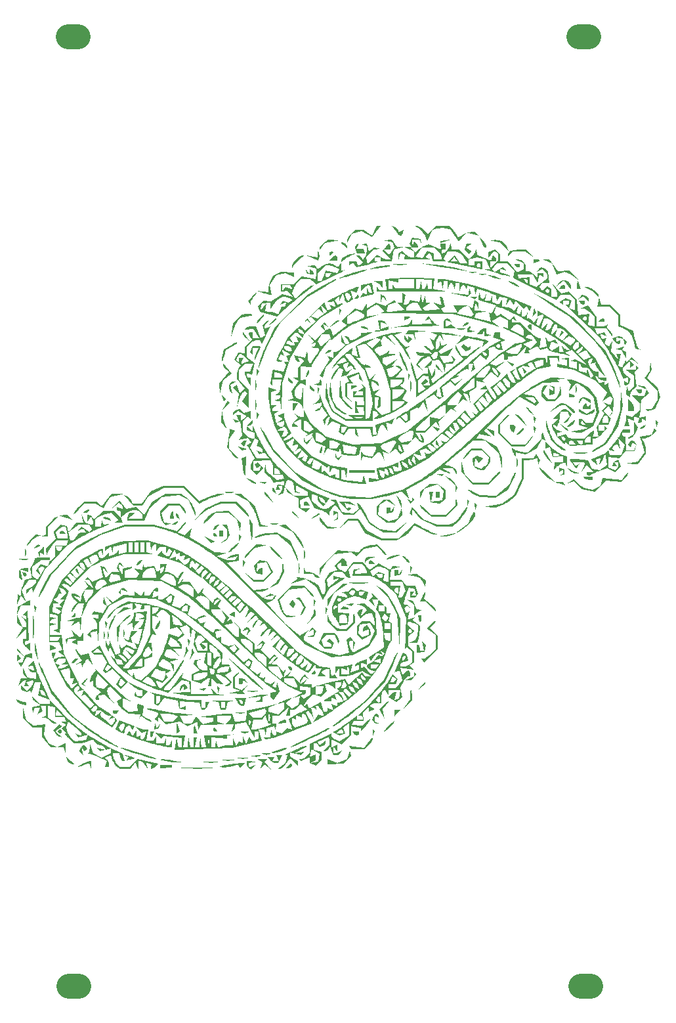
<source format=gtl>
G04 Layer: TopLayer*
G04 EasyEDA v6.4.14, 2021-02-14T17:06:54+01:00*
G04 7968197435cc47b8ae8c81e71e0902fa,25b4ee72c661442e84e9813f09f547ec,10*
G04 Gerber Generator version 0.2*
G04 Scale: 100 percent, Rotated: No, Reflected: No *
G04 Dimensions in millimeters *
G04 leading zeros omitted , absolute positions ,4 integer and 5 decimal *
%FSLAX45Y45*%
%MOMM*%

%ADD11C,3.2000*%

%LPD*%
G36*
X5154777Y10107015D02*
G01*
X5217769Y10062768D01*
X5227523Y10054945D01*
X5237175Y10046157D01*
X5246674Y10036657D01*
X5255768Y10026650D01*
X5264353Y10016337D01*
X5272176Y10005872D01*
X5279186Y9995509D01*
X5285130Y9985400D01*
X5289905Y9975748D01*
X5312410Y9916820D01*
X5377688Y10057536D01*
X5438952Y10072827D01*
X5449366Y10074859D01*
X5460695Y10076535D01*
X5472684Y10077907D01*
X5485028Y10078872D01*
X5497576Y10079482D01*
X5510022Y10079736D01*
X5522112Y10079583D01*
X5533644Y10079024D01*
X5544413Y10078059D01*
X5608167Y10068966D01*
X5717794Y9905898D01*
X5812790Y10012984D01*
X5698693Y9953091D01*
X5698693Y9979304D01*
X5698439Y9982250D01*
X5697626Y9985654D01*
X5696407Y9989413D01*
X5692546Y9997948D01*
X5687060Y10007650D01*
X5680151Y10018064D01*
X5672074Y10028986D01*
X5662980Y10040061D01*
X5653125Y10050983D01*
X5597245Y10107015D01*
X5419699Y10107015D01*
X5318252Y10005568D01*
X5262168Y10061498D01*
X5251094Y10071354D01*
X5239613Y10080447D01*
X5228183Y10088524D01*
X5217109Y10095433D01*
X5206695Y10100868D01*
X5201818Y10103053D01*
X5197297Y10104729D01*
X5193030Y10105999D01*
X5189220Y10106761D01*
X5185765Y10107015D01*
G37*
G36*
X4657750Y10107015D02*
G01*
X4600956Y9982352D01*
X4495342Y10056317D01*
X4379823Y10056317D01*
X4323943Y10000234D01*
X4314139Y9989108D01*
X4305198Y9977628D01*
X4297273Y9966096D01*
X4290618Y9954920D01*
X4285437Y9944404D01*
X4283456Y9939477D01*
X4281881Y9934854D01*
X4280814Y9930536D01*
X4280204Y9926624D01*
X4280103Y9923170D01*
X4281830Y9891471D01*
X4337354Y10006685D01*
X4465777Y10038892D01*
X4602632Y9960356D01*
X4711090Y10107015D01*
G37*
G36*
X4860086Y10106050D02*
G01*
X4911648Y10035286D01*
X4923485Y10019995D01*
X4934102Y10007447D01*
X4943652Y9997541D01*
X4948072Y9993579D01*
X4952238Y9990277D01*
X4956251Y9987635D01*
X4960010Y9985654D01*
X4963566Y9984333D01*
X4966970Y9983622D01*
X4970272Y9983520D01*
X4973370Y9984130D01*
X4976317Y9985298D01*
X4979212Y9987127D01*
X4981956Y9989566D01*
X4984648Y9992614D01*
X4987239Y9996271D01*
X4989779Y10000538D01*
X4992319Y10005415D01*
X4997196Y10016947D01*
X5011318Y10053726D01*
X4937810Y10025532D01*
X4937810Y10050881D01*
X4936998Y10056266D01*
X4934762Y10061905D01*
X4931156Y10067594D01*
X4926380Y10073182D01*
X4920640Y10078466D01*
X4914036Y10083342D01*
X4906772Y10087660D01*
X4898948Y10091166D01*
G37*
G36*
X5931966Y10030968D02*
G01*
X5812790Y10026396D01*
X5981649Y9977780D01*
X5983935Y9975291D01*
X6014313Y9895078D01*
X6020562Y9880549D01*
X6027115Y9867188D01*
X6033770Y9855301D01*
X6040272Y9845141D01*
X6043422Y9840823D01*
X6046470Y9837115D01*
X6049416Y9833914D01*
X6052159Y9831425D01*
X6054750Y9829546D01*
X6057138Y9828428D01*
X6059322Y9828072D01*
X6062776Y9828174D01*
X6065926Y9828580D01*
X6068669Y9829241D01*
X6071108Y9830206D01*
X6073241Y9831374D01*
X6074968Y9832848D01*
X6076391Y9834575D01*
X6077508Y9836556D01*
X6078220Y9838740D01*
X6078677Y9841230D01*
X6078728Y9843922D01*
X6078474Y9846868D01*
X6077915Y9850069D01*
X6077000Y9853472D01*
X6074156Y9861042D01*
X6070041Y9869474D01*
X6064656Y9878822D01*
X6057950Y9889032D01*
X6049975Y9900056D01*
X6040729Y9911892D01*
X6030264Y9924592D01*
X6018530Y9938004D01*
X5983935Y9975291D01*
X5983173Y9977323D01*
X5981649Y9977780D01*
G37*
G36*
X5115102Y9958425D02*
G01*
X5085486Y9881209D01*
X5113985Y9835083D01*
X4925110Y9840722D01*
X4858867Y9929520D01*
X4747615Y9922611D01*
X4864811Y9900208D01*
X4891582Y9830409D01*
X4823358Y9732975D01*
X4758283Y9802672D01*
X4836363Y9802672D01*
X4836363Y9840722D01*
X4835855Y9852253D01*
X4835194Y9857181D01*
X4834331Y9861600D01*
X4833162Y9865410D01*
X4831842Y9868712D01*
X4830216Y9871456D01*
X4828387Y9873640D01*
X4826304Y9875266D01*
X4824018Y9876383D01*
X4821529Y9876942D01*
X4818837Y9876942D01*
X4815890Y9876383D01*
X4812792Y9875266D01*
X4809439Y9873640D01*
X4805934Y9871456D01*
X4802225Y9868712D01*
X4798314Y9865461D01*
X4794250Y9861651D01*
X4785512Y9852355D01*
X4776165Y9840925D01*
X4738522Y9790023D01*
X4845202Y9675876D01*
X4802378Y9675876D01*
X4797755Y9676028D01*
X4792776Y9676485D01*
X4787442Y9677247D01*
X4776012Y9679635D01*
X4763820Y9682988D01*
X4751273Y9687153D01*
X4738776Y9692132D01*
X4726635Y9697669D01*
X4720793Y9700615D01*
X4709972Y9706864D01*
X4660392Y9737852D01*
X4545076Y9614052D01*
X4527550Y9705035D01*
X4615942Y9802672D01*
X4722215Y9808565D01*
X4631029Y9832238D01*
X4563567Y9776256D01*
X4536744Y9878771D01*
X4468622Y9874758D01*
X4532020Y9849205D01*
X4531461Y9788448D01*
X4530547Y9776358D01*
X4528820Y9763912D01*
X4526381Y9751466D01*
X4523384Y9739325D01*
X4519828Y9727895D01*
X4515916Y9717532D01*
X4511649Y9708642D01*
X4487621Y9670440D01*
X4470298Y9698532D01*
X4466234Y9704171D01*
X4461357Y9709404D01*
X4455820Y9714179D01*
X4449876Y9718344D01*
X4443628Y9721799D01*
X4437278Y9724390D01*
X4431080Y9726015D01*
X4425137Y9726574D01*
X4397349Y9726574D01*
X4484573Y9630206D01*
X4420870Y9590786D01*
X4400956Y9650526D01*
X4303725Y9650526D01*
X4303725Y9596780D01*
X4360164Y9631629D01*
X4396079Y9573514D01*
X4556658Y9612376D01*
X4593996Y9621926D01*
X4624984Y9630562D01*
X4648504Y9637928D01*
X4657090Y9640976D01*
X4663389Y9643567D01*
X4667199Y9645700D01*
X4668164Y9646513D01*
X4668469Y9647224D01*
X4668062Y9647783D01*
X4666996Y9648190D01*
X4633468Y9650526D01*
X4633468Y9701225D01*
X4709566Y9701225D01*
X4709566Y9650526D01*
X4855362Y9650526D01*
X4885537Y9801352D01*
X5017617Y9834473D01*
X5140706Y9778390D01*
X5140706Y9713925D01*
X5164683Y9713925D01*
X5245049Y9828072D01*
X5403037Y9828072D01*
X5454142Y9781641D01*
X5463133Y9772091D01*
X5471464Y9761982D01*
X5478881Y9751618D01*
X5485130Y9741255D01*
X5487822Y9736226D01*
X5490159Y9731298D01*
X5492140Y9726523D01*
X5493664Y9722002D01*
X5494832Y9717684D01*
X5495544Y9713671D01*
X5495798Y9709962D01*
X5495798Y9675876D01*
X5394350Y9675876D01*
X5394350Y9753549D01*
X5315813Y9783673D01*
X5251500Y9695738D01*
X5164683Y9713925D01*
X5140706Y9713925D01*
X5140706Y9701225D01*
X5110988Y9701225D01*
X5106568Y9701631D01*
X5101539Y9702698D01*
X5095951Y9704425D01*
X5089906Y9706813D01*
X5083505Y9709708D01*
X5076850Y9713163D01*
X5070043Y9717024D01*
X5063134Y9721342D01*
X5056225Y9726015D01*
X5042865Y9736277D01*
X5036515Y9741763D01*
X4991709Y9782302D01*
X4937810Y9748977D01*
X4943703Y9663176D01*
X4967427Y9754768D01*
X5026558Y9732924D01*
X5013909Y9675876D01*
X5356301Y9679889D01*
X5292547Y9705543D01*
X5306923Y9728758D01*
X5310530Y9734194D01*
X5314289Y9738817D01*
X5318099Y9742728D01*
X5321960Y9745878D01*
X5325872Y9748316D01*
X5329783Y9749993D01*
X5333695Y9750958D01*
X5337606Y9751212D01*
X5341467Y9750755D01*
X5345277Y9749637D01*
X5349036Y9747758D01*
X5352694Y9745218D01*
X5356250Y9742017D01*
X5359654Y9738156D01*
X5362905Y9733635D01*
X5366004Y9728403D01*
X5368899Y9722561D01*
X5371592Y9716109D01*
X5374081Y9708997D01*
X5376316Y9701225D01*
X5389575Y9650526D01*
X5554980Y9650526D01*
X5522925Y9682530D01*
X5573674Y9777323D01*
X5650179Y9776815D01*
X5664657Y9776256D01*
X5678068Y9775190D01*
X5690514Y9773513D01*
X5701995Y9771227D01*
X5712714Y9768230D01*
X5722670Y9764522D01*
X5731967Y9760000D01*
X5740704Y9754616D01*
X5744921Y9751618D01*
X5752998Y9744913D01*
X5760720Y9737191D01*
X5768187Y9728454D01*
X5775502Y9718649D01*
X5782716Y9707727D01*
X5789930Y9695586D01*
X5797245Y9682226D01*
X5827268Y9625126D01*
X5736234Y9625126D01*
X5669889Y9731349D01*
X5580571Y9650526D01*
X5619597Y9650526D01*
X5635294Y9675876D01*
X5642102Y9685731D01*
X5649214Y9693808D01*
X5655614Y9699244D01*
X5660644Y9701225D01*
X5665622Y9699244D01*
X5672074Y9693808D01*
X5679135Y9685731D01*
X5685993Y9675876D01*
X5701690Y9650526D01*
X5580571Y9650526D01*
X5570067Y9641027D01*
X5930138Y9567570D01*
X6015024Y9550704D01*
X6022035Y9549485D01*
X6023305Y9550450D01*
X6024524Y9553346D01*
X6025591Y9557918D01*
X6026505Y9564065D01*
X6027318Y9571532D01*
X6028283Y9589617D01*
X6028385Y9650526D01*
X5926937Y9650526D01*
X5926937Y9599777D01*
X5952286Y9599777D01*
X5952845Y9604857D01*
X5954318Y9609632D01*
X5956655Y9613950D01*
X5959754Y9617710D01*
X5963513Y9620808D01*
X5967831Y9623145D01*
X5972556Y9624618D01*
X5977686Y9625126D01*
X5982766Y9624618D01*
X5987491Y9623145D01*
X5991809Y9620808D01*
X5995568Y9617710D01*
X5998667Y9613950D01*
X6001004Y9609632D01*
X6002528Y9604857D01*
X6003036Y9599777D01*
X6002528Y9594697D01*
X6001004Y9589922D01*
X5998667Y9585655D01*
X5995568Y9581896D01*
X5991809Y9578746D01*
X5987491Y9576409D01*
X5982766Y9574936D01*
X5977686Y9574428D01*
X5972556Y9574936D01*
X5967831Y9576409D01*
X5963513Y9578746D01*
X5959754Y9581896D01*
X5956655Y9585655D01*
X5954318Y9589922D01*
X5952845Y9594697D01*
X5952286Y9599777D01*
X5850839Y9599777D01*
X5850839Y9672472D01*
X5955944Y9705797D01*
X6070396Y9677095D01*
X6128766Y9549079D01*
X6041085Y9545421D01*
X6215380Y9495688D01*
X6252718Y9485528D01*
X6287262Y9476740D01*
X6317894Y9469526D01*
X6343548Y9464243D01*
X6354216Y9462312D01*
X6363208Y9460992D01*
X6370472Y9460179D01*
X6375755Y9460026D01*
X6379057Y9460484D01*
X6379921Y9460941D01*
X6380581Y9462414D01*
X6380073Y9464090D01*
X6378397Y9465970D01*
X6375603Y9468053D01*
X6371844Y9470288D01*
X6361582Y9475012D01*
X6348069Y9479940D01*
X6340297Y9482429D01*
X6323076Y9487154D01*
X6256629Y9503816D01*
X6256629Y9554464D01*
X6345428Y9520682D01*
X6287973Y9578594D01*
X6182868Y9512960D01*
X6147968Y9547809D01*
X6212128Y9625126D01*
X6350254Y9625126D01*
X6438646Y9527489D01*
X6421221Y9437065D01*
X6450447Y9422231D01*
X6584848Y9422231D01*
X6590284Y9421723D01*
X6595313Y9420250D01*
X6599834Y9417913D01*
X6603847Y9414814D01*
X6607098Y9411055D01*
X6609588Y9406737D01*
X6611162Y9401962D01*
X6611721Y9396882D01*
X6610858Y9387027D01*
X6608419Y9378950D01*
X6604863Y9373514D01*
X6600545Y9371533D01*
X6597954Y9372041D01*
X6594957Y9373514D01*
X6591604Y9375851D01*
X6588048Y9378950D01*
X6584340Y9382709D01*
X6580631Y9387027D01*
X6577075Y9391802D01*
X6573672Y9396882D01*
X6558025Y9422231D01*
X6450447Y9422231D01*
X6979462Y9153702D01*
X7035800Y9219336D01*
X7159548Y9219336D01*
X7220407Y9158478D01*
X7220407Y9018066D01*
X7142835Y9047835D01*
X7173214Y9143492D01*
X7096709Y9172854D01*
X7011009Y9124899D01*
X7068261Y9089542D01*
X7068261Y9143288D01*
X7144359Y9143288D01*
X7144359Y9117888D01*
X7143800Y9112808D01*
X7142225Y9108033D01*
X7139686Y9103766D01*
X7136384Y9100007D01*
X7132370Y9096908D01*
X7127798Y9094520D01*
X7122718Y9093047D01*
X7117283Y9092539D01*
X7090257Y9092539D01*
X7277814Y8914993D01*
X7321854Y8914993D01*
X7322413Y8920073D01*
X7323886Y8924848D01*
X7326223Y8929166D01*
X7329322Y8932926D01*
X7333081Y8936024D01*
X7337399Y8938361D01*
X7342124Y8939834D01*
X7347254Y8940342D01*
X7352334Y8939834D01*
X7357059Y8938361D01*
X7361377Y8936024D01*
X7365136Y8932926D01*
X7368235Y8929166D01*
X7370572Y8924848D01*
X7372096Y8920073D01*
X7372603Y8914993D01*
X7372096Y8909913D01*
X7370572Y8905138D01*
X7368235Y8900871D01*
X7365136Y8897112D01*
X7361377Y8893962D01*
X7357059Y8891625D01*
X7352334Y8890152D01*
X7347254Y8889644D01*
X7342124Y8890152D01*
X7337399Y8891625D01*
X7333081Y8893962D01*
X7329322Y8897112D01*
X7326223Y8900871D01*
X7323886Y8905138D01*
X7322413Y8909913D01*
X7321854Y8914993D01*
X7277814Y8914993D01*
X7529982Y8676284D01*
X7640980Y8512606D01*
X7655458Y8490458D01*
X7670190Y8467242D01*
X7692491Y8431072D01*
X7710779Y8400389D01*
X7725003Y8376005D01*
X7741869Y8346236D01*
X7754416Y8323376D01*
X7765948Y8301685D01*
X7778648Y8276793D01*
X7787131Y8259013D01*
X7843367Y8137753D01*
X7905191Y8158378D01*
X7905191Y8075066D01*
X7854492Y8106409D01*
X7854492Y8079536D01*
X7854746Y8074507D01*
X7855508Y8070037D01*
X7856677Y8066125D01*
X7858302Y8062722D01*
X7860334Y8059877D01*
X7862671Y8057489D01*
X7865313Y8055660D01*
X7868259Y8054340D01*
X7871409Y8053476D01*
X7874812Y8053120D01*
X7878318Y8053222D01*
X7881975Y8053781D01*
X7885734Y8054797D01*
X7889544Y8056321D01*
X7893405Y8058251D01*
X7897215Y8060639D01*
X7900974Y8063433D01*
X7904632Y8066633D01*
X7908188Y8070291D01*
X7911592Y8074304D01*
X7914792Y8078774D01*
X7917738Y8083600D01*
X7920431Y8088782D01*
X7922818Y8094370D01*
X7938820Y8136077D01*
X7891780Y8170468D01*
X7886953Y8174177D01*
X7877606Y8182305D01*
X7868767Y8191246D01*
X7860690Y8200644D01*
X7853578Y8210245D01*
X7847685Y8219744D01*
X7845196Y8224418D01*
X7843164Y8228888D01*
X7841488Y8233206D01*
X7840218Y8237321D01*
X7839456Y8241233D01*
X7834122Y8277606D01*
X7930591Y8364880D01*
X7930591Y8277961D01*
X7983778Y8310829D01*
X7924342Y8382406D01*
X7947761Y8382406D01*
X7953095Y8381898D01*
X7959242Y8380374D01*
X7966049Y8378037D01*
X7973263Y8374989D01*
X7980629Y8371230D01*
X7987995Y8366912D01*
X7995056Y8362188D01*
X8001660Y8357108D01*
X8032191Y8331860D01*
X7958480Y8416086D01*
X7879842Y8350808D01*
X7878216Y8372957D01*
X7877809Y8375396D01*
X7876946Y8376716D01*
X7875778Y8376920D01*
X7874203Y8376056D01*
X7872323Y8374176D01*
X7870190Y8371331D01*
X7865160Y8362899D01*
X7859369Y8351164D01*
X7853070Y8336381D01*
X7829550Y8277707D01*
X7780070Y8308289D01*
X7810093Y8458454D01*
X7754620Y8458454D01*
X7783118Y8369706D01*
X7682077Y8493556D01*
X7703413Y8623350D01*
X7657236Y8553450D01*
X7597394Y8590432D01*
X7624419Y8660790D01*
X7569149Y8648700D01*
X7543190Y8720175D01*
X7628839Y8687308D01*
X7596581Y8739530D01*
X7505395Y8710574D01*
X7475626Y8788196D01*
X7623352Y8788196D01*
X7702296Y8675471D01*
X7702296Y8703360D01*
X7701991Y8707424D01*
X7700975Y8711844D01*
X7699400Y8716568D01*
X7697317Y8721547D01*
X7694675Y8726728D01*
X7691577Y8731961D01*
X7688072Y8737244D01*
X7684160Y8742476D01*
X7679944Y8747607D01*
X7675473Y8752535D01*
X7670698Y8757208D01*
X7665770Y8761577D01*
X7629245Y8791905D01*
X7636256Y8821724D01*
X7638135Y8831834D01*
X7638084Y8837218D01*
X7636205Y8837625D01*
X7630617Y8830005D01*
X7627620Y8827516D01*
X7623657Y8825179D01*
X7618882Y8822994D01*
X7613345Y8820962D01*
X7607096Y8819134D01*
X7600340Y8817508D01*
X7593025Y8816136D01*
X7585354Y8815070D01*
X7577328Y8814257D01*
X7569098Y8813749D01*
X7560716Y8813546D01*
X7499400Y8813546D01*
X7499400Y8930487D01*
X7385303Y9085021D01*
X7283805Y9045397D01*
X7323429Y9043619D01*
X7327747Y9043162D01*
X7332522Y9042196D01*
X7337704Y9040723D01*
X7343190Y9038844D01*
X7348981Y9036507D01*
X7361275Y9030614D01*
X7367727Y9027160D01*
X7380782Y9019286D01*
X7393838Y9010345D01*
X7406589Y9000540D01*
X7418527Y8990076D01*
X7474051Y8938361D01*
X7474051Y8809837D01*
X7385303Y8827160D01*
X7402118Y8969908D01*
X7259726Y8953042D01*
X7244029Y9154515D01*
X7140803Y9264396D01*
X7037882Y9237472D01*
X6912203Y9384182D01*
X6956247Y9314942D01*
X6964019Y9301429D01*
X6971182Y9287764D01*
X6977583Y9274251D01*
X6983018Y9261348D01*
X6987336Y9249410D01*
X6990334Y9238843D01*
X6991350Y9234170D01*
X6991959Y9230004D01*
X6992162Y9226397D01*
X6992162Y9193987D01*
X6916064Y9193987D01*
X6916064Y9292437D01*
X6863130Y9325152D01*
X6796782Y9270085D01*
X6839966Y9270085D01*
X6840524Y9275165D01*
X6841998Y9279940D01*
X6844334Y9284208D01*
X6847433Y9287967D01*
X6851192Y9291066D01*
X6855510Y9293453D01*
X6860235Y9294926D01*
X6865366Y9295434D01*
X6870446Y9294926D01*
X6875221Y9293453D01*
X6879488Y9291066D01*
X6883247Y9287967D01*
X6886346Y9284208D01*
X6888734Y9279940D01*
X6890207Y9275165D01*
X6890715Y9270085D01*
X6890207Y9265005D01*
X6888734Y9260230D01*
X6886346Y9255912D01*
X6883247Y9252153D01*
X6879488Y9249054D01*
X6875221Y9246717D01*
X6870446Y9245244D01*
X6865366Y9244736D01*
X6860235Y9245244D01*
X6855510Y9246717D01*
X6851192Y9249054D01*
X6847433Y9252153D01*
X6844334Y9255912D01*
X6841998Y9260230D01*
X6840524Y9265005D01*
X6839966Y9270085D01*
X6796782Y9270085D01*
X6793788Y9267596D01*
X6760921Y9320784D01*
X6792264Y9371533D01*
X6885635Y9371533D01*
X6874865Y9527489D01*
X6831330Y9554972D01*
X6818375Y9562236D01*
X6812483Y9565182D01*
X6806946Y9567621D01*
X6801713Y9569602D01*
X6796786Y9571075D01*
X6792112Y9572040D01*
X6787692Y9572548D01*
X6783476Y9572498D01*
X6779514Y9572040D01*
X6775703Y9571024D01*
X6772046Y9569551D01*
X6768490Y9567570D01*
X6765086Y9565081D01*
X6761784Y9562084D01*
X6758482Y9558629D01*
X6755231Y9554616D01*
X6752031Y9550146D01*
X6730695Y9515856D01*
X6791502Y9553448D01*
X6828434Y9522764D01*
X6833412Y9518345D01*
X6838188Y9513570D01*
X6842759Y9508490D01*
X6847027Y9503206D01*
X6850938Y9497771D01*
X6854494Y9492284D01*
X6857644Y9486747D01*
X6860286Y9481362D01*
X6862419Y9476079D01*
X6864045Y9471050D01*
X6865010Y9466326D01*
X6865366Y9461957D01*
X6865366Y9431782D01*
X6715963Y9321342D01*
X6637070Y9351568D01*
X6637070Y9447784D01*
X6487617Y9434931D01*
X6484924Y9485680D01*
X6673646Y9485680D01*
X6731914Y9368790D01*
X6760464Y9478060D01*
X6814616Y9444634D01*
X6814616Y9498330D01*
X6738518Y9498330D01*
X6738518Y9439757D01*
X6687261Y9485985D01*
X6677050Y9494164D01*
X6666484Y9501682D01*
X6655866Y9508388D01*
X6645554Y9514078D01*
X6635800Y9518599D01*
X6631279Y9520377D01*
X6622999Y9522866D01*
X6619341Y9523476D01*
X6616090Y9523679D01*
X6586372Y9523679D01*
X6586372Y9569348D01*
X6586169Y9575393D01*
X6585661Y9581388D01*
X6584746Y9587280D01*
X6583527Y9593122D01*
X6582003Y9598863D01*
X6580174Y9604451D01*
X6578041Y9609937D01*
X6575602Y9615322D01*
X6572910Y9620504D01*
X6569964Y9625584D01*
X6563359Y9635134D01*
X6559702Y9639604D01*
X6551726Y9647936D01*
X6543040Y9655251D01*
X6538468Y9658553D01*
X6533692Y9661601D01*
X6528816Y9664293D01*
X6523837Y9666732D01*
X6518706Y9668865D01*
X6513474Y9670643D01*
X6508140Y9672116D01*
X6502755Y9673183D01*
X6497269Y9673945D01*
X6491732Y9674301D01*
X6486194Y9674250D01*
X6446875Y9672675D01*
X6561023Y9626803D01*
X6561023Y9551568D01*
X6476593Y9504324D01*
X6353606Y9650526D01*
X6256629Y9650526D01*
X6256629Y9745726D01*
X6186982Y9803536D01*
X6104483Y9771888D01*
X6104483Y9691522D01*
X6172860Y9785096D01*
X6231280Y9748977D01*
X6231280Y9658350D01*
X6129832Y9566554D01*
X6129832Y9650526D01*
X6205931Y9650526D01*
X6205931Y9674352D01*
X6205474Y9679432D01*
X6204153Y9684766D01*
X6202019Y9690100D01*
X6199276Y9695332D01*
X6195872Y9700361D01*
X6192062Y9704933D01*
X6187795Y9708946D01*
X6183223Y9712299D01*
X6160516Y9726320D01*
X6133236Y9655251D01*
X5953963Y9739274D01*
X5948324Y9815372D01*
X5934710Y9777323D01*
X5932525Y9771888D01*
X5929680Y9766147D01*
X5926328Y9760102D01*
X5918250Y9747605D01*
X5913628Y9741306D01*
X5903569Y9729063D01*
X5892850Y9717786D01*
X5887415Y9712756D01*
X5881979Y9708184D01*
X5842863Y9677095D01*
X5726480Y9802672D01*
X5622594Y9802672D01*
X5621832Y9891471D01*
X5590540Y9830054D01*
X5583580Y9817506D01*
X5575858Y9805365D01*
X5567578Y9793986D01*
X5559094Y9783622D01*
X5550560Y9774529D01*
X5542280Y9767112D01*
X5538317Y9764064D01*
X5534507Y9761524D01*
X5530900Y9759594D01*
X5527497Y9758172D01*
X5495798Y9747707D01*
X5495798Y9775190D01*
X5496306Y9780727D01*
X5497779Y9785858D01*
X5500116Y9790531D01*
X5503214Y9794595D01*
X5506974Y9797999D01*
X5511292Y9800539D01*
X5516067Y9802114D01*
X5521147Y9802672D01*
X5546496Y9802672D01*
X5546496Y9878771D01*
X5486552Y9883597D01*
X5486400Y9884968D01*
X5609894Y9927031D01*
X5483098Y9916668D01*
X5486400Y9884968D01*
X5483098Y9883851D01*
X5486552Y9883597D01*
X5494629Y9805771D01*
X5330901Y9872167D01*
X5288788Y9857994D01*
X5279593Y9853930D01*
X5269331Y9848697D01*
X5258409Y9842449D01*
X5247132Y9835388D01*
X5235854Y9827768D01*
X5224932Y9819792D01*
X5214620Y9811664D01*
X5164886Y9768382D01*
X5105196Y9828072D01*
X5191455Y9828072D01*
X5191455Y9851898D01*
X5190947Y9856978D01*
X5189626Y9862312D01*
X5187442Y9867696D01*
X5184597Y9872980D01*
X5181193Y9878009D01*
X5177231Y9882682D01*
X5172913Y9886746D01*
X5168239Y9890099D01*
X5145024Y9904425D01*
X5119370Y9840722D01*
X5115356Y9929520D01*
X5212588Y9929520D01*
X5238343Y9877501D01*
X5225491Y9942169D01*
G37*
G36*
X4036060Y9929520D02*
G01*
X3973931Y9885832D01*
X3968343Y9881514D01*
X3957777Y9872421D01*
X3948226Y9863023D01*
X3943858Y9858349D01*
X3936237Y9849104D01*
X3930142Y9840214D01*
X3927754Y9836048D01*
X3925874Y9832086D01*
X3924452Y9828326D01*
X3923588Y9824872D01*
X3923334Y9821773D01*
X3923334Y9792970D01*
X3990848Y9885375D01*
X4189628Y9923678D01*
G37*
G36*
X6186982Y9926624D02*
G01*
X6172149Y9926066D01*
X6117132Y9922611D01*
X6243980Y9899700D01*
X6364986Y9790023D01*
X6333845Y9849713D01*
X6327444Y9860330D01*
X6320485Y9870135D01*
X6313068Y9879126D01*
X6305092Y9887356D01*
X6296558Y9894773D01*
X6292138Y9898176D01*
X6282791Y9904374D01*
X6272885Y9909860D01*
X6262471Y9914534D01*
X6251397Y9918446D01*
X6239764Y9921595D01*
X6227521Y9923932D01*
X6214618Y9925608D01*
X6201105Y9926472D01*
G37*
G36*
X4208830Y9896144D02*
G01*
X4205325Y9896043D01*
X4203090Y9895230D01*
X4202277Y9893757D01*
X4203090Y9891369D01*
X4205325Y9887864D01*
X4208830Y9883444D01*
X4213453Y9878263D01*
X4219092Y9872522D01*
X4232706Y9859924D01*
X4278376Y9821824D01*
X4278376Y9847580D01*
X4277614Y9853066D01*
X4275378Y9858756D01*
X4271873Y9864445D01*
X4267200Y9870084D01*
X4261561Y9875367D01*
X4255109Y9880244D01*
X4247997Y9884460D01*
X4240326Y9887966D01*
X4232706Y9890709D01*
X4225594Y9892893D01*
X4219092Y9894570D01*
X4213453Y9895687D01*
G37*
G36*
X5823915Y9878771D02*
G01*
X5793384Y9799269D01*
X5850026Y9742678D01*
X5887415Y9780066D01*
X5812790Y9828072D01*
X5888888Y9878009D01*
G37*
G36*
X4416704Y9878263D02*
G01*
X4414418Y9877907D01*
X4411726Y9876637D01*
X4408728Y9874402D01*
X4405426Y9871202D01*
X4401820Y9867036D01*
X4397959Y9861854D01*
X4393946Y9855708D01*
X4379671Y9832644D01*
X4410608Y9751974D01*
X4510887Y9751974D01*
X4488484Y9815372D01*
X4401718Y9807752D01*
X4415332Y9843262D01*
X4417872Y9850323D01*
X4419701Y9856622D01*
X4420920Y9862210D01*
X4421530Y9866985D01*
X4421581Y9870897D01*
X4421073Y9874046D01*
X4420108Y9876332D01*
X4418634Y9877755D01*
G37*
G36*
X6580733Y9802672D02*
G01*
X6492849Y9800386D01*
X6476085Y9799523D01*
X6459423Y9798202D01*
X6443268Y9796475D01*
X6428181Y9794494D01*
X6414516Y9792208D01*
X6402781Y9789769D01*
X6393434Y9787178D01*
X6389827Y9785908D01*
X6383426Y9782759D01*
X6377482Y9778695D01*
X6372098Y9773920D01*
X6367424Y9768535D01*
X6363512Y9762794D01*
X6360617Y9756800D01*
X6358737Y9750704D01*
X6358128Y9744760D01*
X6358128Y9716465D01*
X6418986Y9777323D01*
X6575094Y9777323D01*
X6700520Y9697161D01*
G37*
G36*
X3901948Y9790023D02*
G01*
X3897934Y9700260D01*
X3758437Y9728758D01*
X3910634Y9658705D01*
X3918915Y9693148D01*
X3919931Y9698075D01*
X3920693Y9703409D01*
X3921150Y9708946D01*
X3921353Y9720681D01*
X3920540Y9732518D01*
X3919829Y9738360D01*
X3917645Y9749282D01*
X3916222Y9754260D01*
X3914597Y9758781D01*
G37*
G36*
X4075480Y9777323D02*
G01*
X4070400Y9776764D01*
X4065625Y9775190D01*
X4061307Y9772700D01*
X4057599Y9769449D01*
X4054449Y9765436D01*
X4052112Y9760915D01*
X4050639Y9755835D01*
X4050131Y9750450D01*
X4050131Y9723628D01*
X4075480Y9739274D01*
X4080560Y9742678D01*
X4085336Y9746234D01*
X4089654Y9749942D01*
X4093413Y9753650D01*
X4096512Y9757206D01*
X4098848Y9760559D01*
X4100322Y9763556D01*
X4100829Y9766147D01*
X4098848Y9770465D01*
X4093413Y9774021D01*
X4085336Y9776460D01*
G37*
G36*
X4392523Y9748723D02*
G01*
X4354474Y9748621D01*
X4345686Y9748062D01*
X4335221Y9746437D01*
X4323486Y9743846D01*
X4310837Y9740493D01*
X4297730Y9736378D01*
X4284522Y9731705D01*
X4271619Y9726523D01*
X4259376Y9720986D01*
X4251655Y9717074D01*
X4244238Y9712807D01*
X4237228Y9708388D01*
X4230624Y9703765D01*
X4224528Y9699091D01*
X4219041Y9694367D01*
X4214215Y9689642D01*
X4210100Y9685070D01*
X4206798Y9680600D01*
X4204360Y9676384D01*
X4202836Y9672472D01*
X4202277Y9668865D01*
X4202277Y9644278D01*
X4235348Y9671761D01*
X4243273Y9677755D01*
X4253128Y9684359D01*
X4264456Y9691319D01*
X4276953Y9698380D01*
X4290161Y9705441D01*
X4303776Y9712198D01*
X4317339Y9718446D01*
X4330496Y9723983D01*
G37*
G36*
X4129328Y9726574D02*
G01*
X4124299Y9725914D01*
X4118559Y9724034D01*
X4112260Y9720986D01*
X4105656Y9717024D01*
X4098899Y9712198D01*
X4092244Y9706660D01*
X4085894Y9700514D01*
X4080001Y9694011D01*
X4052925Y9661398D01*
X4151579Y9661398D01*
X4151579Y9694011D01*
X4151122Y9700514D01*
X4149801Y9706660D01*
X4147769Y9712198D01*
X4145026Y9717024D01*
X4141724Y9720986D01*
X4137964Y9724034D01*
X4133799Y9725914D01*
G37*
G36*
X3700678Y9726574D02*
G01*
X3697274Y9726320D01*
X3693414Y9725558D01*
X3689197Y9724288D01*
X3684676Y9722612D01*
X3674719Y9717887D01*
X3669385Y9714992D01*
X3658260Y9708083D01*
X3646830Y9700006D01*
X3635400Y9690912D01*
X3624275Y9681057D01*
X3613810Y9670542D01*
X3603955Y9659416D01*
X3594912Y9647885D01*
X3586937Y9636404D01*
X3580129Y9625177D01*
X3574796Y9614662D01*
X3572713Y9609734D01*
X3571087Y9605111D01*
X3569868Y9600844D01*
X3569208Y9596932D01*
X3569004Y9593427D01*
X3569766Y9561728D01*
X3597401Y9608870D01*
X3602837Y9616744D01*
X3609340Y9625177D01*
X3616807Y9633915D01*
X3625037Y9642856D01*
X3633825Y9651847D01*
X3643020Y9660636D01*
X3652469Y9669068D01*
X3662019Y9677044D01*
X3671468Y9684308D01*
X3731717Y9726574D01*
G37*
G36*
X6889191Y9675876D02*
G01*
X6801967Y9672675D01*
X6918147Y9625990D01*
X6979462Y9480499D01*
X7080910Y9516668D01*
X7123125Y9502140D01*
X7132523Y9498025D01*
X7143191Y9492640D01*
X7154773Y9486290D01*
X7166813Y9479178D01*
X7179005Y9471456D01*
X7190994Y9463379D01*
X7202373Y9455150D01*
X7258456Y9411462D01*
X7147814Y9531502D01*
X6999071Y9527286D01*
G37*
G36*
X6687820Y9675876D02*
G01*
X6687820Y9626752D01*
X6725869Y9641332D01*
X6733489Y9644481D01*
X6740652Y9647783D01*
X6747103Y9651187D01*
X6752742Y9654590D01*
X6757365Y9657842D01*
X6760921Y9660890D01*
X6763105Y9663582D01*
X6763918Y9665919D01*
X6763105Y9667900D01*
X6760921Y9669780D01*
X6757365Y9671456D01*
X6752742Y9672929D01*
X6747103Y9674148D01*
X6740652Y9675063D01*
X6733489Y9675672D01*
X6725869Y9675876D01*
G37*
G36*
X4201515Y9637826D02*
G01*
X4162907Y9577120D01*
X4120489Y9603841D01*
X4110380Y9609328D01*
X4100271Y9613900D01*
X4090111Y9617608D01*
X4079951Y9620402D01*
X4069740Y9622282D01*
X4059478Y9623247D01*
X4049115Y9623298D01*
X4038650Y9622434D01*
X4028135Y9620656D01*
X4017467Y9617964D01*
X4006646Y9614357D01*
X3995724Y9609886D01*
X3984599Y9604451D01*
X3973271Y9598101D01*
X3961790Y9590836D01*
X3901287Y9548520D01*
X3869588Y9599777D01*
X3758437Y9594748D01*
X3885285Y9559442D01*
X3879240Y9490506D01*
X3872585Y9425432D01*
X3693922Y9454438D01*
X3588105Y9358833D01*
X3428746Y9358833D01*
X3428746Y9257385D01*
X3442208Y9259570D01*
X3441446Y9346184D01*
X3539896Y9346184D01*
X3576574Y9286798D01*
X3483508Y9322511D01*
X3443782Y9259824D01*
X3442208Y9259570D01*
X3442208Y9257385D01*
X3443782Y9259824D01*
X3510737Y9270746D01*
X3577082Y9190786D01*
X3441039Y9224924D01*
X3301949Y9132722D01*
X3196132Y9145778D01*
X3131413Y9067800D01*
X3155950Y9003792D01*
X3157880Y9003792D01*
X3175660Y9105239D01*
X3289249Y9121444D01*
X3290773Y9029141D01*
X3322116Y9086189D01*
X3329482Y9098381D01*
X3337153Y9109862D01*
X3345129Y9120682D01*
X3353308Y9130690D01*
X3361791Y9140037D01*
X3370478Y9148622D01*
X3379419Y9156446D01*
X3388512Y9163558D01*
X3397758Y9169908D01*
X3407156Y9175445D01*
X3416706Y9180271D01*
X3426358Y9184233D01*
X3436112Y9187484D01*
X3445967Y9189872D01*
X3455822Y9191498D01*
X3460750Y9192006D01*
X3470706Y9192361D01*
X3480612Y9191904D01*
X3485591Y9191396D01*
X3495497Y9189669D01*
X3505352Y9187129D01*
X3515156Y9183725D01*
X3524859Y9179458D01*
X3534460Y9174327D01*
X3573678Y9149588D01*
X3522116Y9117736D01*
X3446576Y9146743D01*
X3413404Y9093098D01*
X3499053Y9125966D01*
X3488639Y9094673D01*
X3486048Y9088475D01*
X3482746Y9082836D01*
X3478784Y9077858D01*
X3474364Y9073692D01*
X3469640Y9070390D01*
X3464661Y9068155D01*
X3459683Y9067038D01*
X3454704Y9067139D01*
X3431235Y9070949D01*
X3391154Y8962491D01*
X3359251Y8982151D01*
X3354476Y8984843D01*
X3348990Y8987434D01*
X3342843Y8989923D01*
X3329178Y8994394D01*
X3314242Y8998153D01*
X3298850Y9000896D01*
X3291179Y9001861D01*
X3283762Y9002522D01*
X3276600Y9002826D01*
X3225850Y9003792D01*
X3239922Y9105239D01*
X3157880Y9003792D01*
X3155950Y9003792D01*
X3158032Y8998356D01*
X3378047Y8942527D01*
X3477412Y9035897D01*
X3511245Y9066174D01*
X3550920Y9100413D01*
X3582822Y9127286D01*
X3631488Y9167215D01*
X3657650Y9188196D01*
X3751681Y9261500D01*
X3794099Y9294926D01*
X3824224Y9319056D01*
X3833063Y9326422D01*
X3859885Y9349790D01*
X3822242Y9340900D01*
X3815943Y9338310D01*
X3808272Y9334449D01*
X3799484Y9329369D01*
X3789679Y9323120D01*
X3778961Y9315907D01*
X3767531Y9307830D01*
X3743198Y9289389D01*
X3717798Y9268663D01*
X3705098Y9257690D01*
X3607917Y9170822D01*
X3569411Y9232036D01*
X3586226Y9288170D01*
X3590747Y9299803D01*
X3596386Y9312249D01*
X3603040Y9325152D01*
X3610356Y9338056D01*
X3622243Y9356648D01*
X3630422Y9367926D01*
X3638600Y9377883D01*
X3677564Y9422231D01*
X3805174Y9422231D01*
X3834635Y9396882D01*
X3897934Y9396882D01*
X3897934Y9498330D01*
X3999382Y9599777D01*
X4039108Y9599777D01*
X4048099Y9599218D01*
X4058462Y9597694D01*
X4069791Y9595205D01*
X4081779Y9591954D01*
X4094022Y9587992D01*
X4106113Y9583470D01*
X4117797Y9578492D01*
X4128566Y9573158D01*
X4178350Y9546539D01*
X4149598Y9500006D01*
X4000449Y9529826D01*
X3988481Y9498330D01*
X4078478Y9498330D01*
X4062831Y9472980D01*
X4059174Y9467900D01*
X4054856Y9463125D01*
X4049979Y9458807D01*
X4044746Y9455048D01*
X4039260Y9451949D01*
X4033774Y9449612D01*
X4028389Y9448139D01*
X4023258Y9447631D01*
X4018483Y9448139D01*
X4014012Y9449612D01*
X4009948Y9451949D01*
X4006392Y9455048D01*
X4003497Y9458807D01*
X4001262Y9463125D01*
X3999890Y9467900D01*
X3999382Y9472980D01*
X3999382Y9498330D01*
X3988481Y9498330D01*
X3949954Y9396882D01*
X3834635Y9396882D01*
X3885285Y9353346D01*
X4115206Y9466376D01*
X4177588Y9497923D01*
X4202684Y9510979D01*
X4223054Y9521952D01*
X4238294Y9530537D01*
X4247896Y9536480D01*
X4250486Y9538411D01*
X4251452Y9539579D01*
X4251350Y9539833D01*
X4249877Y9539833D01*
X4246676Y9539020D01*
X4202277Y9525304D01*
G37*
G36*
X5229453Y9624263D02*
G01*
X5497118Y9578949D01*
X5632399Y9556750D01*
X5721146Y9542729D01*
X5838190Y9525355D01*
X5683605Y9565690D01*
X5661609Y9570770D01*
X5637733Y9575850D01*
X5605830Y9582048D01*
X5579110Y9586874D01*
X5537911Y9593681D01*
X5510225Y9597898D01*
X5462676Y9604298D01*
X5436616Y9607346D01*
X5400040Y9610902D01*
G37*
G36*
X4849063Y9618218D02*
G01*
X4910937Y9606381D01*
X4921453Y9604959D01*
X4932781Y9603841D01*
X4944668Y9603130D01*
X4956962Y9602774D01*
X4969357Y9602774D01*
X4981651Y9603130D01*
X4993589Y9603841D01*
X5004917Y9604959D01*
X5015382Y9606381D01*
X5077307Y9618218D01*
G37*
G36*
X6436410Y9616694D02*
G01*
X6449466Y9595561D01*
X6452616Y9591294D01*
X6456426Y9587331D01*
X6460845Y9583775D01*
X6465722Y9580626D01*
X6470853Y9578035D01*
X6476136Y9576104D01*
X6481368Y9574834D01*
X6486398Y9574428D01*
X6491224Y9574834D01*
X6495694Y9576104D01*
X6499707Y9578035D01*
X6503263Y9580626D01*
X6506209Y9583775D01*
X6508394Y9587331D01*
X6509766Y9591294D01*
X6510274Y9595561D01*
X6510274Y9616694D01*
G37*
G36*
X4806848Y9598609D02*
G01*
X4796180Y9598406D01*
X4771745Y9597085D01*
X4744364Y9594494D01*
X4722926Y9591852D01*
X4708550Y9589770D01*
X4680610Y9584944D01*
X4667402Y9582251D01*
X4655007Y9579356D01*
X4643628Y9576358D01*
X4633468Y9573158D01*
X4570069Y9551619D01*
X4722571Y9569399D01*
X4754676Y9573818D01*
X4783124Y9578289D01*
X4806594Y9582556D01*
X4823764Y9586468D01*
X4829556Y9588144D01*
X4833213Y9589668D01*
X4834229Y9590328D01*
X4835398Y9591649D01*
X4835956Y9592818D01*
X4835855Y9593834D01*
X4835194Y9594799D01*
X4833975Y9595612D01*
X4829911Y9596983D01*
X4823866Y9597898D01*
X4816144Y9598456D01*
G37*
G36*
X3741928Y9561728D02*
G01*
X3761181Y9490100D01*
X3847236Y9477451D01*
X3847236Y9499092D01*
X3846728Y9503765D01*
X3845204Y9508693D01*
X3842867Y9513824D01*
X3839768Y9518954D01*
X3836009Y9523933D01*
X3831691Y9528606D01*
X3826967Y9532772D01*
X3821887Y9536379D01*
X3796487Y9552076D01*
X3795725Y9485680D01*
G37*
G36*
X4532020Y9545574D02*
G01*
X4527296Y9545370D01*
X4521098Y9544659D01*
X4504537Y9541814D01*
X4483201Y9537192D01*
X4457852Y9531045D01*
X4429302Y9523577D01*
X4398467Y9514941D01*
X4357827Y9502952D01*
X4323537Y9492234D01*
X4287723Y9480397D01*
X4255617Y9469120D01*
X4228084Y9458756D01*
X4206087Y9449663D01*
X4197451Y9445752D01*
X4190542Y9442297D01*
X4185462Y9439351D01*
X4182364Y9436963D01*
X4181551Y9435947D01*
X4181297Y9435134D01*
X4181601Y9434474D01*
X4182364Y9434068D01*
X4185259Y9433712D01*
X4189984Y9433966D01*
X4196486Y9434830D01*
X4214164Y9438182D01*
X4237482Y9443618D01*
X4265625Y9450933D01*
X4297832Y9459823D01*
X4333189Y9470186D01*
X4370984Y9481769D01*
X4408982Y9493961D01*
X4443323Y9505492D01*
X4473143Y9516059D01*
X4497933Y9525355D01*
X4516983Y9533229D01*
X4524197Y9536531D01*
X4529734Y9539325D01*
X4533493Y9541713D01*
X4535525Y9543491D01*
X4535779Y9544202D01*
X4535576Y9544761D01*
X4534916Y9545218D01*
G37*
G36*
X5838190Y9519716D02*
G01*
X5869889Y9506915D01*
X5874461Y9505289D01*
X5879439Y9503968D01*
X5884672Y9502952D01*
X5890209Y9502190D01*
X5895848Y9501784D01*
X5901588Y9501632D01*
X5907328Y9501784D01*
X5912967Y9502190D01*
X5918454Y9502952D01*
X5923737Y9503968D01*
X5928715Y9505289D01*
X5933287Y9506915D01*
X5964986Y9519716D01*
G37*
G36*
X3428746Y9519716D02*
G01*
X3320389Y9467799D01*
X3289249Y9399219D01*
X3283762Y9385300D01*
X3278682Y9370720D01*
X3274212Y9355836D01*
X3270351Y9341205D01*
X3267303Y9327184D01*
X3265170Y9314180D01*
X3264458Y9308287D01*
X3263900Y9297771D01*
X3263900Y9251746D01*
X3124403Y9269120D01*
X3194405Y9244482D01*
X3207867Y9240012D01*
X3234537Y9231985D01*
X3246983Y9228582D01*
X3258312Y9225788D01*
X3268167Y9223654D01*
X3276193Y9222232D01*
X3307587Y9219336D01*
X3283356Y9346082D01*
X3366008Y9472168D01*
X3487420Y9502648D01*
X3593592Y9445802D01*
X3593490Y9511030D01*
G37*
G36*
X5964986Y9494316D02*
G01*
X5996686Y9481515D01*
X6001258Y9479940D01*
X6006236Y9478619D01*
X6011519Y9477603D01*
X6017006Y9476841D01*
X6022644Y9476384D01*
X6034125Y9476384D01*
X6039764Y9476841D01*
X6045301Y9477603D01*
X6050534Y9478619D01*
X6055512Y9479940D01*
X6060084Y9481515D01*
X6091783Y9494316D01*
G37*
G36*
X6091783Y9469424D02*
G01*
X6147866Y9445396D01*
X6159296Y9441129D01*
X6171234Y9437268D01*
X6183477Y9433763D01*
X6195517Y9430816D01*
X6207048Y9428429D01*
X6217716Y9426803D01*
X6227165Y9425940D01*
X6231280Y9425787D01*
X6269329Y9425787D01*
X6213246Y9449816D01*
X6201867Y9454083D01*
X6189878Y9457994D01*
X6177686Y9461449D01*
X6165646Y9464395D01*
X6154064Y9466783D01*
X6143396Y9468408D01*
X6133998Y9469272D01*
X6129832Y9469424D01*
G37*
G36*
X5105146Y9437725D02*
G01*
X5039410Y9437166D01*
X4984343Y9436100D01*
X4934915Y9434525D01*
X4893665Y9432544D01*
X4876800Y9431375D01*
X4862931Y9430156D01*
X4769408Y9419742D01*
X4787652Y9295434D01*
X4811014Y9295434D01*
X4811014Y9402775D01*
X4937810Y9378543D01*
X4937810Y9422231D01*
X5140706Y9422231D01*
X5140706Y9421876D01*
X5166055Y9421876D01*
X5368950Y9413951D01*
X5368950Y9295434D01*
X5318252Y9295434D01*
X5312359Y9384182D01*
X5300776Y9339834D01*
X5298998Y9333839D01*
X5296865Y9328048D01*
X5294426Y9322612D01*
X5291683Y9317482D01*
X5288788Y9312757D01*
X5285689Y9308490D01*
X5282438Y9304731D01*
X5279085Y9301530D01*
X5275681Y9298940D01*
X5272328Y9297009D01*
X5268925Y9295841D01*
X5265674Y9295434D01*
X5242153Y9295434D01*
X5235244Y9409582D01*
X5213248Y9295434D01*
X5166055Y9295434D01*
X5166055Y9421876D01*
X5140706Y9421876D01*
X5140706Y9304934D01*
X4899761Y9303918D01*
X4862474Y9358833D01*
X4861712Y9295434D01*
X4787652Y9295434D01*
X4790135Y9278518D01*
X4696866Y9277756D01*
X4659579Y9333484D01*
X4658817Y9257385D01*
X5241036Y9257588D01*
X5377484Y9258503D01*
X5481421Y9260078D01*
X5518607Y9261094D01*
X5544515Y9262160D01*
X5552948Y9262719D01*
X5559501Y9263634D01*
X5560009Y9263938D01*
X5559704Y9264243D01*
X5527040Y9269730D01*
X5498236Y9274962D01*
X5469331Y9280601D01*
X5390946Y9297263D01*
X5406999Y9434931D01*
X5142128Y9437725D01*
G37*
G36*
X5445048Y9422231D02*
G01*
X5445048Y9368536D01*
X5492140Y9397644D01*
X5514238Y9282734D01*
X5521147Y9396882D01*
X5571845Y9396882D01*
X5577738Y9282734D01*
X5589371Y9327134D01*
X5592114Y9336074D01*
X5595569Y9344355D01*
X5599531Y9351924D01*
X5603900Y9358477D01*
X5608523Y9363913D01*
X5613298Y9368028D01*
X5618022Y9370618D01*
X5622594Y9371533D01*
X5627166Y9370618D01*
X5631891Y9368028D01*
X5636666Y9363913D01*
X5641289Y9358477D01*
X5645658Y9351924D01*
X5649620Y9344355D01*
X5653074Y9336074D01*
X5655818Y9327134D01*
X5667451Y9282734D01*
X5673344Y9371533D01*
X5724042Y9371533D01*
X5729935Y9257385D01*
X5741517Y9301784D01*
X5743702Y9309201D01*
X5746191Y9315907D01*
X5748934Y9321952D01*
X5751931Y9327337D01*
X5755132Y9331960D01*
X5758484Y9335922D01*
X5762040Y9339173D01*
X5765698Y9341713D01*
X5769457Y9343542D01*
X5773267Y9344609D01*
X5777128Y9344964D01*
X5780989Y9344609D01*
X5784850Y9343491D01*
X5788609Y9341612D01*
X5792317Y9339021D01*
X5795924Y9335617D01*
X5799378Y9331502D01*
X5802680Y9326575D01*
X5805830Y9320936D01*
X5808675Y9314434D01*
X5821476Y9282734D01*
X5825490Y9341408D01*
X5926937Y9314891D01*
X5932830Y9206687D01*
X5956452Y9297568D01*
X6026658Y9277654D01*
X6050838Y9269984D01*
X6077559Y9261043D01*
X6111392Y9249156D01*
X6136182Y9239961D01*
X6205931Y9213189D01*
X6206693Y9130588D01*
X6245250Y9191193D01*
X6345428Y9175546D01*
X6330645Y9079839D01*
X6383477Y9155938D01*
X6428028Y9086799D01*
X6447586Y9145473D01*
X6555587Y9044889D01*
X6589115Y9078366D01*
X6630771Y9011056D01*
X6663639Y9064294D01*
X6520180Y9127693D01*
X6497015Y9137548D01*
X6460998Y9152432D01*
X6436258Y9162338D01*
X6398056Y9177274D01*
X6352082Y9194647D01*
X6304838Y9211919D01*
X6249670Y9231477D01*
X6214668Y9243517D01*
X6151067Y9264700D01*
X6094171Y9283039D01*
X6030366Y9302851D01*
X5953353Y9325711D01*
X5884976Y9344964D01*
X5825490Y9360916D01*
X5780887Y9372295D01*
X5750102Y9379813D01*
X5697169Y9392005D01*
X5663946Y9399066D01*
X5637631Y9404299D01*
X5612638Y9408922D01*
X5575757Y9414916D01*
X5558790Y9417202D01*
X5542889Y9419082D01*
X5528157Y9420453D01*
X5511292Y9421469D01*
X5502097Y9421723D01*
G37*
G36*
X4138371Y9422130D02*
G01*
X4135374Y9421672D01*
X4131056Y9420352D01*
X4125417Y9418269D01*
X4110583Y9411817D01*
X4091482Y9402622D01*
X4068673Y9390989D01*
X4042765Y9377172D01*
X4014317Y9361525D01*
X3983939Y9344304D01*
X3952189Y9325914D01*
X3758437Y9210649D01*
X3347923Y8800896D01*
X3249066Y8596325D01*
X3232200Y8559952D01*
X3212795Y8516366D01*
X3200704Y8487968D01*
X3189478Y8460587D01*
X3179216Y8434679D01*
X3170174Y8410651D01*
X3162503Y8388908D01*
X3155035Y8365591D01*
X3150971Y8350503D01*
X3149650Y8344357D01*
X3135325Y8268258D01*
X3202381Y8441893D01*
X3211474Y8463838D01*
X3221431Y8487054D01*
X3232150Y8511133D01*
X3249422Y8548420D01*
X3267608Y8586165D01*
X3292449Y8635492D01*
X3307943Y8664854D01*
X3320084Y8687054D01*
X3331768Y8707831D01*
X3342995Y8726881D01*
X3428746Y8869222D01*
X3770172Y9192209D01*
X3993032Y9322765D01*
X4025798Y9342526D01*
X4055414Y9360814D01*
X4081373Y9377375D01*
X4103217Y9391802D01*
X4120438Y9403842D01*
X4127144Y9408820D01*
X4132478Y9413087D01*
X4136440Y9416592D01*
X4138929Y9419234D01*
X4139641Y9420250D01*
X4139895Y9421063D01*
X4139793Y9421672D01*
X4139285Y9421977D01*
G37*
G36*
X7078268Y9408617D02*
G01*
X7068870Y9408210D01*
X7064197Y9407601D01*
X7059574Y9406737D01*
X7055002Y9405569D01*
X7050481Y9404146D01*
X7046010Y9402419D01*
X7041642Y9400438D01*
X7037374Y9398152D01*
X7033209Y9395510D01*
X7029145Y9392615D01*
X7025182Y9389414D01*
X7017766Y9382048D01*
X7014311Y9377883D01*
X6979462Y9333484D01*
X7074052Y9407906D01*
X7169708Y9289796D01*
X7169556Y9321800D01*
X7169048Y9327286D01*
X7168286Y9332620D01*
X7167219Y9337802D01*
X7165848Y9342882D01*
X7164222Y9347758D01*
X7162342Y9352534D01*
X7160209Y9357106D01*
X7155230Y9365792D01*
X7152436Y9369907D01*
X7146188Y9377527D01*
X7139279Y9384385D01*
X7131710Y9390481D01*
X7123633Y9395764D01*
X7119416Y9398101D01*
X7110679Y9402064D01*
X7106208Y9403740D01*
X7101636Y9405162D01*
X7092391Y9407296D01*
X7082993Y9408414D01*
G37*
G36*
X7255509Y9396882D02*
G01*
X7253579Y9395866D01*
X7251750Y9392869D01*
X7250074Y9388195D01*
X7248652Y9381998D01*
X7247432Y9374479D01*
X7246569Y9365843D01*
X7245959Y9356344D01*
X7245807Y9295434D01*
X7291781Y9295434D01*
X7278522Y9346184D01*
X7275626Y9356344D01*
X7272578Y9365843D01*
X7269429Y9374479D01*
X7266279Y9381998D01*
X7263231Y9388195D01*
X7260336Y9392869D01*
X7257745Y9395866D01*
G37*
G36*
X4734915Y9396882D02*
G01*
X4620768Y9392869D01*
X4664151Y9376206D01*
X4669586Y9373565D01*
X4675073Y9370568D01*
X4680559Y9367266D01*
X4691176Y9360001D01*
X4700879Y9352076D01*
X4705248Y9348012D01*
X4709210Y9343948D01*
X4712614Y9339935D01*
X4715510Y9336024D01*
X4734153Y9308134D01*
G37*
G36*
X6370777Y9395104D02*
G01*
X6367932Y9394748D01*
X6366357Y9393783D01*
X6365951Y9392208D01*
X6366713Y9390126D01*
X6368542Y9387535D01*
X6371488Y9384436D01*
X6375450Y9380931D01*
X6386220Y9372904D01*
X6392926Y9368434D01*
X6408826Y9358833D01*
X6422085Y9351568D01*
X6435445Y9344761D01*
X6448552Y9338614D01*
X6461048Y9333230D01*
X6472580Y9328810D01*
X6482740Y9325457D01*
X6491224Y9323324D01*
X6494678Y9322765D01*
X6497574Y9322612D01*
X6500418Y9322917D01*
X6502044Y9323882D01*
X6502450Y9325457D01*
X6501688Y9327540D01*
X6499809Y9330182D01*
X6496862Y9333230D01*
X6492951Y9336735D01*
X6488023Y9340596D01*
X6482181Y9344761D01*
X6467906Y9353956D01*
X6452971Y9362541D01*
X6439611Y9369602D01*
X6426301Y9376105D01*
X6413449Y9381845D01*
X6401409Y9386773D01*
X6390538Y9390684D01*
X6381191Y9393428D01*
X6373672Y9394901D01*
G37*
G36*
X4602175Y9371533D02*
G01*
X4569155Y9368078D01*
X4558792Y9366504D01*
X4546600Y9364370D01*
X4519828Y9358782D01*
X4506569Y9355632D01*
X4455922Y9342424D01*
X4455922Y9266428D01*
X4502251Y9312656D01*
X4514443Y9323578D01*
X4520082Y9328200D01*
X4525518Y9332214D01*
X4530699Y9335617D01*
X4535627Y9338462D01*
X4540300Y9340697D01*
X4544771Y9342323D01*
X4548987Y9343390D01*
X4553051Y9343847D01*
X4556861Y9343694D01*
X4560519Y9342983D01*
X4563973Y9341662D01*
X4567224Y9339732D01*
X4570323Y9337243D01*
X4573270Y9334093D01*
X4576064Y9330385D01*
X4578705Y9326067D01*
X4581245Y9321139D01*
X4583633Y9315602D01*
X4585868Y9309506D01*
X4588052Y9302750D01*
X4603343Y9244736D01*
X4582464Y9244736D01*
X4578045Y9245346D01*
X4573371Y9247225D01*
X4568647Y9250121D01*
X4563973Y9254032D01*
X4559503Y9258706D01*
X4555439Y9264091D01*
X4551781Y9270034D01*
X4548784Y9276435D01*
X4536033Y9308134D01*
X4532020Y9216339D01*
X4484776Y9245549D01*
X4449572Y9188551D01*
X4588916Y9218320D01*
X4599178Y9220911D01*
X4607509Y9223603D01*
X4610963Y9225026D01*
X4614011Y9226550D01*
X4616653Y9228175D01*
X4618888Y9229902D01*
X4620717Y9231782D01*
X4622241Y9233865D01*
X4623409Y9236151D01*
X4624273Y9238640D01*
X4624832Y9241383D01*
X4625136Y9247682D01*
X4624476Y9255252D01*
X4623054Y9264243D01*
G37*
G36*
X7069734Y9346184D02*
G01*
X7064654Y9345625D01*
X7059218Y9344152D01*
X7053732Y9341815D01*
X7048296Y9338716D01*
X7043064Y9334957D01*
X7038187Y9330639D01*
X7033818Y9325914D01*
X7030212Y9320784D01*
X7014514Y9295434D01*
X7093610Y9295434D01*
X7093610Y9320784D01*
X7093102Y9325914D01*
X7091730Y9330639D01*
X7089495Y9334957D01*
X7086600Y9338716D01*
X7083044Y9341815D01*
X7079030Y9344152D01*
X7074560Y9345625D01*
G37*
G36*
X4410049Y9320784D02*
G01*
X4407560Y9320428D01*
X4398416Y9317634D01*
X4384243Y9312300D01*
X4365498Y9304680D01*
X4342841Y9295028D01*
X4316831Y9283547D01*
X4257141Y9256268D01*
X4224629Y9240977D01*
X4187190Y9223044D01*
X4149801Y9204807D01*
X4117644Y9188754D01*
X4090670Y9174734D01*
X4068724Y9162745D01*
X4051655Y9152636D01*
X4044899Y9148267D01*
X4039311Y9144304D01*
X4034942Y9140799D01*
X4031640Y9137650D01*
X4029506Y9134957D01*
X4028490Y9132620D01*
X4028389Y9131604D01*
X4028541Y9130690D01*
X4028998Y9129826D01*
X4030675Y9128404D01*
X4033367Y9127337D01*
X4037126Y9126626D01*
X4041901Y9126169D01*
X4047693Y9126067D01*
X4062171Y9126728D01*
X4108094Y9130588D01*
X4133138Y9059113D01*
X4047490Y9091980D01*
X4076293Y9045295D01*
X4024325Y9013190D01*
X3983228Y9124289D01*
X3810457Y8956649D01*
X3794963Y8941409D01*
X3814978Y8941409D01*
X3905656Y9041638D01*
X3975201Y8983929D01*
X3939184Y9079839D01*
X4024274Y9010650D01*
X3896461Y8910167D01*
X3814978Y8941409D01*
X3794963Y8941409D01*
X3771747Y8918194D01*
X3750970Y8897010D01*
X3734815Y8879941D01*
X3723690Y8867495D01*
X3720185Y8863126D01*
X3718051Y8860129D01*
X3717442Y8858504D01*
X3717696Y8858199D01*
X3719423Y8858808D01*
X3722725Y8860942D01*
X3763111Y8889187D01*
X3804615Y8851595D01*
X3770325Y8911488D01*
X3816096Y8939784D01*
X3871772Y8872728D01*
X3741928Y8759799D01*
X3667861Y8821267D01*
X3633404Y8788247D01*
X3640074Y8788247D01*
X3680256Y8772804D01*
X3688334Y8769197D01*
X3695852Y8764879D01*
X3702659Y8759952D01*
X3708603Y8754668D01*
X3713530Y8749080D01*
X3717239Y8743492D01*
X3719576Y8737904D01*
X3720388Y8732621D01*
X3720388Y8707882D01*
X3690315Y8717889D01*
X3684015Y8720531D01*
X3677818Y8724188D01*
X3671773Y8728659D01*
X3666083Y8733840D01*
X3660901Y8739530D01*
X3656431Y8745575D01*
X3652774Y8751824D01*
X3650132Y8758072D01*
X3640074Y8788247D01*
X3633404Y8788247D01*
X3521608Y8681161D01*
X3456991Y8559952D01*
X3503320Y8559952D01*
X3508451Y8559698D01*
X3513632Y8558936D01*
X3518865Y8557768D01*
X3524046Y8556244D01*
X3529126Y8554262D01*
X3534054Y8551976D01*
X3538778Y8549386D01*
X3543147Y8546490D01*
X3547211Y8543391D01*
X3550869Y8540038D01*
X3554018Y8536533D01*
X3556609Y8532876D01*
X3559708Y8527186D01*
X3562197Y8521446D01*
X3563924Y8515807D01*
X3564991Y8510371D01*
X3565347Y8505342D01*
X3564890Y8500872D01*
X3563721Y8497112D01*
X3561740Y8494217D01*
X3558641Y8491982D01*
X3554780Y8490458D01*
X3550208Y8489645D01*
X3545078Y8489442D01*
X3539439Y8489899D01*
X3533444Y8490864D01*
X3527145Y8492388D01*
X3520643Y8494318D01*
X3514140Y8496706D01*
X3507638Y8499500D01*
X3501237Y8502548D01*
X3495090Y8505952D01*
X3489299Y8509508D01*
X3483965Y8513318D01*
X3479139Y8517229D01*
X3474974Y8521242D01*
X3471519Y8525306D01*
X3468979Y8529370D01*
X3467354Y8533384D01*
X3466795Y8537295D01*
X3466795Y8559952D01*
X3456991Y8559952D01*
X3424478Y8498840D01*
X3403752Y8459063D01*
X3395268Y8442350D01*
X3388055Y8427516D01*
X3382111Y8414512D01*
X3377285Y8403234D01*
X3373678Y8393531D01*
X3371240Y8385352D01*
X3369919Y8378444D01*
X3369665Y8375497D01*
X3369716Y8372856D01*
X3370021Y8370468D01*
X3370579Y8368334D01*
X3371443Y8366506D01*
X3372561Y8364880D01*
X3373882Y8363508D01*
X3375558Y8362289D01*
X3379571Y8360511D01*
X3384600Y8359394D01*
X3390595Y8358784D01*
X3405428Y8358835D01*
X3454095Y8361019D01*
X3393541Y8385657D01*
X3421379Y8458200D01*
X3466185Y8430463D01*
X3433724Y8515096D01*
X3555441Y8449970D01*
X3494989Y8429853D01*
X3522929Y8357006D01*
X3463798Y8357006D01*
X3492296Y8310880D01*
X3459479Y8225332D01*
X3319830Y8253272D01*
X3314620Y8225485D01*
X3339998Y8225485D01*
X3390696Y8212226D01*
X3397554Y8210194D01*
X3404158Y8207908D01*
X3410407Y8205266D01*
X3416249Y8202472D01*
X3421634Y8199424D01*
X3426510Y8196275D01*
X3430828Y8192973D01*
X3434486Y8189620D01*
X3437432Y8186267D01*
X3439617Y8182965D01*
X3440937Y8179663D01*
X3441446Y8176514D01*
X3441446Y8154111D01*
X3339998Y8154111D01*
X3339998Y8225485D01*
X3314620Y8225485D01*
X3285998Y8072881D01*
X3314598Y8044230D01*
X3314598Y8128762D01*
X3432657Y8128762D01*
X3409035Y7963916D01*
X3352647Y7926628D01*
X3416046Y7925866D01*
X3416046Y7902346D01*
X3415639Y7899095D01*
X3414471Y7895742D01*
X3412540Y7892338D01*
X3410000Y7888935D01*
X3406800Y7885582D01*
X3403041Y7882381D01*
X3398774Y7879232D01*
X3394049Y7876336D01*
X3388918Y7873644D01*
X3383432Y7871206D01*
X3377692Y7869072D01*
X3371697Y7867243D01*
X3327298Y7855661D01*
X3412693Y7849768D01*
X3433826Y7710271D01*
X3441446Y8072678D01*
X3541014Y8395055D01*
X3697325Y8655812D01*
X3621532Y8684158D01*
X3649776Y8610650D01*
X3593592Y8610650D01*
X3599942Y8587841D01*
X3601008Y8582964D01*
X3601262Y8578646D01*
X3600805Y8574836D01*
X3599586Y8571585D01*
X3597656Y8568944D01*
X3595014Y8566759D01*
X3591610Y8565184D01*
X3587546Y8564168D01*
X3582771Y8563660D01*
X3577285Y8563762D01*
X3571189Y8564372D01*
X3564331Y8565591D01*
X3556863Y8567318D01*
X3548786Y8569655D01*
X3539998Y8572500D01*
X3492449Y8590584D01*
X3520998Y8636863D01*
X3576065Y8602827D01*
X3540302Y8660739D01*
X3578504Y8703970D01*
X3588156Y8714079D01*
X3596944Y8722156D01*
X3601059Y8725408D01*
X3605022Y8728100D01*
X3608882Y8730335D01*
X3612591Y8732062D01*
X3616248Y8733231D01*
X3619906Y8733891D01*
X3623462Y8733993D01*
X3627018Y8733637D01*
X3630625Y8732723D01*
X3634282Y8731300D01*
X3637991Y8729319D01*
X3641750Y8726830D01*
X3645662Y8723833D01*
X3649726Y8720277D01*
X3658362Y8711641D01*
X3667810Y8700871D01*
X3700424Y8660892D01*
X3697325Y8655812D01*
X3707739Y8651900D01*
X3700424Y8660892D01*
X3723487Y8699398D01*
X3935984Y8918702D01*
X4115460Y9030258D01*
X4144670Y9048902D01*
X4174896Y9068816D01*
X4194098Y9082074D01*
X4208881Y9092895D01*
X4219194Y9101277D01*
X4222699Y9104579D01*
X4225086Y9107271D01*
X4226356Y9109354D01*
X4226509Y9110827D01*
X4226153Y9111386D01*
X4224629Y9111945D01*
X4222038Y9111894D01*
X4218279Y9111284D01*
X4213402Y9110065D01*
X4200398Y9105747D01*
X4156710Y9089085D01*
X4120489Y9147708D01*
X4176928Y9204147D01*
X4180484Y9130588D01*
X4224731Y9232036D01*
X4226631Y9225686D01*
X4253433Y9225686D01*
X4253839Y9230512D01*
X4255211Y9234627D01*
X4257446Y9237980D01*
X4260443Y9240570D01*
X4264101Y9242501D01*
X4268266Y9243720D01*
X4272889Y9244228D01*
X4277868Y9244025D01*
X4282998Y9243212D01*
X4288282Y9241688D01*
X4293616Y9239504D01*
X4298797Y9236710D01*
X4303776Y9233306D01*
X4308449Y9229242D01*
X4312716Y9224619D01*
X4316425Y9219336D01*
X4332122Y9193987D01*
X4297426Y9137853D01*
X4275582Y9172244D01*
X4271213Y9179560D01*
X4267098Y9187129D01*
X4263390Y9194698D01*
X4260088Y9202166D01*
X4257344Y9209176D01*
X4255262Y9215577D01*
X4253941Y9221165D01*
X4253433Y9225686D01*
X4226631Y9225686D01*
X4244136Y9167469D01*
X4248658Y9154261D01*
X4253128Y9143339D01*
X4255414Y9138716D01*
X4257802Y9134602D01*
X4260240Y9131046D01*
X4262729Y9127998D01*
X4265371Y9125508D01*
X4268165Y9123527D01*
X4271111Y9122003D01*
X4274210Y9121038D01*
X4277512Y9120530D01*
X4281017Y9120479D01*
X4284776Y9120936D01*
X4288790Y9121851D01*
X4293057Y9123172D01*
X4302506Y9127236D01*
X4313224Y9133027D01*
X4325467Y9140494D01*
X4359910Y9162288D01*
X4323283Y9277756D01*
X4401007Y9247936D01*
X4428947Y9320784D01*
G37*
G36*
X7373315Y9319209D02*
G01*
X7334554Y9317583D01*
X7403236Y9290710D01*
X7414056Y9285732D01*
X7425080Y9279940D01*
X7436053Y9273590D01*
X7446822Y9266682D01*
X7457135Y9259417D01*
X7466888Y9252000D01*
X7475778Y9244431D01*
X7483602Y9236964D01*
X7490256Y9229750D01*
X7524750Y9184284D01*
X7524750Y9213088D01*
X7524496Y9216644D01*
X7523632Y9220403D01*
X7522209Y9224314D01*
X7520330Y9228378D01*
X7517942Y9232544D01*
X7515098Y9236862D01*
X7508138Y9245650D01*
X7499756Y9254591D01*
X7490053Y9263532D01*
X7479334Y9272371D01*
X7467853Y9280855D01*
X7455712Y9288881D01*
X7443266Y9296349D01*
X7430617Y9303004D01*
X7424369Y9306001D01*
X7411923Y9311182D01*
X7405878Y9313367D01*
X7394194Y9316770D01*
X7388606Y9317939D01*
X7383272Y9318752D01*
X7378141Y9319158D01*
G37*
G36*
X5854852Y9308134D02*
G01*
X5850839Y9222028D01*
X5609894Y9242704D01*
X5831484Y9189821D01*
X5881928Y9240266D01*
G37*
G36*
X5983528Y9257385D02*
G01*
X5977686Y9149842D01*
X6198971Y9087916D01*
X6167272Y9021114D01*
X6163208Y9013698D01*
X6159093Y9006890D01*
X6154978Y9000642D01*
X6149647Y8993530D01*
X6176060Y8993530D01*
X6205677Y9070695D01*
X6265113Y9052966D01*
X6276543Y9048851D01*
X6291478Y9042704D01*
X6309410Y9034830D01*
X6330086Y9025382D01*
X6353098Y9014460D01*
X6377940Y9002369D01*
X6411163Y8985859D01*
X6438900Y8971686D01*
X6488785Y8945626D01*
X6522669Y8927439D01*
X6554317Y8910066D01*
X6606489Y8880754D01*
X6659880Y8849969D01*
X6720433Y8814257D01*
X6774009Y8781999D01*
X6789267Y8781999D01*
X6789267Y8808364D01*
X6789826Y8816797D01*
X6791350Y8827160D01*
X6793788Y8838793D01*
X6796887Y8851036D01*
X6800596Y8863279D01*
X6804659Y8874861D01*
X6820052Y8914993D01*
X6850329Y8914993D01*
X6854647Y8914739D01*
X6859371Y8913926D01*
X6864350Y8912707D01*
X6869582Y8910980D01*
X6874865Y8908897D01*
X6880250Y8906408D01*
X6885635Y8903614D01*
X6896049Y8897112D01*
X6900976Y8893505D01*
X6905599Y8889695D01*
X6909816Y8885732D01*
X6939076Y8856522D01*
X6913981Y8809685D01*
X6910374Y8803335D01*
X6906361Y8797239D01*
X6902094Y8791498D01*
X6897624Y8786063D01*
X6893001Y8781084D01*
X6888327Y8776563D01*
X6883552Y8772601D01*
X6878878Y8769248D01*
X6874256Y8766505D01*
X6869836Y8764524D01*
X6865670Y8763254D01*
X6861759Y8762847D01*
X6834581Y8762847D01*
X6866534Y8846108D01*
X6789267Y8781999D01*
X6774009Y8781999D01*
X6832752Y8745880D01*
X6896239Y8705900D01*
X6916064Y8705900D01*
X6916064Y8732266D01*
X6916318Y8739378D01*
X6916928Y8746591D01*
X6917994Y8753906D01*
X6919366Y8761272D01*
X6921144Y8768588D01*
X6923227Y8775852D01*
X6925564Y8783015D01*
X6928154Y8789924D01*
X6930999Y8796629D01*
X6934047Y8803081D01*
X6937248Y8809126D01*
X6940600Y8814816D01*
X6944106Y8819997D01*
X6947662Y8824671D01*
X6951319Y8828786D01*
X6954977Y8832291D01*
X6958685Y8835085D01*
X6962343Y8837168D01*
X6965950Y8838488D01*
X6969506Y8838895D01*
X6974078Y8838387D01*
X6978294Y8836914D01*
X6982155Y8834577D01*
X6985508Y8831478D01*
X6988302Y8827719D01*
X6990384Y8823401D01*
X6991705Y8818626D01*
X6992162Y8813546D01*
X6992162Y8788196D01*
X7027113Y8788196D01*
X7032091Y8787841D01*
X7037476Y8786825D01*
X7043166Y8785199D01*
X7049008Y8782964D01*
X7055002Y8780221D01*
X7061047Y8777020D01*
X7067042Y8773363D01*
X7072934Y8769299D01*
X7078573Y8764930D01*
X7084009Y8760206D01*
X7089038Y8755278D01*
X7093610Y8750147D01*
X7125208Y8712098D01*
X7059422Y8628227D01*
X6962648Y8690102D01*
X6993331Y8770010D01*
X6916064Y8705900D01*
X6896239Y8705900D01*
X6952945Y8669172D01*
X7004761Y8634577D01*
X7015288Y8627364D01*
X7060742Y8627364D01*
X7137908Y8687612D01*
X7179157Y8671763D01*
X7186218Y8668867D01*
X7192619Y8665870D01*
X7198258Y8662720D01*
X7203236Y8659469D01*
X7207554Y8656066D01*
X7211161Y8652611D01*
X7214057Y8649004D01*
X7216241Y8645245D01*
X7217765Y8641384D01*
X7218578Y8637422D01*
X7218730Y8633358D01*
X7218172Y8629142D01*
X7216902Y8624824D01*
X7214971Y8620404D01*
X7212330Y8615832D01*
X7208977Y8611209D01*
X7204964Y8606383D01*
X7200239Y8601506D01*
X7194803Y8596477D01*
X7188708Y8591346D01*
X7157008Y8565794D01*
X7060742Y8627364D01*
X7015288Y8627364D01*
X7049058Y8603691D01*
X7078116Y8582304D01*
X7090257Y8572855D01*
X7100722Y8564372D01*
X7109307Y8556853D01*
X7116064Y8550402D01*
X7118654Y8547608D01*
X7131327Y8532368D01*
X7188809Y8532368D01*
X7203795Y8571534D01*
X7207351Y8579358D01*
X7211720Y8586724D01*
X7216698Y8593378D01*
X7222083Y8599170D01*
X7227824Y8603945D01*
X7233666Y8607552D01*
X7239406Y8609838D01*
X7244994Y8610650D01*
X7271156Y8610650D01*
X7271156Y8574125D01*
X7270902Y8568994D01*
X7270191Y8563813D01*
X7269022Y8558580D01*
X7267448Y8553399D01*
X7265517Y8548319D01*
X7263180Y8543391D01*
X7260590Y8538667D01*
X7257745Y8534247D01*
X7254595Y8530234D01*
X7251242Y8526576D01*
X7247737Y8523427D01*
X7244080Y8520836D01*
X7217054Y8504123D01*
X7188809Y8532368D01*
X7131327Y8532368D01*
X7150557Y8509203D01*
X7127138Y8509203D01*
X7123684Y8509508D01*
X7119823Y8510320D01*
X7115556Y8511692D01*
X7106208Y8515807D01*
X7101230Y8518499D01*
X7096201Y8521547D01*
X7086041Y8528608D01*
X7076338Y8536635D01*
X7071817Y8540902D01*
X7039864Y8572601D01*
X7073696Y8483854D01*
X7017512Y8483854D01*
X7017512Y8560358D01*
X6918401Y8498433D01*
X6884466Y8532368D01*
X6916521Y8615934D01*
X6994804Y8585860D01*
X6961682Y8639454D01*
X6882079Y8608923D01*
X6839813Y8674049D01*
X6852666Y8549335D01*
X6757009Y8529523D01*
X6782206Y8661400D01*
X6754063Y8662060D01*
X6752183Y8662263D01*
X6747509Y8663686D01*
X6741566Y8666378D01*
X6734403Y8670290D01*
X6726224Y8675268D01*
X6717080Y8681313D01*
X6707124Y8688324D01*
X6696405Y8696198D01*
X6673138Y8714282D01*
X6660794Y8724341D01*
X6635343Y8746083D01*
X6622389Y8757615D01*
X6505956Y8864295D01*
X6408826Y8864295D01*
X6408826Y8917990D01*
X6467398Y8881821D01*
X6428486Y8944762D01*
X6376619Y8892946D01*
X6258864Y8970111D01*
X6209436Y8939530D01*
X6176060Y8993530D01*
X6149647Y8993530D01*
X6146901Y8990228D01*
X6142990Y8986164D01*
X6139332Y8982964D01*
X6135878Y8980678D01*
X6132779Y8979357D01*
X6129985Y8979001D01*
X6127597Y8979814D01*
X6111798Y8989568D01*
X6134963Y8868359D01*
X5924956Y8921699D01*
X5943803Y8978392D01*
X6091783Y9010446D01*
X5926937Y9016441D01*
X5930493Y9130588D01*
X5974080Y9029141D01*
X5977686Y9114891D01*
X5923534Y9148368D01*
X5895797Y9042400D01*
X5847130Y9072473D01*
X5912358Y8968028D01*
X5881420Y8937091D01*
X5702198Y8970721D01*
X5714593Y9003030D01*
X5716117Y9006484D01*
X5718200Y9010040D01*
X5720740Y9013748D01*
X5727090Y9021368D01*
X5734964Y9029141D01*
X5744057Y9036862D01*
X5754116Y9044228D01*
X5764834Y9051036D01*
X5775960Y9057081D01*
X5836208Y9084106D01*
X5653125Y9079839D01*
X5700471Y8991092D01*
X5524144Y8991092D01*
X5494934Y9038285D01*
X5539689Y9065971D01*
X5527446Y9129979D01*
X5525617Y9138615D01*
X5523484Y9146946D01*
X5521147Y9154820D01*
X5518556Y9162237D01*
X5515813Y9169044D01*
X5512917Y9175191D01*
X5509971Y9180626D01*
X5506974Y9185198D01*
X5503926Y9188958D01*
X5500928Y9191701D01*
X5498033Y9193377D01*
X5495188Y9193987D01*
X5475173Y9193987D01*
X5503214Y9086748D01*
X5384038Y9124594D01*
X5479999Y9029141D01*
X5287772Y9013088D01*
X5254904Y9045956D01*
X5353304Y9117888D01*
X5292902Y9117888D01*
X5287822Y9206687D01*
X5247233Y9079839D01*
X5235244Y9232036D01*
X5214264Y9125407D01*
X5095951Y9148064D01*
X5078780Y9120276D01*
X5074767Y9114739D01*
X5069992Y9109506D01*
X5064607Y9104782D01*
X5058765Y9100667D01*
X5052720Y9097314D01*
X5046573Y9094724D01*
X5040528Y9093098D01*
X5034788Y9092539D01*
X5007965Y9092539D01*
X5032451Y9220555D01*
X4988509Y9247682D01*
X4988509Y9117888D01*
X4929936Y9117888D01*
X5015534Y9023350D01*
X4963924Y9016441D01*
X5039258Y9016441D01*
X5039258Y9036761D01*
X5039563Y9041231D01*
X5040477Y9045803D01*
X5041900Y9050426D01*
X5043881Y9055100D01*
X5046319Y9059773D01*
X5049266Y9064447D01*
X5052618Y9069019D01*
X5056378Y9073591D01*
X5060492Y9078061D01*
X5064912Y9082379D01*
X5069687Y9086596D01*
X5074716Y9090660D01*
X5080000Y9094520D01*
X5085486Y9098178D01*
X5096916Y9104782D01*
X5108854Y9110218D01*
X5114899Y9112453D01*
X5120995Y9114383D01*
X5127040Y9115856D01*
X5133086Y9116974D01*
X5139029Y9117685D01*
X5144871Y9117888D01*
X5189626Y9117888D01*
X5243931Y9016441D01*
X4963924Y9016441D01*
X4871669Y9004198D01*
X4852060Y9001963D01*
X4835550Y9000439D01*
X4821986Y8999778D01*
X4811115Y9000032D01*
X4806645Y9000540D01*
X4802733Y9001302D01*
X4799482Y9002318D01*
X4796688Y9003588D01*
X4794504Y9005214D01*
X4792776Y9007043D01*
X4791557Y9009227D01*
X4790795Y9011716D01*
X4790440Y9014561D01*
X4790490Y9017711D01*
X4790897Y9021216D01*
X4792827Y9029242D01*
X4795926Y9038793D01*
X4815687Y9090609D01*
X4916271Y9122511D01*
X4888687Y9150146D01*
X4772710Y9074150D01*
X4651552Y9118955D01*
X4532020Y9040622D01*
X4530445Y9105239D01*
X4477512Y9014206D01*
X4381500Y9044686D01*
X4207256Y8878925D01*
X4267356Y8834678D01*
X4278376Y8834678D01*
X4278376Y8937498D01*
X4356709Y8992362D01*
X4368393Y9000185D01*
X4378198Y9006230D01*
X4382617Y9008567D01*
X4386732Y9010446D01*
X4390694Y9011920D01*
X4394454Y9012936D01*
X4398111Y9013545D01*
X4401769Y9013698D01*
X4405477Y9013494D01*
X4409236Y9012885D01*
X4413199Y9011869D01*
X4417364Y9010446D01*
X4426559Y9006484D01*
X4437329Y9001048D01*
X4463338Y8987078D01*
X4473651Y8980982D01*
X4482490Y8975140D01*
X4489754Y8969502D01*
X4495444Y8964066D01*
X4497730Y8961374D01*
X4499610Y8958732D01*
X4501083Y8956090D01*
X4502150Y8953500D01*
X4502810Y8950909D01*
X4503064Y8948318D01*
X4502912Y8945727D01*
X4502353Y8943136D01*
X4501388Y8940546D01*
X4500016Y8937955D01*
X4498238Y8935364D01*
X4493412Y8930132D01*
X4490364Y8927439D01*
X4482998Y8922054D01*
X4473905Y8916466D01*
X4463135Y8910726D01*
X4450588Y8904732D01*
X4436313Y8898483D01*
X4420260Y8891930D01*
X4358690Y8867952D01*
X4312310Y8849512D01*
X4299254Y8844076D01*
X4278376Y8834678D01*
X4267356Y8834678D01*
X4278833Y8826246D01*
X4097375Y8681821D01*
X4081932Y8740698D01*
X4078782Y8751112D01*
X4075480Y8760155D01*
X4071975Y8767775D01*
X4070146Y8771026D01*
X4066133Y8776512D01*
X4064000Y8778697D01*
X4061764Y8780526D01*
X4059377Y8781999D01*
X4056887Y8783116D01*
X4054195Y8783828D01*
X4051401Y8784234D01*
X4048455Y8784234D01*
X4045305Y8783828D01*
X4041952Y8783116D01*
X4038447Y8781999D01*
X4030827Y8778595D01*
X4022293Y8773718D01*
X4012793Y8767267D01*
X3999687Y8757208D01*
X3965956Y8845753D01*
X3966514Y8846566D01*
X3965397Y8847226D01*
X3965956Y8845753D01*
X3960012Y8836710D01*
X3942943Y8809126D01*
X3997248Y8755227D01*
X3977792Y8738666D01*
X3963670Y8725966D01*
X3866235Y8635085D01*
X3783837Y8699398D01*
X3846779Y8618677D01*
X3809187Y8577173D01*
X3872585Y8613648D01*
X3872585Y8588908D01*
X3871925Y8583676D01*
X3870096Y8578291D01*
X3867150Y8572906D01*
X3863289Y8567674D01*
X3858564Y8562746D01*
X3853179Y8558276D01*
X3847236Y8554415D01*
X3840886Y8551367D01*
X3809187Y8538565D01*
X3872687Y8536330D01*
X3884371Y8535670D01*
X3894328Y8534704D01*
X3902659Y8533231D01*
X3906164Y8532317D01*
X3909263Y8531199D01*
X3911955Y8529929D01*
X3914190Y8528456D01*
X3916070Y8526729D01*
X3917492Y8524798D01*
X3918458Y8522563D01*
X3919067Y8520125D01*
X3919220Y8517331D01*
X3918915Y8514232D01*
X3918254Y8510879D01*
X3917137Y8507120D01*
X3915613Y8503005D01*
X3911244Y8493658D01*
X3905199Y8482634D01*
X3897477Y8469833D01*
X3888028Y8455050D01*
X3864000Y8419236D01*
X3804665Y8331962D01*
X3787901Y8348725D01*
X3785615Y8351570D01*
X3783380Y8355482D01*
X3781145Y8360409D01*
X3779062Y8366150D01*
X3777081Y8372652D01*
X3775201Y8379815D01*
X3773474Y8387537D01*
X3770680Y8404250D01*
X3769563Y8413038D01*
X3768750Y8421979D01*
X3768191Y8431022D01*
X3765245Y8496503D01*
X3742436Y8409686D01*
X3592677Y8439658D01*
X3608527Y8398357D01*
X3612235Y8390026D01*
X3616604Y8382304D01*
X3621532Y8375294D01*
X3626815Y8369147D01*
X3632352Y8364118D01*
X3637889Y8360308D01*
X3643376Y8357870D01*
X3648557Y8357006D01*
X3672687Y8357006D01*
X3641344Y8407755D01*
X3666693Y8407755D01*
X3672078Y8407298D01*
X3677615Y8406028D01*
X3683152Y8404047D01*
X3688537Y8401405D01*
X3693617Y8398205D01*
X3698240Y8394547D01*
X3702202Y8390483D01*
X3705402Y8386114D01*
X3718763Y8364524D01*
X3645915Y8268258D01*
X3644341Y8154111D01*
X3580942Y8153349D01*
X3649675Y8109762D01*
X3562350Y7976514D01*
X3588156Y7877809D01*
X3504844Y7855661D01*
X3576167Y7851851D01*
X3591153Y7850378D01*
X3605123Y7848346D01*
X3618077Y7845704D01*
X3630015Y7842351D01*
X3641039Y7838338D01*
X3651148Y7833614D01*
X3660394Y7828178D01*
X3664712Y7825181D01*
X3668776Y7822031D01*
X3676396Y7815072D01*
X3679951Y7811312D01*
X3686454Y7803134D01*
X3689451Y7798765D01*
X3692245Y7794193D01*
X3697376Y7784388D01*
X3701948Y7773670D01*
X3716426Y7735671D01*
X3712311Y8040014D01*
X3691839Y7875168D01*
X3667709Y7875320D01*
X3662426Y7875930D01*
X3657396Y7876844D01*
X3652520Y7878114D01*
X3647846Y7879740D01*
X3643376Y7881670D01*
X3639108Y7883956D01*
X3635044Y7886496D01*
X3631184Y7889341D01*
X3627577Y7892389D01*
X3624122Y7895742D01*
X3617976Y7903159D01*
X3615232Y7907172D01*
X3612743Y7911388D01*
X3610508Y7915757D01*
X3606647Y7925053D01*
X3603802Y7934909D01*
X3601974Y7945170D01*
X3601161Y7955838D01*
X3601415Y7966709D01*
X3602736Y7977682D01*
X3605174Y7988655D01*
X3608781Y7999526D01*
X3610965Y8004860D01*
X3616299Y8015376D01*
X3619398Y8020456D01*
X3622801Y8025485D01*
X3630574Y8035086D01*
X3634892Y8039658D01*
X3676243Y8080959D01*
X3745788Y8054289D01*
X3745788Y8128762D01*
X3682390Y8116062D01*
X3682390Y8293608D01*
X3821887Y8291626D01*
X3821887Y8308848D01*
X3822496Y8311438D01*
X3824274Y8315604D01*
X3827170Y8321243D01*
X3836162Y8336584D01*
X3848862Y8356752D01*
X3864914Y8380984D01*
X3883710Y8408568D01*
X3904843Y8438794D01*
X3927805Y8470849D01*
X4057751Y8648700D01*
X3945585Y8549284D01*
X3901490Y8620607D01*
X3950462Y8712098D01*
X4051706Y8712098D01*
X4081068Y8635644D01*
X4176115Y8719058D01*
X4202430Y8740902D01*
X4224477Y8758021D01*
X4246880Y8774277D01*
X4269841Y8789771D01*
X4279188Y8795816D01*
X4303115Y8810396D01*
X4322927Y8821674D01*
X4348632Y8835339D01*
X4370070Y8845956D01*
X4398162Y8859012D01*
X4421682Y8869273D01*
X4446320Y8879484D01*
X4472127Y8889593D01*
X4499152Y8899753D01*
X4534865Y8912504D01*
X4696866Y8967470D01*
X4532020Y8941612D01*
X4532020Y9013596D01*
X4595723Y9058148D01*
X4609185Y9067241D01*
X4621123Y9074810D01*
X4631842Y9080804D01*
X4636770Y9083243D01*
X4641494Y9085275D01*
X4646015Y9086951D01*
X4650333Y9088272D01*
X4654499Y9089136D01*
X4658563Y9089644D01*
X4662474Y9089796D01*
X4666386Y9089542D01*
X4670196Y9088882D01*
X4674006Y9087866D01*
X4677816Y9086443D01*
X4681677Y9084614D01*
X4685588Y9082430D01*
X4693666Y9076842D01*
X4702352Y9069730D01*
X4711852Y9061043D01*
X4722317Y9050832D01*
X4764024Y9009075D01*
X4714341Y8978392D01*
X5635294Y8977884D01*
X5974791Y8887002D01*
X6096406Y8853271D01*
X6143650Y8839758D01*
X6177889Y8829548D01*
X6191351Y8825230D01*
X6243980Y8806738D01*
X6146038Y8882938D01*
X6256629Y8942171D01*
X6358128Y8887866D01*
X6358128Y8784793D01*
X6298336Y8800338D01*
X6294374Y8801049D01*
X6292240Y8800896D01*
X6291834Y8800490D01*
X6291884Y8799931D01*
X6293307Y8798204D01*
X6296355Y8795766D01*
X6307328Y8788857D01*
X6324295Y8779408D01*
X6339055Y8771686D01*
X6384594Y8771686D01*
X6412484Y8805316D01*
X6421323Y8814917D01*
X6425895Y8819083D01*
X6430518Y8822791D01*
X6435242Y8826093D01*
X6439966Y8828989D01*
X6444792Y8831478D01*
X6449669Y8833510D01*
X6454597Y8835136D01*
X6459575Y8836355D01*
X6464604Y8837117D01*
X6469634Y8837472D01*
X6474663Y8837371D01*
X6479794Y8836914D01*
X6484874Y8835948D01*
X6490004Y8834628D01*
X6495084Y8832850D01*
X6500215Y8830614D01*
X6505346Y8828024D01*
X6510426Y8824976D01*
X6515506Y8821470D01*
X6520535Y8817559D01*
X6525564Y8813241D01*
X6530543Y8808466D01*
X6534657Y8803944D01*
X6538620Y8798814D01*
X6542379Y8793073D01*
X6545884Y8786926D01*
X6549135Y8780475D01*
X6552082Y8773718D01*
X6554622Y8766759D01*
X6556806Y8759748D01*
X6558584Y8752789D01*
X6559905Y8745880D01*
X6560718Y8739174D01*
X6561023Y8732824D01*
X6561023Y8687562D01*
X6384594Y8771686D01*
X6339055Y8771686D01*
X6359956Y8761120D01*
X6389827Y8746591D01*
X6461607Y8712504D01*
X6477965Y8704529D01*
X6506819Y8689797D01*
X6530746Y8676690D01*
X6540906Y8670696D01*
X6549847Y8665057D01*
X6557619Y8659723D01*
X6564223Y8654745D01*
X6569659Y8650071D01*
X6573926Y8645702D01*
X6577075Y8641537D01*
X6579108Y8637676D01*
X6580073Y8634018D01*
X6580124Y8632240D01*
X6579920Y8630564D01*
X6578650Y8627313D01*
X6577634Y8625738D01*
X6574840Y8622792D01*
X6570929Y8619947D01*
X6566052Y8617254D01*
X6560159Y8614664D01*
X6553200Y8612174D01*
X6545326Y8609787D01*
X6526580Y8605113D01*
X6445148Y8588756D01*
X6304050Y8494217D01*
X6330797Y8494217D01*
X6424930Y8544356D01*
X6444691Y8554516D01*
X6462318Y8563152D01*
X6477863Y8570214D01*
X6491325Y8575751D01*
X6502907Y8579815D01*
X6507937Y8581288D01*
X6516725Y8583117D01*
X6520434Y8583472D01*
X6523735Y8583523D01*
X6526580Y8583168D01*
X6529070Y8582456D01*
X6529940Y8581999D01*
X6548323Y8581999D01*
X6675120Y8630920D01*
X6586677Y8666683D01*
X6616395Y8714790D01*
X6643928Y8705596D01*
X6647891Y8703970D01*
X6652209Y8701633D01*
X6656730Y8698687D01*
X6661505Y8695131D01*
X6666331Y8691118D01*
X6671259Y8686647D01*
X6681012Y8676640D01*
X6685686Y8671204D01*
X6690156Y8665565D01*
X6694373Y8659825D01*
X6725005Y8611616D01*
X6642455Y8529066D01*
X6548323Y8581999D01*
X6529940Y8581999D01*
X6531102Y8581390D01*
X6532778Y8580018D01*
X6534048Y8578240D01*
X6534912Y8576157D01*
X6535470Y8573719D01*
X6535623Y8570925D01*
X6535420Y8568537D01*
X6533591Y8561476D01*
X6530136Y8551926D01*
X6525412Y8540445D01*
X6519570Y8527694D01*
X6512915Y8514283D01*
X6483146Y8458454D01*
X6424828Y8458454D01*
X6408775Y8459114D01*
X6400800Y8459876D01*
X6385560Y8462213D01*
X6378448Y8463737D01*
X6371793Y8465464D01*
X6365697Y8467344D01*
X6360210Y8469426D01*
X6355537Y8471611D01*
X6351625Y8473948D01*
X6348679Y8476335D01*
X6330797Y8494217D01*
X6304050Y8494217D01*
X6285687Y8481822D01*
X6273647Y8473389D01*
X6246114Y8453120D01*
X6214313Y8428888D01*
X6174181Y8397392D01*
X6125108Y8357920D01*
X6083198Y8323529D01*
X6028385Y8277859D01*
X5954826Y8215325D01*
X5884335Y8154111D01*
X5952286Y8154111D01*
X5952286Y8177631D01*
X5952591Y8180070D01*
X5953404Y8182813D01*
X5954725Y8185861D01*
X5956554Y8189214D01*
X5961532Y8196580D01*
X5968187Y8204809D01*
X5976162Y8213699D01*
X5985357Y8223046D01*
X5995517Y8232698D01*
X6006388Y8242452D01*
X6017818Y8252155D01*
X6029553Y8261553D01*
X6041339Y8270595D01*
X6052972Y8278977D01*
X6064300Y8286546D01*
X6075070Y8293201D01*
X6084976Y8298637D01*
X6093917Y8302802D01*
X6101638Y8305393D01*
X6104940Y8306053D01*
X6107887Y8306308D01*
X6116421Y8304733D01*
X6123381Y8300516D01*
X6128105Y8294217D01*
X6129706Y8287156D01*
X6155182Y8287156D01*
X6198412Y8251088D01*
X6203340Y8246313D01*
X6208014Y8241334D01*
X6212433Y8236203D01*
X6216446Y8231022D01*
X6220104Y8225840D01*
X6223355Y8220709D01*
X6226098Y8215731D01*
X6228283Y8210956D01*
X6229908Y8206486D01*
X6230924Y8202371D01*
X6231280Y8198662D01*
X6231280Y8173262D01*
X6193231Y8204860D01*
X6188100Y8209381D01*
X6183172Y8214156D01*
X6178499Y8219135D01*
X6174079Y8224215D01*
X6170015Y8229396D01*
X6166358Y8234578D01*
X6163157Y8239709D01*
X6160414Y8244687D01*
X6158179Y8249462D01*
X6156553Y8253933D01*
X6155537Y8258048D01*
X6155182Y8261807D01*
X6155182Y8287156D01*
X6129706Y8287156D01*
X6129832Y8286597D01*
X6129477Y8283397D01*
X6128410Y8279333D01*
X6126734Y8274456D01*
X6124448Y8268919D01*
X6118250Y8256117D01*
X6110224Y8241588D01*
X6100826Y8226145D01*
X6090361Y8210499D01*
X6050889Y8154111D01*
X5884335Y8154111D01*
X5836412Y8111693D01*
X5792012Y8072018D01*
X5713000Y8002473D01*
X5765800Y8002473D01*
X5860948Y8101736D01*
X5884519Y8125510D01*
X5893816Y8134248D01*
X5901690Y8140903D01*
X5908141Y8145525D01*
X5910935Y8147100D01*
X5913424Y8148116D01*
X5915660Y8148675D01*
X5917641Y8148675D01*
X5919317Y8148218D01*
X5920841Y8147253D01*
X5922111Y8145780D01*
X5923229Y8143798D01*
X5924143Y8141360D01*
X5925464Y8134959D01*
X5926328Y8126628D01*
X5926734Y8116417D01*
X5926937Y8104225D01*
X5926937Y8026247D01*
X5799937Y7968335D01*
X5765800Y8002473D01*
X5713000Y8002473D01*
X5647029Y7945221D01*
X5587949Y7894421D01*
X5534558Y7848955D01*
X5477205Y7800594D01*
X5432044Y7762951D01*
X5349240Y7694879D01*
X5312664Y7665466D01*
X5283606Y7642504D01*
X5051958Y7461910D01*
X4858034Y7369962D01*
X4937455Y7369962D01*
X4937861Y7373213D01*
X4939487Y7375448D01*
X4970272Y7398410D01*
X4984699Y7408722D01*
X5011572Y7426909D01*
X5024018Y7434783D01*
X5035804Y7441895D01*
X5046980Y7448245D01*
X5057444Y7453731D01*
X5067300Y7458456D01*
X5076444Y7462418D01*
X5084978Y7465568D01*
X5092852Y7467904D01*
X5100015Y7469428D01*
X5106568Y7470190D01*
X5109565Y7470292D01*
X5115102Y7469835D01*
X5117592Y7469327D01*
X5166055Y7469327D01*
X5166055Y7491577D01*
X5166766Y7494066D01*
X5168747Y7497521D01*
X5171948Y7501940D01*
X5176316Y7507274D01*
X5188356Y7520330D01*
X5204206Y7536230D01*
X5223357Y7554518D01*
X5245252Y7574737D01*
X5269280Y7596378D01*
X5294985Y7619034D01*
X5321808Y7642199D01*
X5362803Y7676845D01*
X5396534Y7704632D01*
X5422442Y7725511D01*
X5446826Y7744663D01*
X5469077Y7761630D01*
X5488686Y7775905D01*
X5497322Y7781950D01*
X5511952Y7791348D01*
X5517794Y7794650D01*
X5522518Y7796987D01*
X5526125Y7798206D01*
X5546496Y7799070D01*
X5571845Y7799070D01*
X5571845Y7816697D01*
X5572099Y7818374D01*
X5572760Y7820456D01*
X5575350Y7825892D01*
X5579516Y7832750D01*
X5585104Y7840878D01*
X5591911Y7850073D01*
X5599887Y7860182D01*
X5618632Y7882229D01*
X5629148Y7893862D01*
X5640171Y7905648D01*
X5708497Y7976920D01*
X5758180Y7927238D01*
X5699760Y7799070D01*
X5546496Y7799070D01*
X5546496Y7678470D01*
X5471058Y7615834D01*
X5343601Y7647838D01*
X5343601Y7530236D01*
X5282742Y7469327D01*
X5117592Y7469327D01*
X5122164Y7467650D01*
X5126024Y7465263D01*
X5129225Y7462012D01*
X5131765Y7457998D01*
X5133594Y7453172D01*
X5134813Y7447534D01*
X5135321Y7441133D01*
X5135168Y7433919D01*
X5134356Y7425893D01*
X5132882Y7417104D01*
X5130698Y7407503D01*
X5114594Y7343292D01*
X4984800Y7310729D01*
X4956657Y7338872D01*
X4951222Y7344714D01*
X4946599Y7350506D01*
X4942840Y7356043D01*
X4939995Y7361224D01*
X4938166Y7365949D01*
X4937455Y7369962D01*
X4858034Y7369962D01*
X4722215Y7305548D01*
X4356150Y7286345D01*
X4010914Y7391196D01*
X3804056Y7568285D01*
X3721557Y7735671D01*
X3720388Y7646873D01*
X3687419Y7646873D01*
X3682644Y7647178D01*
X3677412Y7648041D01*
X3671824Y7649362D01*
X3665982Y7651242D01*
X3659886Y7653528D01*
X3653688Y7656169D01*
X3647490Y7659217D01*
X3641344Y7662621D01*
X3635349Y7666278D01*
X3629507Y7670190D01*
X3624021Y7674305D01*
X3618941Y7678572D01*
X3583381Y7710271D01*
X3644950Y7628229D01*
X3606596Y7596428D01*
X3601415Y7591907D01*
X3596436Y7587183D01*
X3591712Y7582306D01*
X3583178Y7572349D01*
X3576269Y7562545D01*
X3573475Y7557922D01*
X3571290Y7553502D01*
X3569614Y7549388D01*
X3568598Y7545628D01*
X3568242Y7542326D01*
X3568242Y7520076D01*
X3656990Y7520838D01*
X3586734Y7565339D01*
X3688689Y7619898D01*
X3688689Y7596174D01*
X3744315Y7596174D01*
X3747922Y7595666D01*
X3752087Y7594142D01*
X3756710Y7591755D01*
X3761740Y7588503D01*
X3767124Y7584490D01*
X3772712Y7579766D01*
X3778504Y7574381D01*
X3784396Y7568438D01*
X3790289Y7562037D01*
X3796131Y7555128D01*
X3801872Y7547914D01*
X3807358Y7540345D01*
X3846423Y7484516D01*
X3788410Y7448702D01*
X3720388Y7474762D01*
X3720388Y7596174D01*
X3688689Y7596174D01*
X3688689Y7485989D01*
X3746162Y7443978D01*
X3872585Y7443978D01*
X3891584Y7443165D01*
X3894632Y7442708D01*
X3898442Y7441641D01*
X3907942Y7437678D01*
X3919524Y7431633D01*
X3932529Y7423962D01*
X3946245Y7414971D01*
X3960012Y7405014D01*
X4009339Y7367727D01*
X3984187Y7342530D01*
X4050131Y7342530D01*
X4081830Y7342124D01*
X4086453Y7341870D01*
X4091482Y7341260D01*
X4102608Y7338923D01*
X4108500Y7337298D01*
X4120540Y7333183D01*
X4126534Y7330846D01*
X4138066Y7325512D01*
X4143451Y7322616D01*
X4148480Y7319619D01*
X4183430Y7297470D01*
X4179569Y7291222D01*
X4224223Y7291222D01*
X4316984Y7273544D01*
X4349546Y7266584D01*
X4363974Y7263180D01*
X4376674Y7259929D01*
X4387291Y7256932D01*
X4395368Y7254290D01*
X4400600Y7252106D01*
X4401972Y7251192D01*
X4403598Y7248804D01*
X4404410Y7244892D01*
X4404614Y7239762D01*
X4404055Y7233615D01*
X4402937Y7226604D01*
X4401108Y7218934D01*
X4398772Y7210806D01*
X4395774Y7202424D01*
X4380128Y7161580D01*
X4240326Y7177684D01*
X4224223Y7291222D01*
X4179569Y7291222D01*
X4148582Y7241082D01*
X4050131Y7241082D01*
X4050131Y7342530D01*
X3984187Y7342530D01*
X3952087Y7310424D01*
X3872585Y7340955D01*
X3872585Y7443978D01*
X3746162Y7443978D01*
X3770376Y7426299D01*
X3751732Y7406335D01*
X3749801Y7403947D01*
X3749040Y7402220D01*
X3749497Y7401153D01*
X3751021Y7400696D01*
X3753612Y7400899D01*
X3757168Y7401712D01*
X3767124Y7405116D01*
X3773373Y7407656D01*
X3788105Y7414463D01*
X3804920Y7422794D01*
X3819702Y7429601D01*
X3831386Y7434224D01*
X3835958Y7435646D01*
X3839565Y7436510D01*
X3842207Y7436764D01*
X3843832Y7436408D01*
X3844290Y7435392D01*
X3843629Y7433716D01*
X3841800Y7431379D01*
X3823665Y7411974D01*
X3875684Y7314742D01*
X4002786Y7266381D01*
X3971594Y7152335D01*
X4025239Y7237425D01*
X4174134Y7194702D01*
X4198315Y7253782D01*
X4202277Y7165949D01*
X4264202Y7151725D01*
X4274718Y7149795D01*
X4286097Y7148118D01*
X4298086Y7146696D01*
X4310430Y7145578D01*
X4322927Y7144715D01*
X4335322Y7144207D01*
X4347362Y7144003D01*
X4358843Y7144156D01*
X4369460Y7144715D01*
X4432350Y7150557D01*
X4461408Y7266431D01*
X4579061Y7266381D01*
X4595622Y7266127D01*
X4609998Y7265517D01*
X4622190Y7264603D01*
X4632350Y7263130D01*
X4636668Y7262215D01*
X4640478Y7261148D01*
X4643882Y7259878D01*
X4646777Y7258456D01*
X4649216Y7256830D01*
X4651248Y7255002D01*
X4652822Y7252970D01*
X4653991Y7250684D01*
X4654753Y7248194D01*
X4655108Y7245451D01*
X4655108Y7242403D01*
X4654702Y7239152D01*
X4653940Y7235545D01*
X4651400Y7227519D01*
X4647488Y7218172D01*
X4642358Y7207503D01*
X4636109Y7195362D01*
X4606290Y7139635D01*
X4561535Y7139635D01*
X4555236Y7139889D01*
X4548581Y7140702D01*
X4541774Y7142022D01*
X4534814Y7143800D01*
X4527905Y7145985D01*
X4520996Y7148575D01*
X4514291Y7151522D01*
X4507839Y7154722D01*
X4501692Y7158228D01*
X4496054Y7161987D01*
X4490872Y7165949D01*
X4486351Y7170064D01*
X4455922Y7200493D01*
X4459935Y7076236D01*
X4483049Y7132269D01*
X4598517Y7110171D01*
X4636617Y7155942D01*
X4645914Y7165898D01*
X4654753Y7174026D01*
X4659020Y7177379D01*
X4663186Y7180275D01*
X4667300Y7182713D01*
X4671263Y7184694D01*
X4675174Y7186218D01*
X4678984Y7187285D01*
X4682744Y7187844D01*
X4686452Y7187996D01*
X4690059Y7187641D01*
X4693615Y7186828D01*
X4697120Y7185558D01*
X4700574Y7183780D01*
X4703978Y7181545D01*
X4707331Y7178852D01*
X4710633Y7175703D01*
X4713935Y7172045D01*
X4717186Y7167930D01*
X4720437Y7163358D01*
X4723688Y7158278D01*
X4730089Y7146747D01*
X4736439Y7133285D01*
X4761687Y7076236D01*
X4738624Y7194346D01*
X4823663Y7166051D01*
X4760315Y7211212D01*
X4748834Y7219848D01*
X4738928Y7227976D01*
X4730699Y7235494D01*
X4723993Y7242606D01*
X4719015Y7249261D01*
X4717084Y7252462D01*
X4715611Y7255560D01*
X4714544Y7258608D01*
X4713884Y7261555D01*
X4713681Y7264450D01*
X4713833Y7267244D01*
X4714443Y7270038D01*
X4715510Y7272731D01*
X4716983Y7275423D01*
X4718862Y7278065D01*
X4721199Y7280656D01*
X4723942Y7283246D01*
X4730750Y7288428D01*
X4739335Y7293508D01*
X4749698Y7298690D01*
X4761788Y7303922D01*
X4775708Y7309307D01*
X4791456Y7314844D01*
X4890465Y7347610D01*
X4919319Y7318756D01*
X4882124Y7261606D01*
X4938217Y7261606D01*
X4938572Y7304481D01*
X4966512Y7261098D01*
X4972761Y7250074D01*
X4978247Y7238949D01*
X4982768Y7228331D01*
X4986070Y7218832D01*
X4987848Y7211009D01*
X4988153Y7207910D01*
X4988509Y7187387D01*
X4963160Y7203033D01*
X4959756Y7205573D01*
X4956454Y7208723D01*
X4953355Y7212533D01*
X4950460Y7216800D01*
X4947767Y7221575D01*
X4945380Y7226706D01*
X4943246Y7232142D01*
X4941468Y7237831D01*
X4940046Y7243724D01*
X4938979Y7249668D01*
X4938369Y7255662D01*
X4938217Y7261606D01*
X4882124Y7261606D01*
X4827524Y7177684D01*
X4905705Y7241692D01*
X4968900Y7165543D01*
X5015941Y7194651D01*
X4985105Y7291831D01*
X5064607Y7291831D01*
X5162702Y7389875D01*
X5192826Y7353503D01*
X5201615Y7343902D01*
X5206288Y7339380D01*
X5211064Y7335215D01*
X5220665Y7327849D01*
X5225389Y7324750D01*
X5229910Y7322159D01*
X5234228Y7320025D01*
X5238292Y7318451D01*
X5242001Y7317486D01*
X5245252Y7317181D01*
X5267502Y7317181D01*
X5267502Y7353706D01*
X5266994Y7361377D01*
X5265521Y7369149D01*
X5263235Y7376769D01*
X5260136Y7384084D01*
X5256428Y7390841D01*
X5252161Y7396835D01*
X5247487Y7401915D01*
X5242458Y7405776D01*
X5217363Y7421270D01*
X5247589Y7342530D01*
X5233060Y7342530D01*
X5230876Y7342987D01*
X5228234Y7344359D01*
X5225288Y7346543D01*
X5222036Y7349540D01*
X5218531Y7353198D01*
X5214823Y7357516D01*
X5207000Y7367879D01*
X5202986Y7373772D01*
X5195062Y7386726D01*
X5163921Y7444689D01*
X5187137Y7440930D01*
X5195214Y7440269D01*
X5205323Y7439914D01*
X5229047Y7440066D01*
X5241442Y7440625D01*
X5290820Y7443978D01*
X5420969Y7583474D01*
X5474258Y7507376D01*
X5456174Y7575499D01*
X5622239Y7751572D01*
X5685993Y7714843D01*
X5653328Y7751419D01*
X5778042Y7876133D01*
X5830570Y7843672D01*
X5769864Y7957108D01*
X5836767Y7934807D01*
X5875528Y7811719D01*
X5854141Y7966456D01*
X5952286Y8027771D01*
X5952286Y8109305D01*
X6058763Y8081467D01*
X6027928Y8112302D01*
X6138621Y8230158D01*
X6226251Y8150809D01*
X6262370Y8209280D01*
X6204610Y8267039D01*
X6320078Y8360409D01*
X6201968Y8302396D01*
X6119368Y8334095D01*
X6202375Y8401913D01*
X6217412Y8413800D01*
X6231026Y8424164D01*
X6243320Y8433003D01*
X6254394Y8440369D01*
X6264198Y8446211D01*
X6272834Y8450580D01*
X6280404Y8453475D01*
X6283756Y8454390D01*
X6286855Y8454898D01*
X6289751Y8455101D01*
X6292342Y8454898D01*
X6294729Y8454339D01*
X6296914Y8453475D01*
X6298844Y8452205D01*
X6300520Y8450580D01*
X6302044Y8448649D01*
X6303365Y8446312D01*
X6304483Y8443671D01*
X6305397Y8440674D01*
X6306667Y8433612D01*
X6307277Y8425180D01*
X6307378Y8382406D01*
X6332728Y8382406D01*
X6337858Y8382812D01*
X6342583Y8383981D01*
X6346901Y8385809D01*
X6350660Y8388248D01*
X6353759Y8391194D01*
X6356096Y8394598D01*
X6357569Y8398357D01*
X6358128Y8402370D01*
X6358128Y8422335D01*
X6466128Y8430463D01*
X6594500Y8547252D01*
X6565849Y8466937D01*
X6634835Y8466937D01*
X6613296Y8501786D01*
X6736740Y8558022D01*
X6769608Y8504783D01*
X6865315Y8529777D01*
X6877710Y8509711D01*
X6879437Y8507577D01*
X6882079Y8505291D01*
X6885533Y8502954D01*
X6889699Y8500567D01*
X6900214Y8495538D01*
X6913168Y8490508D01*
X6928154Y8485530D01*
X6944766Y8480755D01*
X6962495Y8476386D01*
X6980986Y8472525D01*
X7011822Y8466480D01*
X7042810Y8459876D01*
X7071715Y8453221D01*
X7096353Y8447074D01*
X7114438Y8441893D01*
X7157008Y8428329D01*
X7089343Y8476792D01*
X7179462Y8511336D01*
X7209124Y8481060D01*
X7237272Y8481060D01*
X7270496Y8521090D01*
X7277455Y8528913D01*
X7284415Y8535670D01*
X7291222Y8541308D01*
X7297724Y8545677D01*
X7303668Y8548674D01*
X7308850Y8550249D01*
X7313218Y8550198D01*
X7316419Y8548471D01*
X7317790Y8546388D01*
X7318502Y8543594D01*
X7318552Y8540191D01*
X7317943Y8536228D01*
X7316774Y8531809D01*
X7314996Y8526932D01*
X7312659Y8521750D01*
X7309815Y8516264D01*
X7306513Y8510625D01*
X7302703Y8504783D01*
X7298436Y8498890D01*
X7262875Y8455507D01*
X7237272Y8481060D01*
X7209124Y8481060D01*
X7236048Y8453577D01*
X7264806Y8453577D01*
X7362596Y8505647D01*
X7420914Y8412276D01*
X7337958Y8380425D01*
X7264806Y8453577D01*
X7236048Y8453577D01*
X7385303Y8301177D01*
X7217003Y8385454D01*
X7157008Y8361019D01*
X7245807Y8357006D01*
X7245807Y8260334D01*
X7144359Y8286851D01*
X7144359Y8407755D01*
X7030212Y8401862D01*
X7118959Y8378647D01*
X7118959Y8300821D01*
X6992162Y8332622D01*
X6992162Y8287410D01*
X7198918Y8254339D01*
X7234747Y8236153D01*
X7271156Y8236153D01*
X7271918Y8344357D01*
X7293406Y8310473D01*
X7298029Y8303717D01*
X7303008Y8297519D01*
X7308138Y8291931D01*
X7313320Y8287207D01*
X7318349Y8283346D01*
X7323074Y8280603D01*
X7327341Y8279028D01*
X7331049Y8278774D01*
X7345172Y8280298D01*
X7357567Y8280653D01*
X7363206Y8280400D01*
X7368489Y8279790D01*
X7373467Y8278875D01*
X7378192Y8277555D01*
X7382713Y8275929D01*
X7386980Y8273846D01*
X7391044Y8271357D01*
X7394956Y8268462D01*
X7398766Y8265159D01*
X7402474Y8261350D01*
X7406131Y8257082D01*
X7409738Y8252307D01*
X7413345Y8247075D01*
X7420711Y8234934D01*
X7452817Y8175142D01*
X7424420Y8146745D01*
X7375804Y8268258D01*
X7372603Y8209584D01*
X7271156Y8236153D01*
X7234747Y8236153D01*
X7486751Y8108188D01*
X7630769Y7956397D01*
X7572451Y7847482D01*
X7674660Y7911287D01*
X7708595Y7877352D01*
X7676540Y7793786D01*
X7589723Y7827111D01*
X7625791Y7791043D01*
X7568285Y7721752D01*
X7597241Y7692745D01*
X7528781Y7570774D01*
X7575499Y7570774D01*
X7575499Y7604607D01*
X7575803Y7611719D01*
X7576769Y7619034D01*
X7578293Y7626248D01*
X7580274Y7633258D01*
X7582662Y7639812D01*
X7585405Y7645704D01*
X7588453Y7650683D01*
X7591704Y7654645D01*
X7607909Y7670850D01*
X7629753Y7657388D01*
X7634122Y7653934D01*
X7638237Y7649260D01*
X7641945Y7643571D01*
X7645196Y7637119D01*
X7647838Y7630058D01*
X7649870Y7622590D01*
X7651140Y7614970D01*
X7651597Y7607350D01*
X7651597Y7570774D01*
X7528781Y7570774D01*
X7495895Y7512253D01*
X7525715Y7393279D01*
X7443266Y7393279D01*
X7459827Y7436612D01*
X7462824Y7446009D01*
X7464602Y7453680D01*
X7465009Y7456881D01*
X7465110Y7459675D01*
X7464856Y7462012D01*
X7464298Y7463891D01*
X7463434Y7465415D01*
X7462266Y7466431D01*
X7460742Y7467092D01*
X7458913Y7467295D01*
X7456779Y7467041D01*
X7454290Y7466380D01*
X7451496Y7465314D01*
X7448346Y7463790D01*
X7441133Y7459421D01*
X7432548Y7453375D01*
X7422692Y7445603D01*
X7411466Y7436103D01*
X7398918Y7424877D01*
X7337653Y7367879D01*
X7275779Y7364475D01*
X7257186Y7363917D01*
X7239558Y7363917D01*
X7222896Y7364374D01*
X7207199Y7365390D01*
X7192568Y7366863D01*
X7179056Y7368844D01*
X7166609Y7371283D01*
X7155332Y7374229D01*
X7145274Y7377633D01*
X7136434Y7381494D01*
X7128865Y7385862D01*
X7125563Y7388148D01*
X7122617Y7390587D01*
X7120026Y7393178D01*
X7117740Y7395819D01*
X7115809Y7398562D01*
X7099960Y7424064D01*
X7022922Y7399578D01*
X7036562Y7399578D01*
X7066991Y7389469D01*
X7073036Y7387031D01*
X7078624Y7384084D01*
X7083653Y7380630D01*
X7087920Y7376871D01*
X7091375Y7372908D01*
X7093864Y7368844D01*
X7095286Y7364831D01*
X7095490Y7360920D01*
X7094575Y7355636D01*
X7092950Y7351217D01*
X7090765Y7347610D01*
X7088073Y7344816D01*
X7084974Y7342784D01*
X7081570Y7341565D01*
X7077862Y7341108D01*
X7074001Y7341412D01*
X7070039Y7342428D01*
X7066076Y7344206D01*
X7062216Y7346645D01*
X7058456Y7349794D01*
X7054951Y7353655D01*
X7051802Y7358176D01*
X7049008Y7363358D01*
X7046671Y7369149D01*
X7036562Y7399578D01*
X7022922Y7399578D01*
X6992874Y7390028D01*
X7000189Y7380274D01*
X7012838Y7364272D01*
X7021372Y7354112D01*
X7029856Y7344460D01*
X7038136Y7335418D01*
X7046264Y7327036D01*
X7053986Y7319518D01*
X7061301Y7312812D01*
X7068108Y7307173D01*
X7074357Y7302601D01*
X7079843Y7299248D01*
X7084568Y7297115D01*
X7086600Y7296607D01*
X7088378Y7296454D01*
X7089902Y7296658D01*
X7091222Y7297216D01*
X7092238Y7298232D01*
X7093000Y7299604D01*
X7093458Y7301433D01*
X7093610Y7303668D01*
X7093610Y7323378D01*
X7132902Y7291831D01*
X7144359Y7291831D01*
X7144359Y7317181D01*
X7144816Y7322261D01*
X7146239Y7327036D01*
X7148423Y7331303D01*
X7151370Y7335062D01*
X7154875Y7338161D01*
X7158939Y7340549D01*
X7163409Y7342022D01*
X7168184Y7342530D01*
X7321854Y7342530D01*
X7321854Y7317181D01*
X7347254Y7317181D01*
X7347254Y7338314D01*
X7347559Y7343394D01*
X7348474Y7348474D01*
X7349998Y7353452D01*
X7352030Y7358329D01*
X7354519Y7363053D01*
X7357465Y7367625D01*
X7360818Y7371943D01*
X7364526Y7375956D01*
X7368590Y7379665D01*
X7372858Y7383018D01*
X7377430Y7385964D01*
X7382154Y7388504D01*
X7387031Y7390536D01*
X7392060Y7392009D01*
X7397089Y7392924D01*
X7402169Y7393279D01*
X7423302Y7393279D01*
X7423302Y7317181D01*
X7321854Y7317181D01*
X7321397Y7312101D01*
X7319975Y7307325D01*
X7317790Y7303008D01*
X7314844Y7299248D01*
X7311339Y7296150D01*
X7307275Y7293813D01*
X7302804Y7292340D01*
X7298029Y7291831D01*
X7292898Y7292340D01*
X7287514Y7293813D01*
X7281976Y7296150D01*
X7276541Y7299248D01*
X7271308Y7303008D01*
X7266431Y7307325D01*
X7262114Y7312101D01*
X7258456Y7317181D01*
X7242809Y7342530D01*
X7168184Y7342530D01*
X7173315Y7342022D01*
X7178700Y7340549D01*
X7184186Y7338161D01*
X7189673Y7335062D01*
X7194905Y7331303D01*
X7199782Y7327036D01*
X7204100Y7322261D01*
X7207758Y7317181D01*
X7223404Y7291831D01*
X7132902Y7291831D01*
X7157008Y7272477D01*
X7322667Y7282637D01*
X7393330Y7287412D01*
X7448702Y7291831D01*
X7448702Y7367879D01*
X7480401Y7368336D01*
X7483195Y7368590D01*
X7486294Y7369251D01*
X7493457Y7371740D01*
X7497470Y7373518D01*
X7506157Y7378141D01*
X7515606Y7384034D01*
X7525613Y7390993D01*
X7536027Y7398969D01*
X7546594Y7407757D01*
X7557160Y7417257D01*
X7567523Y7427315D01*
X7633106Y7496302D01*
X7600848Y7528509D01*
X7600848Y7469327D01*
X7524750Y7469327D01*
X7524750Y7545425D01*
X7653172Y7545425D01*
X7683093Y7623403D01*
X7591907Y7724190D01*
X7653680Y7785963D01*
X7698943Y7712709D01*
X7668818Y7659573D01*
X7688884Y7677708D01*
X7690561Y7679486D01*
X7693863Y7684770D01*
X7697114Y7692136D01*
X7700314Y7701330D01*
X7703312Y7712100D01*
X7706106Y7724292D01*
X7708646Y7737602D01*
X7710881Y7751775D01*
X7712709Y7766608D01*
X7714132Y7781899D01*
X7720380Y7883448D01*
X7682636Y7955889D01*
X7675981Y7970012D01*
X7669834Y7984286D01*
X7664348Y7998307D01*
X7659674Y8011718D01*
X7655966Y8024114D01*
X7653324Y8035036D01*
X7652461Y8039811D01*
X7651750Y8047837D01*
X7651597Y8081009D01*
X7600848Y8049666D01*
X7600848Y8101838D01*
X7528661Y8074101D01*
X7468971Y8185607D01*
X7519924Y8154111D01*
X7516317Y8154111D01*
X7533944Y8136483D01*
X7538262Y8132825D01*
X7543749Y8129219D01*
X7550200Y8125714D01*
X7557363Y8122412D01*
X7565085Y8119465D01*
X7573009Y8116874D01*
X7581036Y8114842D01*
X7588910Y8113369D01*
X7626197Y8107883D01*
X7626197Y8154111D01*
X7524750Y8154111D01*
X7524750Y8230209D01*
X7497114Y8230209D01*
X7492593Y8230412D01*
X7488072Y8230920D01*
X7483551Y8231784D01*
X7479080Y8232952D01*
X7470241Y8236254D01*
X7465872Y8238286D01*
X7457287Y8243214D01*
X7453071Y8246008D01*
X7444943Y8252307D01*
X7437120Y8259419D01*
X7429753Y8267141D01*
X7422794Y8275472D01*
X7416393Y8284260D01*
X7410602Y8293353D01*
X7405370Y8302701D01*
X7400899Y8312200D01*
X7397140Y8321649D01*
X7394194Y8331047D01*
X7392111Y8340191D01*
X7390942Y8349030D01*
X7390790Y8357463D01*
X7391095Y8361476D01*
X7391653Y8365337D01*
X7392466Y8369046D01*
X7393584Y8372551D01*
X7395006Y8375853D01*
X7396683Y8379002D01*
X7398715Y8381898D01*
X7401001Y8384590D01*
X7403642Y8386978D01*
X7406589Y8389162D01*
X7409840Y8391042D01*
X7413447Y8392668D01*
X7454341Y8408314D01*
X7425131Y8332266D01*
X7486751Y8344357D01*
X7484567Y8319008D01*
X7484668Y8316061D01*
X7485430Y8312607D01*
X7486751Y8308594D01*
X7488681Y8304123D01*
X7494168Y8293963D01*
X7501585Y8282431D01*
X7510678Y8269935D01*
X7521194Y8256828D01*
X7532878Y8243468D01*
X7545527Y8230209D01*
X7608671Y8166811D01*
X7486751Y8391448D01*
X7106310Y8780221D01*
X6905853Y8913164D01*
X6811670Y8974683D01*
X6781088Y8994190D01*
X6771843Y8999880D01*
X6738518Y9019438D01*
X6738518Y8941968D01*
X6814616Y8971127D01*
X6814616Y8956954D01*
X6814362Y8954465D01*
X6813600Y8950909D01*
X6810654Y8941054D01*
X6806082Y8928201D01*
X6800189Y8913012D01*
X6793280Y8896350D01*
X6785559Y8878925D01*
X6756501Y8815120D01*
X6715404Y8840520D01*
X6743344Y8927693D01*
X6687820Y8851595D01*
X6665975Y8885478D01*
X6661099Y8892235D01*
X6655714Y8898585D01*
X6649872Y8904274D01*
X6643878Y8909253D01*
X6637883Y8913317D01*
X6632041Y8916365D01*
X6626555Y8918244D01*
X6621576Y8918854D01*
X6599021Y8918346D01*
X6610248Y9003792D01*
X6596176Y8972042D01*
X6592874Y8965692D01*
X6588912Y8959748D01*
X6584340Y8954363D01*
X6579412Y8949690D01*
X6574281Y8945778D01*
X6568998Y8942882D01*
X6563868Y8941003D01*
X6558889Y8940342D01*
X6535623Y8940342D01*
X6531609Y9029141D01*
X6505956Y8965387D01*
X6461760Y8992717D01*
X6489700Y9079839D01*
X6434175Y9003792D01*
X6415176Y9029141D01*
X6410706Y9034272D01*
X6405270Y9039199D01*
X6399123Y9043720D01*
X6392418Y9047784D01*
X6385407Y9051290D01*
X6378244Y9054033D01*
X6371183Y9056014D01*
X6364427Y9057030D01*
X6350152Y9058300D01*
X6326987Y9060789D01*
X6313119Y9062567D01*
X6282029Y9067190D01*
X6281216Y9155938D01*
X6239916Y9090812D01*
X6155182Y9123324D01*
X6151219Y9206687D01*
X6125616Y9143288D01*
X6058509Y9143288D01*
X6071819Y9232036D01*
X6060948Y9200337D01*
X6058408Y9193834D01*
X6055614Y9188145D01*
X6052566Y9183217D01*
X6049314Y9179052D01*
X6045911Y9175699D01*
X6042304Y9173057D01*
X6038596Y9171228D01*
X6034836Y9170111D01*
X6031026Y9169755D01*
X6027166Y9170111D01*
X6023356Y9171228D01*
X6019596Y9173057D01*
X6015888Y9175597D01*
X6012332Y9178848D01*
X6008878Y9182811D01*
X6005626Y9187484D01*
X6002629Y9192818D01*
X5999835Y9198864D01*
X5997346Y9205620D01*
X5995162Y9212986D01*
G37*
G36*
X6675120Y9245447D02*
G01*
X6741058Y9201404D01*
X6816344Y9152382D01*
X6933539Y9076791D01*
X7137704Y8945727D01*
X7344308Y8750655D01*
X7366558Y8729167D01*
X7408418Y8687511D01*
X7428077Y8667242D01*
X7451598Y8642400D01*
X7469530Y8622842D01*
X7491018Y8598712D01*
X7515352Y8570010D01*
X7530846Y8551062D01*
X7545730Y8532063D01*
X7560056Y8513114D01*
X7573924Y8494064D01*
X7593787Y8465312D01*
X7606487Y8445906D01*
X7621879Y8421268D01*
X7633766Y8401304D01*
X7651038Y8370620D01*
X7659420Y8354974D01*
X7675880Y8322818D01*
X7686598Y8300770D01*
X7699806Y8272373D01*
X7710271Y8248954D01*
X7725816Y8212531D01*
X7806486Y8014614D01*
X7789773Y8093964D01*
X7785760Y8109305D01*
X7779918Y8127949D01*
X7772552Y8149386D01*
X7763865Y8173161D01*
X7753959Y8198662D01*
X7743139Y8225536D01*
X7728508Y8260130D01*
X7716215Y8288070D01*
X7706817Y8308848D01*
X7619949Y8491575D01*
X7217714Y8910523D01*
X7029399Y9040114D01*
X6975551Y9076283D01*
X6927088Y9107728D01*
X6897471Y9126423D01*
X6868972Y9144050D01*
X6827012Y9169196D01*
X6808216Y9180017D01*
X6791299Y9189466D01*
X6776415Y9197390D01*
X6763918Y9203588D01*
G37*
G36*
X3106877Y9244736D02*
G01*
X3104794Y9244279D01*
X3101949Y9242958D01*
X3098444Y9240824D01*
X3094380Y9237980D01*
X3084830Y9230258D01*
X3073806Y9220250D01*
X3061919Y9208516D01*
X3049625Y9195460D01*
X3005074Y9146184D01*
X3031642Y9079839D01*
X3033623Y9115907D01*
X3034030Y9119819D01*
X3034893Y9124086D01*
X3036112Y9128709D01*
X3039668Y9138666D01*
X3044494Y9149435D01*
X3050489Y9160611D01*
X3057398Y9171889D01*
X3065068Y9182963D01*
X3073298Y9193428D01*
X3083153Y9204604D01*
X3092907Y9216339D01*
X3100578Y9226651D01*
X3103524Y9231071D01*
X3105861Y9235033D01*
X3107537Y9238335D01*
X3108502Y9241078D01*
X3108756Y9243060D01*
X3108248Y9244279D01*
G37*
G36*
X4709566Y9223552D02*
G01*
X4715408Y9105239D01*
X4740046Y9201353D01*
X4789474Y9130588D01*
X4779619Y9167063D01*
X4778044Y9172041D01*
X4775962Y9177070D01*
X4773422Y9181998D01*
X4770526Y9186773D01*
X4767326Y9191396D01*
X4763820Y9195714D01*
X4760112Y9199778D01*
X4756200Y9203486D01*
X4752136Y9206738D01*
X4748022Y9209582D01*
X4743805Y9211868D01*
X4739640Y9213545D01*
G37*
G36*
X4419396Y9219336D02*
G01*
X4416806Y9218828D01*
X4413808Y9217355D01*
X4410456Y9215018D01*
X4406849Y9211919D01*
X4403191Y9208160D01*
X4399483Y9203842D01*
X4395876Y9199067D01*
X4392523Y9193987D01*
X4376826Y9168638D01*
X4403699Y9168638D01*
X4409084Y9169146D01*
X4414113Y9170619D01*
X4418685Y9172956D01*
X4422648Y9176054D01*
X4425950Y9179814D01*
X4428439Y9184132D01*
X4430014Y9188907D01*
X4430572Y9193987D01*
X4429658Y9203842D01*
X4427270Y9211919D01*
X4423714Y9217355D01*
G37*
G36*
X7311390Y9217761D02*
G01*
X7307529Y9217406D01*
X7303973Y9216390D01*
X7300772Y9214764D01*
X7297674Y9212427D01*
X7294727Y9209430D01*
X7291679Y9205722D01*
X7285126Y9196019D01*
X7263333Y9160764D01*
X7324090Y9198356D01*
X7397953Y9137040D01*
X7397953Y9162796D01*
X7397597Y9166453D01*
X7396530Y9170162D01*
X7394803Y9174022D01*
X7392466Y9177883D01*
X7389571Y9181744D01*
X7386167Y9185503D01*
X7382306Y9189161D01*
X7378039Y9192666D01*
X7373416Y9195968D01*
X7368489Y9198965D01*
X7363256Y9201658D01*
X7348423Y9207550D01*
X7332776Y9213189D01*
X7326375Y9215170D01*
X7320737Y9216644D01*
X7315758Y9217507D01*
G37*
G36*
X5960770Y9193987D02*
G01*
X5863539Y9189974D01*
X5930138Y9163354D01*
G37*
G36*
X7535418Y9181287D02*
G01*
X7504175Y9067190D01*
X7668107Y9067190D01*
X7778394Y8949791D01*
X7778394Y8812276D01*
X7842300Y8787942D01*
X7853476Y8783066D01*
X7864195Y8777732D01*
X7874406Y8771991D01*
X7884159Y8765794D01*
X7893456Y8759139D01*
X7902244Y8752027D01*
X7910575Y8744458D01*
X7918500Y8736380D01*
X7925917Y8727795D01*
X7932928Y8718753D01*
X7939531Y8709152D01*
X7945678Y8699093D01*
X7951368Y8688476D01*
X7956702Y8677300D01*
X7961630Y8665616D01*
X7966100Y8653373D01*
X7970215Y8640572D01*
X7973974Y8627211D01*
X7977327Y8613241D01*
X7995259Y8525662D01*
X8070088Y8505342D01*
X8043570Y8526272D01*
X8041335Y8528354D01*
X8038947Y8530996D01*
X8033969Y8538108D01*
X8028686Y8547252D01*
X8023250Y8558276D01*
X8017713Y8570874D01*
X8012277Y8584844D01*
X8006943Y8599830D01*
X8001812Y8615629D01*
X7997088Y8632037D01*
X7992821Y8648700D01*
X7968589Y8750147D01*
X7804861Y8826246D01*
X7803743Y8968028D01*
X7679232Y9092539D01*
X7553858Y9092539D01*
G37*
G36*
X7268159Y9143288D02*
G01*
X7283805Y9117888D01*
X7287463Y9112808D01*
X7291781Y9108033D01*
X7296658Y9103766D01*
X7301890Y9100007D01*
X7307376Y9096908D01*
X7312863Y9094520D01*
X7318248Y9093047D01*
X7323378Y9092539D01*
X7328153Y9093047D01*
X7332624Y9094520D01*
X7336688Y9096908D01*
X7340244Y9100007D01*
X7343140Y9103766D01*
X7345375Y9108033D01*
X7346746Y9112808D01*
X7347254Y9117888D01*
X7347254Y9143288D01*
G37*
G36*
X6696709Y9053169D02*
G01*
X6665264Y8933078D01*
X6718858Y8986672D01*
G37*
G36*
X4176928Y9050274D02*
G01*
X4180941Y8953042D01*
X4207560Y9019641D01*
G37*
G36*
X2999638Y8974785D02*
G01*
X2984246Y8973921D01*
X2976575Y8973108D01*
X2915107Y8963050D01*
X2808122Y8849156D01*
X2782163Y8674049D01*
X2811627Y8770213D01*
X2816809Y8785098D01*
X2822498Y8799982D01*
X2828594Y8814663D01*
X2834995Y8828786D01*
X2841599Y8842197D01*
X2848203Y8854541D01*
X2854706Y8865616D01*
X2861056Y8875115D01*
X2864053Y8879230D01*
X2866999Y8882837D01*
X2903220Y8920276D01*
X3073400Y8955074D01*
X3048152Y8968028D01*
X3044240Y8969705D01*
X3039567Y8971178D01*
X3034131Y8972346D01*
X3028086Y8973362D01*
X3014522Y8974582D01*
G37*
G36*
X3203397Y8964015D02*
G01*
X3202076Y8963761D01*
X3198520Y8961932D01*
X3193592Y8958478D01*
X3187344Y8953246D01*
X3179775Y8946286D01*
X3170986Y8937548D01*
X3160877Y8927084D01*
X3149600Y8914841D01*
X3137814Y8901023D01*
X3132582Y8894318D01*
X3123692Y8881719D01*
X3120136Y8875979D01*
X3117240Y8870696D01*
X3115056Y8865971D01*
X3113582Y8861856D01*
X3112871Y8858402D01*
X3113024Y8855760D01*
X3113989Y8853932D01*
X3115818Y8853119D01*
X3118358Y8853424D01*
X3121609Y8854846D01*
X3125470Y8857234D01*
X3129889Y8860536D01*
X3134715Y8864752D01*
X3139998Y8869730D01*
X3145586Y8875471D01*
X3157524Y8889034D01*
X3163722Y8896654D01*
X3174949Y8911539D01*
X3183737Y8923832D01*
X3191002Y8934500D01*
X3196742Y8943543D01*
X3200958Y8950960D01*
X3203752Y8956700D01*
X3205022Y8960815D01*
X3205124Y8962237D01*
X3204921Y8963253D01*
X3204311Y8963863D01*
G37*
G36*
X5326329Y8948572D02*
G01*
X5289092Y8888374D01*
X5349951Y8902293D01*
X5370982Y8845600D01*
X5115356Y8839809D01*
X5114544Y8902293D01*
X5076240Y8842044D01*
X4823663Y8789568D01*
X4960264Y8802725D01*
X5000650Y8805672D01*
X5048910Y8808415D01*
X5102606Y8810904D01*
X5166309Y8813190D01*
X5223103Y8814714D01*
X5277408Y8815578D01*
X5483098Y8817559D01*
X5445912Y8832189D01*
X5441950Y8833916D01*
X5433060Y8838793D01*
X5428234Y8841841D01*
X5418124Y8849055D01*
X5407558Y8857437D01*
X5396941Y8866784D01*
X5386476Y8876792D01*
X5376570Y8887155D01*
X5367528Y8897670D01*
G37*
G36*
X5013909Y8940342D02*
G01*
X5013909Y8891219D01*
X5051958Y8905849D01*
X5059578Y8908948D01*
X5066690Y8912301D01*
X5073192Y8915704D01*
X5078831Y8919057D01*
X5083454Y8922308D01*
X5086959Y8925356D01*
X5089194Y8928100D01*
X5090007Y8930386D01*
X5089194Y8932418D01*
X5086959Y8934246D01*
X5083454Y8935974D01*
X5078831Y8937447D01*
X5073192Y8938666D01*
X5066690Y8939580D01*
X5059578Y8940139D01*
X5051958Y8940342D01*
G37*
G36*
X7576972Y8914993D02*
G01*
X7571943Y8914587D01*
X7566710Y8913317D01*
X7561427Y8911386D01*
X7556296Y8908796D01*
X7551470Y8905646D01*
X7547000Y8902090D01*
X7543190Y8898128D01*
X7540091Y8893860D01*
X7526985Y8872728D01*
X7600848Y8872728D01*
X7600848Y8893860D01*
X7600391Y8898128D01*
X7598968Y8902090D01*
X7596784Y8905646D01*
X7593838Y8908796D01*
X7590332Y8911386D01*
X7586268Y8913317D01*
X7581798Y8914587D01*
G37*
G36*
X3355746Y8914993D02*
G01*
X3354171Y8914587D01*
X3351987Y8913418D01*
X3349294Y8911488D01*
X3342640Y8905748D01*
X3334613Y8897670D01*
X3325672Y8887866D01*
X3316173Y8876639D01*
X3276549Y8826246D01*
X3328517Y8867089D01*
X3341624Y8878316D01*
X3347161Y8883446D01*
X3351936Y8888222D01*
X3356051Y8892692D01*
X3359404Y8896756D01*
X3362045Y8900464D01*
X3363925Y8903766D01*
X3365042Y8906662D01*
X3365449Y8909151D01*
X3365093Y8911234D01*
X3363925Y8912860D01*
X3361994Y8914028D01*
X3359302Y8914739D01*
G37*
G36*
X5571490Y8914231D02*
G01*
X5566664Y8913825D01*
X5561787Y8912758D01*
X5556961Y8911132D01*
X5552135Y8908846D01*
X5547360Y8905900D01*
X5542635Y8902293D01*
X5538063Y8898077D01*
X5535777Y8895384D01*
X5533593Y8891930D01*
X5531510Y8887866D01*
X5529529Y8883192D01*
X5527751Y8878062D01*
X5524652Y8866581D01*
X5522468Y8854084D01*
X5521756Y8847632D01*
X5521299Y8841130D01*
X5521147Y8834678D01*
X5521147Y8788196D01*
X5685993Y8788958D01*
X5614517Y8834221D01*
X5546496Y8808110D01*
X5546496Y8895080D01*
X5625236Y8864854D01*
X5609742Y8889949D01*
X5606237Y8895080D01*
X5602478Y8899601D01*
X5598515Y8903512D01*
X5594350Y8906865D01*
X5590032Y8909558D01*
X5585561Y8911640D01*
X5580938Y8913114D01*
X5576265Y8913977D01*
G37*
G36*
X4678273Y8889644D02*
G01*
X4702505Y8762847D01*
X4663744Y8762847D01*
X4656226Y8762542D01*
X4649724Y8761831D01*
X4644339Y8760612D01*
X4640173Y8759037D01*
X4637328Y8757158D01*
X4635906Y8754973D01*
X4636058Y8752535D01*
X4637836Y8749995D01*
X4639564Y8748725D01*
X4642104Y8747709D01*
X4645304Y8746896D01*
X4649165Y8746236D01*
X4658766Y8745524D01*
X4670501Y8745575D01*
X4683912Y8746388D01*
X4698746Y8747912D01*
X4714494Y8750198D01*
X4730851Y8753144D01*
X4811014Y8769146D01*
X4811014Y8808821D01*
X4709566Y8782253D01*
X4709566Y8869680D01*
X4788255Y8839504D01*
X4772761Y8864549D01*
X4770323Y8867952D01*
X4767224Y8871204D01*
X4763617Y8874302D01*
X4759553Y8877198D01*
X4755083Y8879840D01*
X4750206Y8882278D01*
X4745126Y8884412D01*
X4739792Y8886190D01*
X4734356Y8887663D01*
X4728819Y8888730D01*
X4723282Y8889390D01*
X4717796Y8889644D01*
G37*
G36*
X4158894Y8889644D02*
G01*
X4154982Y8889238D01*
X4150614Y8888069D01*
X4145889Y8886139D01*
X4140809Y8883548D01*
X4135475Y8880348D01*
X4129989Y8876588D01*
X4124401Y8872321D01*
X4118762Y8867597D01*
X4113225Y8862466D01*
X4107789Y8857030D01*
X4102557Y8851239D01*
X4097629Y8845245D01*
X4062831Y8800896D01*
X4157776Y8870289D01*
X4174845Y8882481D01*
X4176826Y8885224D01*
X4174490Y8887510D01*
X4168343Y8889085D01*
G37*
G36*
X3261360Y8889644D02*
G01*
X3258210Y8889034D01*
X3254146Y8887358D01*
X3249320Y8884666D01*
X3243884Y8881110D01*
X3237992Y8876792D01*
X3231896Y8871864D01*
X3225698Y8866428D01*
X3219602Y8860586D01*
X3190544Y8831529D01*
X3218281Y8692896D01*
X3159760Y8656726D01*
X3100578Y8813546D01*
X3044240Y8813546D01*
X3036519Y8813342D01*
X3028848Y8812784D01*
X3021330Y8811920D01*
X3014116Y8810701D01*
X3007156Y8809177D01*
X3000654Y8807399D01*
X2994660Y8805418D01*
X2989224Y8803182D01*
X2984449Y8800744D01*
X2980436Y8798204D01*
X2977235Y8795461D01*
X2975000Y8792667D01*
X2962046Y8771737D01*
X3066338Y8775496D01*
X3143250Y8661400D01*
X3061004Y8661400D01*
X3061004Y8737447D01*
X3035604Y8737447D01*
X3029864Y8737092D01*
X3024886Y8735974D01*
X3020669Y8734145D01*
X3017215Y8731707D01*
X3014573Y8728710D01*
X3012694Y8725154D01*
X3011576Y8721090D01*
X3011220Y8716619D01*
X3011678Y8711742D01*
X3012846Y8706510D01*
X3014827Y8701024D01*
X3017570Y8695283D01*
X3021076Y8689340D01*
X3025343Y8683294D01*
X3030423Y8677097D01*
X3036214Y8670899D01*
X3062173Y8644940D01*
X2959557Y8552078D01*
X2959557Y8464092D01*
X2877769Y8471154D01*
X2820571Y8380222D01*
X2851810Y8380222D01*
X2869387Y8425535D01*
X2872028Y8431174D01*
X2874822Y8436254D01*
X2877718Y8440724D01*
X2880766Y8444687D01*
X2883916Y8448040D01*
X2887218Y8450834D01*
X2890621Y8453069D01*
X2894228Y8454694D01*
X2897987Y8455812D01*
X2901899Y8456320D01*
X2905963Y8456269D01*
X2910179Y8455609D01*
X2914599Y8454440D01*
X2919171Y8452662D01*
X2923946Y8450326D01*
X2928924Y8447379D01*
X2934106Y8443925D01*
X2939440Y8439861D01*
X2950768Y8430006D01*
X2956763Y8424214D01*
X2969361Y8410905D01*
X3012440Y8363305D01*
X2960928Y8343544D01*
X2943860Y8337550D01*
X2937052Y8335467D01*
X2931312Y8334095D01*
X2926588Y8333384D01*
X2922879Y8333435D01*
X2920034Y8334197D01*
X2918104Y8335721D01*
X2917037Y8338007D01*
X2916682Y8341106D01*
X2917088Y8345068D01*
X2918206Y8349894D01*
X2919882Y8355584D01*
X2925013Y8369706D01*
X2939592Y8407755D01*
X2883458Y8407755D01*
X2883458Y8348573D01*
X2851810Y8380222D01*
X2820571Y8380222D01*
X2820060Y8379409D01*
X2905150Y8316061D01*
X2879648Y8275472D01*
X2875127Y8266226D01*
X2870962Y8255558D01*
X2867202Y8243976D01*
X2864053Y8231682D01*
X2861462Y8219186D01*
X2859633Y8206790D01*
X2858617Y8194903D01*
X2858109Y8135620D01*
X2958795Y8007553D01*
X2889656Y7950149D01*
X2861513Y8057794D01*
X2807004Y8024063D01*
X2880207Y7950860D01*
X2858973Y7761020D01*
X2883103Y7852816D01*
X2887319Y7866888D01*
X2891993Y7880908D01*
X2897022Y7894523D01*
X2902254Y7907578D01*
X2907690Y7919770D01*
X2913176Y7930946D01*
X2918561Y7940802D01*
X2923743Y7949133D01*
X2928721Y7955686D01*
X2931058Y7958226D01*
X2958693Y7985912D01*
X2995676Y7948930D01*
X2929737Y7843367D01*
X3010255Y7762849D01*
X3010255Y7999628D01*
X2883458Y8126475D01*
X2883458Y8251952D01*
X2963164Y8331657D01*
X3066440Y8331657D01*
X3047949Y8283295D01*
X3042412Y8267344D01*
X3038246Y8253628D01*
X3036824Y8248091D01*
X3035960Y8243773D01*
X3035604Y8240826D01*
X3034842Y8238693D01*
X3032607Y8236712D01*
X3029102Y8234883D01*
X3024479Y8233308D01*
X3018840Y8232038D01*
X3012338Y8231073D01*
X3005226Y8230412D01*
X2997606Y8230209D01*
X2959557Y8230209D01*
X2959557Y8207756D01*
X2959760Y8205063D01*
X2961233Y8197799D01*
X2964129Y8188248D01*
X2968244Y8176818D01*
X2973374Y8163915D01*
X2979420Y8149945D01*
X2986176Y8135213D01*
X2993593Y8120176D01*
X3035300Y8040014D01*
X3035604Y8154111D01*
X3010255Y8154111D01*
X3005175Y8154720D01*
X3000400Y8156346D01*
X2996133Y8158937D01*
X2992374Y8162391D01*
X2989275Y8166557D01*
X2986887Y8171281D01*
X2985414Y8176564D01*
X2984906Y8182203D01*
X2984906Y8210296D01*
X3055416Y8183219D01*
X3086608Y8339378D01*
X2984906Y8410651D01*
X2984906Y8552078D01*
X3031286Y8594039D01*
X3036214Y8598306D01*
X3046882Y8606485D01*
X3058210Y8614003D01*
X3069996Y8620709D01*
X3081731Y8626398D01*
X3087522Y8628837D01*
X3098647Y8632698D01*
X3103880Y8634120D01*
X3108909Y8635136D01*
X3113582Y8635796D01*
X3117951Y8636000D01*
X3158236Y8636000D01*
X3176168Y8582152D01*
X3287471Y8811260D01*
X3213150Y8782761D01*
X3213150Y8805773D01*
X3213455Y8809177D01*
X3214268Y8812936D01*
X3215589Y8817102D01*
X3217316Y8821521D01*
X3222091Y8830970D01*
X3225038Y8835847D01*
X3231794Y8845550D01*
X3239465Y8854897D01*
X3249472Y8865311D01*
X3254400Y8871000D01*
X3258413Y8876182D01*
X3261360Y8880703D01*
X3263239Y8884412D01*
X3263900Y8887256D01*
X3263290Y8889034D01*
G37*
G36*
X5826963Y8864295D02*
G01*
X5821883Y8863787D01*
X5816498Y8862314D01*
X5811012Y8859977D01*
X5805576Y8856929D01*
X5800344Y8853220D01*
X5795518Y8848953D01*
X5791250Y8844229D01*
X5787644Y8839200D01*
X5772150Y8814155D01*
X5819292Y8832392D01*
X5826252Y8835593D01*
X5832348Y8838742D01*
X5837580Y8841841D01*
X5841898Y8844838D01*
X5845302Y8847734D01*
X5847842Y8850477D01*
X5849416Y8853068D01*
X5850026Y8855456D01*
X5849721Y8857640D01*
X5848400Y8859570D01*
X5846114Y8861196D01*
X5842863Y8862466D01*
X5838596Y8863482D01*
X5833313Y8864092D01*
G37*
G36*
X3986936Y8862618D02*
G01*
X3983888Y8862314D01*
X3980840Y8861145D01*
X3977690Y8859164D01*
X3974490Y8856319D01*
X3971137Y8852662D01*
X3966514Y8846566D01*
X4032605Y8805722D01*
X4010406Y8841384D01*
X4006596Y8846972D01*
X4002989Y8851646D01*
X3999534Y8855557D01*
X3996232Y8858554D01*
X3993083Y8860739D01*
X3989984Y8862110D01*
G37*
G36*
X6637070Y8838895D02*
G01*
X6631990Y8838438D01*
X6627215Y8837015D01*
X6622948Y8834831D01*
X6619189Y8831884D01*
X6616090Y8828379D01*
X6613702Y8824315D01*
X6612229Y8819845D01*
X6611721Y8815070D01*
X6612229Y8809939D01*
X6613702Y8804554D01*
X6616090Y8799068D01*
X6619189Y8793581D01*
X6622948Y8788349D01*
X6627215Y8783472D01*
X6631990Y8779154D01*
X6637070Y8775496D01*
X6662470Y8759850D01*
X6662470Y8838895D01*
G37*
G36*
X4477258Y8814257D02*
G01*
X4472178Y8813952D01*
X4467656Y8813292D01*
X4463694Y8812276D01*
X4460443Y8810802D01*
X4458004Y8808923D01*
X4456480Y8806586D01*
X4455922Y8803843D01*
X4456938Y8801608D01*
X4459935Y8799017D01*
X4464608Y8796121D01*
X4470857Y8793073D01*
X4478375Y8789924D01*
X4486960Y8786774D01*
X4496511Y8783675D01*
X4506671Y8780830D01*
X4557420Y8767572D01*
X4543247Y8790533D01*
X4540758Y8793784D01*
X4537456Y8796832D01*
X4533493Y8799677D01*
X4528921Y8802319D01*
X4523841Y8804757D01*
X4518355Y8806942D01*
X4512564Y8808872D01*
X4506620Y8810548D01*
X4500524Y8811920D01*
X4494479Y8812987D01*
X4488484Y8813749D01*
X4482744Y8814155D01*
G37*
G36*
X5866434Y8812987D02*
G01*
X5862929Y8812022D01*
X5858713Y8809888D01*
X5853836Y8806637D01*
X5848350Y8802217D01*
X5842406Y8796629D01*
X5839002Y8792819D01*
X5835853Y8788400D01*
X5832957Y8783574D01*
X5830468Y8778494D01*
X5828385Y8773312D01*
X5826810Y8768130D01*
X5825845Y8763203D01*
X5825490Y8758580D01*
X5825490Y8737447D01*
X5939637Y8743340D01*
X5850229Y8766657D01*
X5864707Y8790127D01*
X5868263Y8796426D01*
X5870600Y8801760D01*
X5871819Y8806078D01*
X5871921Y8809380D01*
X5871006Y8811666D01*
X5869127Y8812834D01*
G37*
G36*
X6079134Y8788196D02*
G01*
X6047435Y8787231D01*
X6042812Y8786774D01*
X6037834Y8785656D01*
X6032500Y8783929D01*
X6026962Y8781643D01*
X6021222Y8778900D01*
X6015431Y8775649D01*
X6009589Y8771991D01*
X6003848Y8767978D01*
X5998210Y8763660D01*
X5992825Y8759037D01*
X5987745Y8754211D01*
X5983020Y8749182D01*
X5950305Y8712098D01*
X6024168Y8712098D01*
X6049772Y8775496D01*
X6053734Y8686749D01*
X6142532Y8690762D01*
X6079134Y8716314D01*
G37*
G36*
X5685993Y8784183D02*
G01*
X5717692Y8771382D01*
X5722264Y8769756D01*
X5727242Y8768435D01*
X5732526Y8767419D01*
X5738012Y8766708D01*
X5743651Y8766251D01*
X5749391Y8766098D01*
X5755132Y8766251D01*
X5760770Y8766708D01*
X5766308Y8767419D01*
X5771591Y8768435D01*
X5776518Y8769756D01*
X5781090Y8771382D01*
X5812790Y8784183D01*
G37*
G36*
X7049160Y8765032D02*
G01*
X7014514Y8674049D01*
X7077557Y8736634D01*
G37*
G36*
X5067604Y8762847D02*
G01*
X5036261Y8712098D01*
X5137200Y8712098D01*
X5159095Y8623350D01*
X5148224Y8734856D01*
X5330901Y8754313D01*
G37*
G36*
X6185966Y8737447D02*
G01*
X6158738Y8666378D01*
X6269329Y8636457D01*
X6189370Y8594293D01*
X6172454Y8585098D01*
X6159398Y8577732D01*
X6140094Y8566353D01*
X6129761Y8559952D01*
X6205931Y8559952D01*
X6206439Y8565032D01*
X6207912Y8569756D01*
X6210300Y8574074D01*
X6213398Y8577834D01*
X6217158Y8580932D01*
X6221425Y8583269D01*
X6226200Y8584793D01*
X6231280Y8585301D01*
X6236360Y8584793D01*
X6241135Y8583269D01*
X6245453Y8580932D01*
X6249212Y8577834D01*
X6252311Y8574074D01*
X6254648Y8569756D01*
X6256121Y8565032D01*
X6256629Y8559952D01*
X6256121Y8554821D01*
X6254648Y8550097D01*
X6252311Y8545779D01*
X6249212Y8542020D01*
X6245453Y8538921D01*
X6241135Y8536584D01*
X6236360Y8535060D01*
X6231280Y8534552D01*
X6226200Y8535060D01*
X6221425Y8536584D01*
X6217158Y8538921D01*
X6213398Y8542020D01*
X6210300Y8545779D01*
X6207912Y8550097D01*
X6206439Y8554821D01*
X6205931Y8559952D01*
X6129761Y8559952D01*
X6110833Y8547709D01*
X6097168Y8538464D01*
X6082944Y8528456D01*
X6063996Y8514588D01*
X6047740Y8502345D01*
X6029045Y8487867D01*
X6052464Y8480044D01*
X6058560Y8477605D01*
X6064148Y8474659D01*
X6069126Y8471204D01*
X6073444Y8467445D01*
X6076848Y8463483D01*
X6079337Y8459419D01*
X6080760Y8455406D01*
X6081014Y8451494D01*
X6080048Y8446262D01*
X6078474Y8441791D01*
X6076289Y8438184D01*
X6073597Y8435390D01*
X6070498Y8433409D01*
X6067044Y8432139D01*
X6063386Y8431682D01*
X6059525Y8431987D01*
X6055563Y8433003D01*
X6051600Y8434781D01*
X6047740Y8437219D01*
X6043980Y8440420D01*
X6040475Y8444230D01*
X6037275Y8448751D01*
X6034481Y8453932D01*
X6032195Y8459724D01*
X6024118Y8484006D01*
X6029045Y8487867D01*
X6022035Y8490204D01*
X6024118Y8484006D01*
X5985764Y8453374D01*
X5938774Y8414867D01*
X5883402Y8368690D01*
X5818174Y8313775D01*
X5477814Y8025333D01*
X5502960Y7893862D01*
X5432348Y7918653D01*
X5438851Y7998459D01*
X5251856Y7859014D01*
X5213654Y7831074D01*
X5187848Y7812582D01*
X5155742Y7790027D01*
X5100269Y7752232D01*
X5055971Y7723327D01*
X5036464Y7711084D01*
X5019090Y7700619D01*
X5004206Y7692136D01*
X4986477Y7682890D01*
X4970424Y7674152D01*
X4955692Y7665415D01*
X4942535Y7657033D01*
X4931108Y7649006D01*
X4976266Y7649006D01*
X5051958Y7696250D01*
X5060543Y7656931D01*
X5061915Y7648702D01*
X5062626Y7640421D01*
X5062677Y7632293D01*
X5062067Y7624622D01*
X5060848Y7617510D01*
X5059019Y7611262D01*
X5056682Y7606080D01*
X5053736Y7602220D01*
X5038394Y7586878D01*
X4976266Y7649006D01*
X4931108Y7649006D01*
X4922418Y7642098D01*
X4916170Y7636002D01*
X4914138Y7633462D01*
X4912868Y7631175D01*
X4912461Y7629296D01*
X4912461Y7613040D01*
X4946396Y7646974D01*
X5036058Y7565847D01*
X5090007Y7599172D01*
X5090007Y7721193D01*
X5191455Y7775498D01*
X5191455Y7757058D01*
X5191760Y7755026D01*
X5192725Y7753959D01*
X5194300Y7753807D01*
X5196382Y7754518D01*
X5199024Y7756093D01*
X5205577Y7761681D01*
X5213654Y7770215D01*
X5222798Y7781391D01*
X5227726Y7787843D01*
X5263997Y7837119D01*
X5318506Y7710271D01*
X5289600Y7871612D01*
X5397550Y7929372D01*
X5468213Y7870799D01*
X5525922Y7906461D01*
X5502452Y8029143D01*
X5606440Y8101939D01*
X5675884Y8044332D01*
X5762091Y8138668D01*
X5671159Y8070037D01*
X5614009Y8127238D01*
X5683453Y8155076D01*
X5697220Y8161375D01*
X5702909Y8164322D01*
X5707634Y8167065D01*
X5711444Y8169554D01*
X5714288Y8171789D01*
X5716066Y8173720D01*
X5716778Y8175345D01*
X5716371Y8176564D01*
X5714847Y8177428D01*
X5712053Y8177885D01*
X5687415Y8179511D01*
X5756605Y8228126D01*
X5769559Y8236508D01*
X5782208Y8243976D01*
X5794298Y8250326D01*
X5805373Y8255508D01*
X5815177Y8259267D01*
X5819495Y8260638D01*
X5823356Y8261553D01*
X5826709Y8262061D01*
X5829554Y8262112D01*
X5831840Y8261705D01*
X5850839Y8255558D01*
X5850839Y8331657D01*
X5907481Y8331657D01*
X5880963Y8230158D01*
X5931357Y8261299D01*
X5907074Y8354161D01*
X6002070Y8440115D01*
X6074613Y8379917D01*
X6095238Y8412886D01*
X6097981Y8417712D01*
X6100470Y8423097D01*
X6102705Y8428888D01*
X6104737Y8435086D01*
X6106414Y8441588D01*
X6107836Y8448243D01*
X6108954Y8454999D01*
X6109716Y8461756D01*
X6110122Y8468461D01*
X6110173Y8474964D01*
X6109868Y8481161D01*
X6109106Y8487054D01*
X6102350Y8528304D01*
X6178956Y8557717D01*
X6193942Y8533434D01*
X6196330Y8530183D01*
X6199327Y8527034D01*
X6202883Y8524036D01*
X6206896Y8521242D01*
X6211316Y8518652D01*
X6216142Y8516315D01*
X6221171Y8514283D01*
X6226454Y8512505D01*
X6231890Y8511133D01*
X6237427Y8510066D01*
X6242964Y8509406D01*
X6248450Y8509203D01*
X6287922Y8509203D01*
X6262014Y8608212D01*
X6320078Y8636000D01*
X6256629Y8665616D01*
X6256629Y8737447D01*
G37*
G36*
X2938576Y8737346D02*
G01*
X2936290Y8735060D01*
X2934766Y8728862D01*
X2934157Y8719413D01*
X2934563Y8715552D01*
X2935782Y8711184D01*
X2937662Y8706408D01*
X2940253Y8701328D01*
X2943453Y8695994D01*
X2947212Y8690508D01*
X2951480Y8684920D01*
X2956204Y8679281D01*
X2961335Y8673744D01*
X2966821Y8668308D01*
X2972562Y8663076D01*
X2978556Y8658148D01*
X3022955Y8623350D01*
X2953512Y8718296D01*
X2941370Y8735364D01*
G37*
G36*
X4611319Y8735669D02*
G01*
X4456023Y8724798D01*
X4455972Y8705240D01*
X4455617Y8703056D01*
X4454601Y8700668D01*
X4452924Y8698026D01*
X4450588Y8695182D01*
X4444339Y8688984D01*
X4436059Y8682329D01*
X4426000Y8675370D01*
X4414469Y8668308D01*
X4401820Y8661400D01*
X4388205Y8654796D01*
X4320438Y8623909D01*
X4309973Y8655354D01*
X4307332Y8661654D01*
X4303674Y8667546D01*
X4299305Y8672880D01*
X4294276Y8677503D01*
X4288790Y8681364D01*
X4282998Y8684260D01*
X4277106Y8686088D01*
X4271213Y8686749D01*
X4242866Y8686749D01*
X4273296Y8656320D01*
X4278630Y8650732D01*
X4283456Y8645245D01*
X4287723Y8639860D01*
X4291482Y8634577D01*
X4294682Y8629446D01*
X4297324Y8624468D01*
X4299458Y8619744D01*
X4301083Y8615172D01*
X4302099Y8610854D01*
X4302607Y8606790D01*
X4302607Y8603030D01*
X4301998Y8599525D01*
X4300880Y8596376D01*
X4299204Y8593582D01*
X4296968Y8591143D01*
X4294174Y8589111D01*
X4290872Y8587486D01*
X4287012Y8586266D01*
X4282541Y8585555D01*
X4277563Y8585301D01*
X4251401Y8585301D01*
X4205528Y8699398D01*
X4202277Y8613648D01*
X4256836Y8579916D01*
X4199890Y8526983D01*
X4188764Y8517636D01*
X4177537Y8509050D01*
X4166463Y8501380D01*
X4155846Y8494826D01*
X4146092Y8489645D01*
X4141622Y8487613D01*
X4137456Y8485987D01*
X4133646Y8484819D01*
X4130243Y8484108D01*
X4127296Y8483854D01*
X4100829Y8483854D01*
X4100829Y8402320D01*
X4022140Y8432546D01*
X4054906Y8379459D01*
X3924198Y8181949D01*
X3968648Y8154466D01*
X3999331Y8276742D01*
X4256481Y8558174D01*
G37*
G36*
X5457748Y8734196D02*
G01*
X5356301Y8733891D01*
X5443220Y8699398D01*
X5399989Y8629497D01*
X5343245Y8664600D01*
X5402580Y8534349D01*
X5368137Y8499906D01*
X5338114Y8529929D01*
X5331612Y8535924D01*
X5324652Y8541562D01*
X5317388Y8546642D01*
X5310124Y8551113D01*
X5303012Y8554770D01*
X5296357Y8557564D01*
X5290261Y8559292D01*
X5284978Y8559952D01*
X5261914Y8559952D01*
X5380278Y8456218D01*
X5379669Y8455202D01*
X5381650Y8454999D01*
X5380278Y8456218D01*
X5381650Y8458454D01*
X5385308Y8463584D01*
X5389626Y8468309D01*
X5394502Y8472627D01*
X5399735Y8476386D01*
X5405170Y8479485D01*
X5410708Y8481822D01*
X5416092Y8483346D01*
X5421172Y8483854D01*
X5445048Y8483854D01*
X5445048Y8447278D01*
X5444591Y8439658D01*
X5443169Y8431936D01*
X5440984Y8424418D01*
X5438140Y8417204D01*
X5434634Y8410549D01*
X5430621Y8404707D01*
X5426202Y8399830D01*
X5421426Y8396173D01*
X5397855Y8381542D01*
X5365953Y8433104D01*
X5379669Y8455202D01*
X5166055Y8479028D01*
X5180228Y8456066D01*
X5182565Y8452967D01*
X5185562Y8449919D01*
X5189118Y8446973D01*
X5193284Y8444230D01*
X5197856Y8441639D01*
X5202834Y8439251D01*
X5208168Y8437118D01*
X5213756Y8435289D01*
X5219547Y8433714D01*
X5225440Y8432444D01*
X5231384Y8431580D01*
X5237327Y8431123D01*
X5280202Y8429091D01*
X5248198Y8416239D01*
X5243677Y8414054D01*
X5238851Y8411159D01*
X5233822Y8407603D01*
X5228742Y8403437D01*
X5223560Y8398764D01*
X5218379Y8393633D01*
X5213350Y8388146D01*
X5208422Y8382355D01*
X5203748Y8376310D01*
X5199329Y8370112D01*
X5195265Y8363813D01*
X5191658Y8357463D01*
X5167122Y8311642D01*
X5254853Y8242909D01*
X5194350Y8320684D01*
X5213959Y8350656D01*
X5219598Y8357108D01*
X5227015Y8364169D01*
X5235803Y8371636D01*
X5245709Y8379256D01*
X5256479Y8386825D01*
X5267756Y8394141D01*
X5279237Y8400897D01*
X5340502Y8433257D01*
X5370830Y8384235D01*
X5267502Y8280958D01*
X5318252Y8280958D01*
X5318252Y8204860D01*
X5283301Y8204860D01*
X5278272Y8204504D01*
X5272836Y8203387D01*
X5267096Y8201659D01*
X5261152Y8199323D01*
X5255006Y8196427D01*
X5248808Y8193024D01*
X5242661Y8189163D01*
X5236616Y8184896D01*
X5230723Y8180273D01*
X5225084Y8175294D01*
X5219852Y8170062D01*
X5214975Y8164626D01*
X5181650Y8124444D01*
X5144058Y8253120D01*
X5138318Y8271611D01*
X5132679Y8288781D01*
X5127142Y8304428D01*
X5121910Y8318246D01*
X5117033Y8330082D01*
X5112613Y8339632D01*
X5108752Y8346744D01*
X5105501Y8351164D01*
X5104130Y8352281D01*
X5103012Y8352637D01*
X5102047Y8352180D01*
X5101437Y8351215D01*
X5100980Y8349691D01*
X5100675Y8345068D01*
X5101031Y8338515D01*
X5101996Y8330133D01*
X5103571Y8320176D01*
X5108448Y8296046D01*
X5111648Y8282178D01*
X5119471Y8251698D01*
X5128971Y8218678D01*
X5166055Y8095335D01*
X5166055Y7949438D01*
X5191455Y7949438D01*
X5191455Y8118602D01*
X5253786Y8180984D01*
X5330901Y8166303D01*
X5347157Y8052663D01*
X5256377Y8053476D01*
X5255818Y8054086D01*
X5329478Y8100669D01*
X5292039Y8138058D01*
X5234178Y8080197D01*
X5255818Y8054086D01*
X5254853Y8053476D01*
X5256377Y8053476D01*
X5296154Y8005470D01*
X5191455Y7949438D01*
X5166055Y7949438D01*
X5166055Y7896199D01*
X5313172Y8003235D01*
X5353405Y8033054D01*
X5403342Y8070545D01*
X5450992Y8106816D01*
X5513628Y8154974D01*
X5617464Y8235696D01*
X5688584Y8291626D01*
X5751118Y8341258D01*
X5815685Y8392922D01*
X5858713Y8427770D01*
X5902147Y8463330D01*
X5935472Y8490966D01*
X5963005Y8514283D01*
X5983935Y8532672D01*
X5991707Y8539784D01*
X5999683Y8547709D01*
X6002426Y8551011D01*
X6003036Y8552434D01*
X6002578Y8553450D01*
X6001258Y8553754D01*
X5999073Y8553450D01*
X5996178Y8552434D01*
X5992469Y8550808D01*
X5983071Y8545779D01*
X5971235Y8538616D01*
X5957366Y8529472D01*
X5941771Y8518601D01*
X5924804Y8506206D01*
X5828893Y8433104D01*
X5751017Y8433104D01*
X5675325Y8572601D01*
X5674309Y8544306D01*
X5674512Y8541105D01*
X5675172Y8537346D01*
X5676341Y8533028D01*
X5679998Y8523071D01*
X5685332Y8511590D01*
X5692089Y8498992D01*
X5700064Y8485632D01*
X5709056Y8471916D01*
X5718911Y8458250D01*
X5774842Y8386978D01*
X5382920Y8074152D01*
X5363260Y8133181D01*
X5391454Y8161426D01*
X5395264Y8165592D01*
X5398871Y8170316D01*
X5402275Y8175498D01*
X5405424Y8181035D01*
X5408320Y8186877D01*
X5410860Y8192871D01*
X5413095Y8199069D01*
X5414924Y8205266D01*
X5416397Y8211464D01*
X5417362Y8217509D01*
X5417870Y8223351D01*
X5417921Y8228939D01*
X5416143Y8268258D01*
X5374284Y8166811D01*
X5324398Y8293608D01*
X5346700Y8302091D01*
X5351170Y8304377D01*
X5355336Y8307781D01*
X5359146Y8312048D01*
X5362448Y8317026D01*
X5365140Y8322564D01*
X5367223Y8328558D01*
X5368493Y8334756D01*
X5368950Y8341055D01*
X5368950Y8371586D01*
X5467045Y8379002D01*
X5493918Y8345678D01*
X5499150Y8337803D01*
X5504434Y8328558D01*
X5509666Y8318296D01*
X5514644Y8307374D01*
X5519267Y8296046D01*
X5523331Y8284667D01*
X5526735Y8273592D01*
X5540603Y8217560D01*
X5546496Y8331657D01*
X5644946Y8331657D01*
X5679033Y8386825D01*
X5619597Y8445804D01*
X5650890Y8363508D01*
X5528106Y8340039D01*
X5469991Y8433104D01*
X5585002Y8433104D01*
X5645048Y8529218D01*
X5492597Y8453170D01*
X5457748Y8488222D01*
X5584545Y8593734D01*
X5499049Y8562797D01*
X5474411Y8623350D01*
X5472430Y8580424D01*
X5471922Y8574481D01*
X5470956Y8568537D01*
X5469636Y8562543D01*
X5467959Y8556701D01*
X5465876Y8551011D01*
X5463540Y8545576D01*
X5460949Y8540394D01*
X5458104Y8535670D01*
X5455056Y8531352D01*
X5451856Y8527592D01*
X5448503Y8524392D01*
X5445048Y8521903D01*
X5419699Y8506206D01*
X5420258Y8570925D01*
X5421325Y8583828D01*
X5423306Y8597239D01*
X5426049Y8610701D01*
X5429504Y8623808D01*
X5433517Y8636203D01*
X5435701Y8641994D01*
X5440426Y8652560D01*
X5445455Y8661400D01*
X5470398Y8699398D01*
X5525922Y8623350D01*
X5496763Y8713724D01*
X5762091Y8688476D01*
X5655310Y8712708D01*
X5632145Y8717229D01*
X5606694Y8721445D01*
X5579821Y8725204D01*
X5552287Y8728456D01*
X5518302Y8731605D01*
X5492394Y8733282D01*
X5468620Y8734145D01*
G37*
G36*
X4920488Y8732977D02*
G01*
X4910429Y8732621D01*
X4899406Y8731859D01*
X4887569Y8730742D01*
X4861966Y8727490D01*
X4848453Y8725408D01*
X4820716Y8720378D01*
X4792980Y8714435D01*
X4779416Y8711184D01*
X4753660Y8704173D01*
X4646117Y8671153D01*
X4719066Y8645550D01*
X4604715Y8531148D01*
X4528566Y8594344D01*
X4646117Y8663482D01*
X4578248Y8645296D01*
X4568647Y8642451D01*
X4547362Y8635390D01*
X4518456Y8624671D01*
X4495038Y8615172D01*
X4472787Y8605367D01*
X4452874Y8595817D01*
X4386478Y8562035D01*
X4412386Y8426500D01*
X4341774Y8451240D01*
X4349140Y8536330D01*
X4301439Y8500516D01*
X4277766Y8482025D01*
X4254550Y8462975D01*
X4226458Y8438692D01*
X4205020Y8419134D01*
X4184802Y8399780D01*
X4165955Y8380831D01*
X4148683Y8362492D01*
X4133291Y8344966D01*
X4122444Y8331657D01*
X4145381Y8331657D01*
X4176928Y8369706D01*
X4182262Y8375903D01*
X4187545Y8381542D01*
X4192676Y8386572D01*
X4197756Y8391042D01*
X4202785Y8395004D01*
X4207662Y8398357D01*
X4212488Y8401100D01*
X4217162Y8403336D01*
X4221734Y8404961D01*
X4226204Y8406028D01*
X4230573Y8406536D01*
X4234840Y8406434D01*
X4238955Y8405774D01*
X4242968Y8404555D01*
X4246829Y8402726D01*
X4250537Y8400338D01*
X4254144Y8397392D01*
X4257598Y8393836D01*
X4260900Y8389721D01*
X4264050Y8385048D01*
X4278071Y8362340D01*
X4232452Y8344916D01*
X4220514Y8341055D01*
X4208221Y8337651D01*
X4196232Y8334857D01*
X4185158Y8332876D01*
X4175709Y8331809D01*
X4171746Y8331657D01*
X4122444Y8331657D01*
X4111498Y8317077D01*
X4106621Y8309864D01*
X4102354Y8303056D01*
X4098798Y8296656D01*
X4072686Y8242909D01*
X4143908Y8330895D01*
X4175251Y8299500D01*
X4120286Y8229498D01*
X4110583Y8215985D01*
X4101642Y8202472D01*
X4093718Y8189315D01*
X4086961Y8176869D01*
X4081576Y8165490D01*
X4077817Y8155635D01*
X4076598Y8151368D01*
X4075836Y8147558D01*
X4075582Y8144357D01*
X4075684Y8116062D01*
X4177741Y8283448D01*
X4232097Y8249869D01*
X4208018Y8157921D01*
X4271822Y8182406D01*
X4272889Y8179612D01*
X4265726Y8170672D01*
X4275328Y8173313D01*
X4272889Y8179612D01*
X4341774Y8265312D01*
X4272737Y8223707D01*
X4246067Y8265922D01*
X4238701Y8278977D01*
X4235856Y8284819D01*
X4233519Y8290255D01*
X4231741Y8295335D01*
X4230522Y8300059D01*
X4229912Y8304428D01*
X4229811Y8308543D01*
X4230319Y8312353D01*
X4231436Y8315959D01*
X4233113Y8319363D01*
X4235399Y8322513D01*
X4238294Y8325561D01*
X4241749Y8328456D01*
X4245864Y8331250D01*
X4250588Y8333943D01*
X4255922Y8336635D01*
X4268520Y8341918D01*
X4309414Y8357616D01*
X4278985Y8278317D01*
X4334764Y8312810D01*
X4355947Y8278571D01*
X4360418Y8271967D01*
X4365142Y8266328D01*
X4369917Y8261705D01*
X4374642Y8258200D01*
X4379163Y8255914D01*
X4383278Y8254949D01*
X4386935Y8255355D01*
X4389932Y8257235D01*
X4390745Y8258556D01*
X4391050Y8260384D01*
X4390847Y8262670D01*
X4390186Y8265414D01*
X4387443Y8272119D01*
X4383024Y8280349D01*
X4377029Y8289848D01*
X4369562Y8300516D01*
X4360824Y8312048D01*
X4350867Y8324291D01*
X4339844Y8337092D01*
X4299915Y8380780D01*
X4288586Y8393734D01*
X4278985Y8405215D01*
X4271111Y8415324D01*
X4264914Y8424113D01*
X4260392Y8431733D01*
X4258716Y8435086D01*
X4257446Y8438184D01*
X4256582Y8441029D01*
X4256125Y8443569D01*
X4256074Y8445906D01*
X4256430Y8447989D01*
X4257090Y8449868D01*
X4258208Y8451545D01*
X4259681Y8453018D01*
X4261510Y8454237D01*
X4263745Y8455304D01*
X4266336Y8456218D01*
X4272584Y8457539D01*
X4280255Y8458250D01*
X4289348Y8458454D01*
X4325721Y8458454D01*
X4367263Y8407755D01*
X4452366Y8407755D01*
X4409541Y8557158D01*
X4439056Y8569198D01*
X4445609Y8571687D01*
X4452823Y8574074D01*
X4468469Y8578342D01*
X4476394Y8580120D01*
X4491228Y8582660D01*
X4497679Y8583269D01*
X4526737Y8585301D01*
X4609338Y8491220D01*
X4626102Y8471408D01*
X4642002Y8451646D01*
X4649673Y8441791D01*
X4664354Y8421928D01*
X4678324Y8401913D01*
X4685030Y8391804D01*
X4694732Y8376564D01*
X4707077Y8355939D01*
X4715967Y8340242D01*
X4721656Y8329625D01*
X4729937Y8313470D01*
X4737912Y8297011D01*
X4745634Y8280196D01*
X4755388Y8257235D01*
X4764735Y8233562D01*
X4773625Y8209076D01*
X4782159Y8183727D01*
X4790287Y8157464D01*
X4798532Y8128762D01*
X4988509Y8128762D01*
X4988509Y8104276D01*
X4988204Y8101330D01*
X4987340Y8098231D01*
X4985867Y8094980D01*
X4983886Y8091627D01*
X4981397Y8088172D01*
X4978450Y8084616D01*
X4975098Y8081009D01*
X4967173Y8073694D01*
X4957978Y8066379D01*
X4947666Y8059267D01*
X4936591Y8052460D01*
X4925009Y8046110D01*
X4913122Y8040471D01*
X4901234Y8035594D01*
X4889601Y8031683D01*
X4878527Y8028940D01*
X4873244Y8028076D01*
X4868164Y8027517D01*
X4863388Y8027314D01*
X4836363Y8027314D01*
X4836363Y8128762D01*
X4798532Y8128762D01*
X4832369Y8001965D01*
X5013909Y8001965D01*
X5013909Y7978038D01*
X5013502Y7975092D01*
X5012436Y7971790D01*
X5010658Y7968183D01*
X5008270Y7964271D01*
X5005324Y7960106D01*
X5001818Y7955737D01*
X4993386Y7946440D01*
X4983378Y7936738D01*
X4972100Y7926831D01*
X4960010Y7917027D01*
X4947361Y7907578D01*
X4934610Y7898841D01*
X4922062Y7891068D01*
X4910124Y7884515D01*
X4899152Y7879486D01*
X4894122Y7877657D01*
X4889449Y7876286D01*
X4885232Y7875422D01*
X4881422Y7875168D01*
X4861712Y7875168D01*
X4861712Y8001965D01*
X4832369Y8001965D01*
X4835753Y7989265D01*
X4836048Y7849768D01*
X5013909Y7849768D01*
X5013909Y7829905D01*
X5013502Y7827619D01*
X5012334Y7824978D01*
X5010454Y7821980D01*
X5007914Y7818628D01*
X5000853Y7811058D01*
X4991557Y7802625D01*
X4980279Y7793532D01*
X4967376Y7784084D01*
X4953101Y7774482D01*
X4937810Y7765034D01*
X4861712Y7720075D01*
X4861712Y7849768D01*
X4836048Y7849768D01*
X4836363Y7701025D01*
X4731258Y7667650D01*
X4633468Y7756194D01*
X4633468Y7900517D01*
X4689957Y7900517D01*
X4668012Y7751013D01*
X4709566Y7776667D01*
X4709566Y7902092D01*
X4632147Y7931810D01*
X4691380Y8003133D01*
X4614773Y7973720D01*
X4597552Y8039912D01*
X4594250Y8055660D01*
X4593132Y8062671D01*
X4592370Y8069072D01*
X4591964Y8074914D01*
X4591913Y8080146D01*
X4592218Y8084769D01*
X4592878Y8088833D01*
X4593894Y8092287D01*
X4595266Y8095132D01*
X4596993Y8097418D01*
X4599076Y8099094D01*
X4601514Y8100161D01*
X4604359Y8100669D01*
X4607509Y8100568D01*
X4611014Y8099907D01*
X4614875Y8098637D01*
X4619091Y8096758D01*
X4623663Y8094319D01*
X4628591Y8091271D01*
X4639513Y8083397D01*
X4684166Y8046466D01*
X4684166Y8072221D01*
X4683353Y8077708D01*
X4681067Y8083448D01*
X4677410Y8089188D01*
X4672533Y8094878D01*
X4666640Y8100263D01*
X4659934Y8105241D01*
X4652518Y8109610D01*
X4644542Y8113217D01*
X4604867Y8128406D01*
X4643170Y8192160D01*
X4567631Y8131048D01*
X4511040Y8280958D01*
X4595418Y8281720D01*
X4558588Y8305038D01*
X4550816Y8309508D01*
X4542942Y8313267D01*
X4535119Y8316214D01*
X4527600Y8318398D01*
X4520641Y8319719D01*
X4514342Y8320125D01*
X4509058Y8319516D01*
X4502200Y8316975D01*
X4498797Y8316925D01*
X4494784Y8317839D01*
X4490212Y8319516D01*
X4485132Y8322056D01*
X4479696Y8325307D01*
X4473905Y8329218D01*
X4467860Y8333790D01*
X4461662Y8338972D01*
X4455312Y8344712D01*
X4449013Y8350961D01*
X4442714Y8357616D01*
X4397349Y8407755D01*
X4367263Y8407755D01*
X4505960Y8238490D01*
X4542332Y8134603D01*
X4548886Y8114284D01*
X4555490Y8091728D01*
X4562043Y8067395D01*
X4569917Y8035645D01*
X4578502Y7996936D01*
X4583531Y7971840D01*
X4587798Y7947914D01*
X4591151Y7925866D01*
X4606798Y7811719D01*
X4568748Y7637983D01*
X4519320Y7621676D01*
X4516882Y8027212D01*
X4448505Y8090712D01*
X4487773Y8021624D01*
X4417872Y7977378D01*
X4481271Y7976616D01*
X4481271Y7925866D01*
X4376826Y7925866D01*
X4408170Y7976616D01*
X4354474Y7976616D01*
X4354474Y7900517D01*
X4495850Y7900517D01*
X4503470Y7799070D01*
X4405223Y7799070D01*
X4411522Y7818069D01*
X4412488Y7825943D01*
X4410405Y7833359D01*
X4405731Y7839456D01*
X4398873Y7843418D01*
X4391456Y7844891D01*
X4385411Y7844180D01*
X4381347Y7841538D01*
X4379823Y7837119D01*
X4379823Y7697622D01*
X4428947Y7697622D01*
X4399788Y7773670D01*
X4495850Y7773670D01*
X4503470Y7672222D01*
X4291076Y7671460D01*
X4335335Y7642859D01*
X4493971Y7642859D01*
X4462272Y7630058D01*
X4457700Y7628483D01*
X4452721Y7627162D01*
X4447438Y7626146D01*
X4441952Y7625384D01*
X4436313Y7624978D01*
X4430572Y7624825D01*
X4424832Y7624978D01*
X4419193Y7625384D01*
X4413656Y7626146D01*
X4408424Y7627162D01*
X4403445Y7628483D01*
X4398873Y7630058D01*
X4367174Y7642859D01*
X4335335Y7642859D01*
X4367174Y7622286D01*
X4265726Y7621727D01*
X4104081Y7720228D01*
X4071569Y7781188D01*
X4068267Y7788452D01*
X4064863Y7796885D01*
X4061460Y7806385D01*
X4054500Y7828330D01*
X4047693Y7853375D01*
X4041089Y7880756D01*
X4035044Y7909610D01*
X4032199Y7924393D01*
X4027220Y7954009D01*
X4025087Y7968691D01*
X4006037Y8116062D01*
X3999484Y7887817D01*
X4088180Y7711287D01*
X4260545Y7596174D01*
X4608118Y7596174D01*
X4608118Y7722971D01*
X4631944Y7722971D01*
X4637125Y7722412D01*
X4642612Y7720736D01*
X4648250Y7718145D01*
X4653940Y7714691D01*
X4659426Y7710525D01*
X4664608Y7705699D01*
X4669282Y7700416D01*
X4673244Y7694777D01*
X4690668Y7666583D01*
X4620768Y7622286D01*
X4661509Y7622540D01*
X4667554Y7623149D01*
X4674412Y7624267D01*
X4682083Y7625943D01*
X4690465Y7628077D01*
X4699558Y7630668D01*
X4719523Y7637221D01*
X4741621Y7645400D01*
X4765446Y7655001D01*
X4790490Y7665770D01*
X4816449Y7677658D01*
X4842916Y7690307D01*
X4875987Y7707071D01*
X4908346Y7724495D01*
X4933188Y7738668D01*
X4956657Y7752842D01*
X4967782Y7759852D01*
X4988407Y7773619D01*
X5070297Y7831886D01*
X4989372Y7877200D01*
X5051958Y7979664D01*
X4960112Y8047786D01*
X4987036Y8064398D01*
X4990642Y8066989D01*
X4994148Y8070138D01*
X4997450Y8073745D01*
X5000548Y8077809D01*
X5003393Y8082178D01*
X5005984Y8086902D01*
X5008270Y8091830D01*
X5010200Y8096910D01*
X5011775Y8102092D01*
X5012944Y8107324D01*
X5013655Y8112506D01*
X5013909Y8117586D01*
X5013909Y8154111D01*
X4904587Y8154111D01*
X4993487Y8252358D01*
X4976825Y8279333D01*
X4972862Y8284768D01*
X4967986Y8289798D01*
X4962347Y8294319D01*
X4956200Y8298281D01*
X4949698Y8301532D01*
X4942992Y8303920D01*
X4936388Y8305444D01*
X4929987Y8305901D01*
X4899761Y8305546D01*
X4975860Y8254542D01*
X4908092Y8197799D01*
X4893513Y8186166D01*
X4880457Y8176463D01*
X4868824Y8168741D01*
X4863541Y8165592D01*
X4858512Y8162950D01*
X4853787Y8160816D01*
X4849368Y8159191D01*
X4845202Y8158022D01*
X4841290Y8157311D01*
X4837633Y8157159D01*
X4834178Y8157464D01*
X4830927Y8158276D01*
X4827879Y8159546D01*
X4825034Y8161324D01*
X4822342Y8163610D01*
X4819802Y8166404D01*
X4817414Y8169656D01*
X4815128Y8173415D01*
X4812944Y8177682D01*
X4810861Y8182457D01*
X4806950Y8193430D01*
X4803241Y8206384D01*
X4789576Y8258657D01*
X4844643Y8280857D01*
X4855260Y8285378D01*
X4864303Y8289645D01*
X4871618Y8293557D01*
X4877104Y8297062D01*
X4880559Y8300008D01*
X4881880Y8302294D01*
X4880965Y8303920D01*
X4877663Y8304682D01*
X4855514Y8306308D01*
X4925110Y8391245D01*
X4787849Y8301939D01*
X4761382Y8318296D01*
X4756048Y8322309D01*
X4751120Y8327491D01*
X4746599Y8333587D01*
X4742688Y8340445D01*
X4739436Y8347811D01*
X4736998Y8355431D01*
X4735474Y8363153D01*
X4734915Y8370722D01*
X4734915Y8406790D01*
X4836718Y8429396D01*
X4869535Y8437473D01*
X4881829Y8440826D01*
X4891328Y8443823D01*
X4898186Y8446414D01*
X4900676Y8447582D01*
X4902454Y8448700D01*
X4903571Y8449716D01*
X4904079Y8450630D01*
X4903978Y8451494D01*
X4903216Y8452256D01*
X4901793Y8452967D01*
X4899812Y8453628D01*
X4893970Y8454694D01*
X4885690Y8455558D01*
X4875072Y8456218D01*
X4812588Y8458454D01*
X4820310Y8490204D01*
X4822494Y8500973D01*
X4822596Y8506917D01*
X4820869Y8507577D01*
X4815382Y8499703D01*
X4812690Y8496503D01*
X4809185Y8492947D01*
X4800295Y8485174D01*
X4789271Y8476843D01*
X4776774Y8468360D01*
X4763312Y8460232D01*
X4706315Y8429599D01*
X4663948Y8464905D01*
X4658563Y8469833D01*
X4653737Y8474659D01*
X4649470Y8479332D01*
X4645812Y8483854D01*
X4642662Y8488222D01*
X4640122Y8492490D01*
X4638090Y8496604D01*
X4636668Y8500567D01*
X4635754Y8504478D01*
X4635449Y8508187D01*
X4635703Y8511844D01*
X4636516Y8515350D01*
X4637887Y8518702D01*
X4639868Y8522004D01*
X4642358Y8525154D01*
X4645456Y8528253D01*
X4649114Y8531199D01*
X4653330Y8534044D01*
X4658106Y8536787D01*
X4663440Y8539429D01*
X4669332Y8542020D01*
X4682896Y8546846D01*
X4732324Y8562543D01*
X4710074Y8623350D01*
X4757623Y8698077D01*
X4899406Y8572601D01*
X4807712Y8681720D01*
X4854346Y8710523D01*
X4909667Y8651240D01*
X4922012Y8636609D01*
X4928870Y8628024D01*
X4943500Y8608568D01*
X4959096Y8586724D01*
X4975098Y8563254D01*
X4991100Y8538768D01*
X5006543Y8514080D01*
X5036718Y8462670D01*
X5051704Y8438540D01*
X5058460Y8428278D01*
X5064709Y8419236D01*
X5075478Y8404910D01*
X5079949Y8399678D01*
X5083759Y8395716D01*
X5086858Y8393074D01*
X5089245Y8391804D01*
X5090109Y8391652D01*
X5090871Y8391855D01*
X5091379Y8392414D01*
X5091684Y8393277D01*
X5091684Y8396122D01*
X5090820Y8400338D01*
X5089093Y8405977D01*
X5086400Y8413089D01*
X5082743Y8421624D01*
X5078120Y8431682D01*
X5072481Y8443214D01*
X5065776Y8456269D01*
X5034026Y8515654D01*
X5102656Y8563813D01*
X5029962Y8544153D01*
X4890617Y8699398D01*
X5001209Y8732418D01*
G37*
G36*
X5014671Y8699398D02*
G01*
X5014264Y8669223D01*
X5014772Y8662822D01*
X5016296Y8656167D01*
X5018786Y8649462D01*
X5022088Y8642858D01*
X5026152Y8636660D01*
X5030774Y8630970D01*
X5035956Y8625992D01*
X5041493Y8621979D01*
X5069027Y8604910D01*
X5119776Y8655659D01*
X5064607Y8689746D01*
X5063845Y8623350D01*
G37*
G36*
X5786272Y8690762D02*
G01*
X5690768Y8585250D01*
X5844489Y8661908D01*
X6041085Y8618880D01*
X6025540Y8551316D01*
X6108954Y8620556D01*
X6056223Y8640013D01*
X6049060Y8642350D01*
X6031280Y8647379D01*
X6009640Y8652713D01*
X5985154Y8658148D01*
X5945276Y8666073D01*
X5918047Y8670848D01*
G37*
G36*
X7788808Y8683447D02*
G01*
X7783474Y8683193D01*
X7777937Y8682583D01*
X7772196Y8681669D01*
X7760106Y8678926D01*
X7747050Y8674862D01*
X7732979Y8669578D01*
X7700213Y8656421D01*
X7729728Y8620861D01*
X7734960Y8614816D01*
X7740294Y8609380D01*
X7745577Y8604504D01*
X7750809Y8600186D01*
X7755991Y8596426D01*
X7761122Y8593277D01*
X7766050Y8590686D01*
X7770875Y8588705D01*
X7775448Y8587333D01*
X7779816Y8586520D01*
X7783931Y8586317D01*
X7787741Y8586724D01*
X7791246Y8587740D01*
X7794345Y8589365D01*
X7797088Y8591600D01*
X7799425Y8594445D01*
X7801254Y8597950D01*
X7802625Y8602014D01*
X7803489Y8606790D01*
X7803743Y8612124D01*
X7803743Y8638997D01*
X7753045Y8607653D01*
X7753045Y8665108D01*
X7841234Y8648090D01*
X7858252Y8559698D01*
X7740345Y8512403D01*
X7821371Y8509203D01*
X7876438Y8395055D01*
X7879842Y8480856D01*
X7830159Y8511540D01*
X7889494Y8606536D01*
X7851952Y8651544D01*
X7847787Y8656116D01*
X7839405Y8664143D01*
X7835188Y8667597D01*
X7830921Y8670747D01*
X7826603Y8673541D01*
X7822234Y8675928D01*
X7817815Y8678011D01*
X7813294Y8679789D01*
X7808620Y8681161D01*
X7803896Y8682228D01*
X7799019Y8682990D01*
X7793990Y8683345D01*
G37*
G36*
X2852623Y8608872D02*
G01*
X2850388Y8608669D01*
X2847594Y8608009D01*
X2840228Y8605062D01*
X2830068Y8599932D01*
X2816707Y8592464D01*
X2778556Y8569706D01*
X2687269Y8514029D01*
X2667762Y8435797D01*
X2664206Y8417610D01*
X2661869Y8400846D01*
X2661158Y8393226D01*
X2660802Y8386318D01*
X2660802Y8380120D01*
X2661107Y8374786D01*
X2661818Y8370417D01*
X2662834Y8367064D01*
X2664206Y8364880D01*
X2665933Y8364067D01*
X2667914Y8364677D01*
X2670048Y8366607D01*
X2672384Y8369858D01*
X2674823Y8374278D01*
X2677414Y8379815D01*
X2680055Y8386368D01*
X2682697Y8393836D01*
X2687980Y8411413D01*
X2692958Y8431733D01*
X2710129Y8510066D01*
X2791663Y8552281D01*
X2806039Y8560206D01*
X2819298Y8567978D01*
X2831084Y8575395D01*
X2841142Y8582202D01*
X2849118Y8588248D01*
X2854756Y8593328D01*
X2856585Y8595410D01*
X2857703Y8597188D01*
X2858109Y8598611D01*
X2857804Y8603437D01*
X2857398Y8605316D01*
X2856738Y8606840D01*
X2855772Y8607958D01*
X2854401Y8608618D01*
G37*
G36*
X5782767Y8584844D02*
G01*
X5749848Y8551926D01*
X5803849Y8486851D01*
X5840018Y8500719D01*
X5847283Y8504072D01*
X5854090Y8508238D01*
X5860237Y8513114D01*
X5865571Y8518448D01*
X5869990Y8524138D01*
X5873343Y8529980D01*
X5875477Y8535822D01*
X5876239Y8541512D01*
X5876239Y8568385D01*
X5842863Y8535009D01*
G37*
G36*
X3059379Y8559952D02*
G01*
X3029356Y8481669D01*
X3061004Y8450021D01*
X3061004Y8534552D01*
X3138881Y8534552D01*
X3112617Y8485530D01*
X3109061Y8478570D01*
X3102508Y8463838D01*
X3099511Y8456218D01*
X3094380Y8441080D01*
X3092246Y8433714D01*
X3090468Y8426602D01*
X3089046Y8419896D01*
X3088030Y8413699D01*
X3087471Y8408060D01*
X3087370Y8403082D01*
X3088335Y8369706D01*
X3138779Y8485936D01*
X3145840Y8502700D01*
X3151428Y8516772D01*
X3155492Y8528304D01*
X3156966Y8533180D01*
X3158642Y8541410D01*
X3158845Y8544814D01*
X3158693Y8547760D01*
X3158134Y8550300D01*
X3157118Y8552484D01*
X3155696Y8554262D01*
X3153816Y8555786D01*
X3151530Y8557006D01*
X3148838Y8557920D01*
X3142081Y8559190D01*
X3133547Y8559749D01*
G37*
G36*
X4051604Y8509203D02*
G01*
X4046524Y8508695D01*
X4041140Y8507222D01*
X4035653Y8504885D01*
X4030218Y8501837D01*
X4024985Y8498128D01*
X4020159Y8493861D01*
X4015841Y8489188D01*
X4012234Y8484108D01*
X3996791Y8459063D01*
X4036110Y8474151D01*
X4043934Y8477351D01*
X4050893Y8480501D01*
X4056989Y8483650D01*
X4062222Y8486749D01*
X4066540Y8489746D01*
X4069943Y8492642D01*
X4072483Y8495436D01*
X4074007Y8498027D01*
X4074668Y8500414D01*
X4074312Y8502548D01*
X4073042Y8504478D01*
X4070756Y8506104D01*
X4067505Y8507425D01*
X4063237Y8508390D01*
X4057954Y8509000D01*
G37*
G36*
X4954117Y8483854D02*
G01*
X4953406Y8483549D01*
X4952949Y8482685D01*
X4952847Y8479332D01*
X4953660Y8473897D01*
X4955387Y8466531D01*
X4957978Y8457438D01*
X4961331Y8446770D01*
X4970272Y8421166D01*
X4981803Y8391042D01*
X4995519Y8357616D01*
X5009997Y8324494D01*
X5017008Y8309356D01*
X5030165Y8282686D01*
X5036108Y8271357D01*
X5041595Y8261654D01*
X5046522Y8253628D01*
X5050739Y8247430D01*
X5054295Y8243214D01*
X5056987Y8241182D01*
X5058054Y8240979D01*
X5058867Y8241334D01*
X5059476Y8242503D01*
X5059832Y8244281D01*
X5059476Y8249716D01*
X5058003Y8257286D01*
X5055463Y8266887D01*
X5052009Y8278114D01*
X5047691Y8290814D01*
X5042662Y8304682D01*
X5030825Y8335009D01*
X5017414Y8367064D01*
X5003241Y8398865D01*
X4989271Y8428278D01*
X4982565Y8441537D01*
X4976266Y8453374D01*
X4970475Y8463686D01*
X4965242Y8472119D01*
X4960670Y8478469D01*
X4958689Y8480755D01*
X4956911Y8482431D01*
X4955387Y8483498D01*
G37*
G36*
X6865366Y8433104D02*
G01*
X6858457Y8293608D01*
X6836460Y8407755D01*
X6725869Y8407247D01*
X6454190Y8280806D01*
X6461854Y8262010D01*
X6479692Y8262010D01*
X6548323Y8306968D01*
X6637172Y8285683D01*
X6610908Y8328152D01*
X6659321Y8358073D01*
X6662095Y8353755D01*
X6690664Y8353755D01*
X6725310Y8367775D01*
X6735216Y8371027D01*
X6746036Y8374024D01*
X6757263Y8376615D01*
X6768236Y8378647D01*
X6778345Y8380018D01*
X6814616Y8382406D01*
X6814616Y8312454D01*
X6726428Y8277606D01*
X6715556Y8272830D01*
X6690664Y8353755D01*
X6662095Y8353755D01*
X6714388Y8272322D01*
X6702145Y8266531D01*
X6689496Y8260181D01*
X6676796Y8253374D01*
X6664096Y8246211D01*
X6651701Y8238794D01*
X6639661Y8231276D01*
X6628180Y8223707D01*
X6617411Y8216239D01*
X6607606Y8208873D01*
X6598818Y8201761D01*
X6539992Y8149336D01*
X6479692Y8262010D01*
X6461854Y8262010D01*
X6484315Y8206841D01*
X6515709Y8128762D01*
X6488531Y8128762D01*
X6484620Y8129219D01*
X6480403Y8130489D01*
X6475984Y8132521D01*
X6471361Y8135264D01*
X6466636Y8138668D01*
X6461861Y8142681D01*
X6457137Y8147253D01*
X6452463Y8152282D01*
X6447942Y8157768D01*
X6443675Y8163610D01*
X6439662Y8169757D01*
X6435953Y8176158D01*
X6410604Y8223554D01*
X6446875Y8263686D01*
X6380683Y8225536D01*
X6427622Y8153603D01*
X6432651Y8145018D01*
X6437223Y8136686D01*
X6441236Y8128609D01*
X6444742Y8120938D01*
X6447586Y8113775D01*
X6449872Y8107172D01*
X6451447Y8101228D01*
X6452362Y8096046D01*
X6452565Y8091728D01*
X6451955Y8088325D01*
X6450584Y8085988D01*
X6447891Y8083753D01*
X6444945Y8082076D01*
X6441744Y8081009D01*
X6438290Y8080451D01*
X6434683Y8080451D01*
X6430924Y8080959D01*
X6427012Y8081975D01*
X6422948Y8083448D01*
X6418834Y8085378D01*
X6414617Y8087766D01*
X6410350Y8090560D01*
X6406083Y8093709D01*
X6401816Y8097266D01*
X6397599Y8101177D01*
X6393434Y8105394D01*
X6385356Y8114792D01*
X6377838Y8125307D01*
X6374333Y8130895D01*
X6371031Y8136737D01*
X6367932Y8142782D01*
X6365138Y8148980D01*
X6362598Y8155330D01*
X6345326Y8202117D01*
X6249014Y8122107D01*
X6283807Y8122107D01*
X6315405Y8153704D01*
X6349441Y8125459D01*
X6354013Y8121294D01*
X6358432Y8116722D01*
X6362649Y8111693D01*
X6366560Y8106409D01*
X6370218Y8100923D01*
X6373469Y8095234D01*
X6376365Y8089493D01*
X6378803Y8083702D01*
X6380784Y8078063D01*
X6382258Y8072526D01*
X6383172Y8067243D01*
X6383477Y8062264D01*
X6383477Y8027314D01*
X6358991Y8027314D01*
X6355435Y8027771D01*
X6351574Y8029041D01*
X6347510Y8031073D01*
X6343192Y8033816D01*
X6338773Y8037220D01*
X6334252Y8041233D01*
X6329730Y8045805D01*
X6325311Y8050834D01*
X6320942Y8056321D01*
X6316776Y8062163D01*
X6312814Y8068309D01*
X6309156Y8074710D01*
X6283807Y8122107D01*
X6249014Y8122107D01*
X6177096Y8062366D01*
X6202172Y8062366D01*
X6209538Y8070342D01*
X6218885Y8079841D01*
X6227368Y8087563D01*
X6235090Y8093456D01*
X6238697Y8095742D01*
X6242202Y8097520D01*
X6245555Y8098891D01*
X6248857Y8099806D01*
X6252057Y8100212D01*
X6255156Y8100212D01*
X6258255Y8099704D01*
X6261354Y8098739D01*
X6264402Y8097316D01*
X6267500Y8095386D01*
X6270599Y8093049D01*
X6273749Y8090204D01*
X6280302Y8083092D01*
X6287262Y8074050D01*
X6294780Y8063077D01*
X6303010Y8050225D01*
X6336233Y7997037D01*
X6307683Y7968437D01*
X6202172Y8062366D01*
X6177096Y8062366D01*
X6129883Y8023148D01*
X6135863Y8014614D01*
X6159093Y8014614D01*
X6201257Y8061350D01*
X6267399Y7953552D01*
X6230772Y7916875D01*
X6159093Y8014614D01*
X6135863Y8014614D01*
X6173978Y7960004D01*
X6184493Y7943596D01*
X6192824Y7928813D01*
X6196177Y7922056D01*
X6198971Y7915706D01*
X6201257Y7909864D01*
X6202984Y7904378D01*
X6204153Y7899400D01*
X6204762Y7894878D01*
X6204813Y7890764D01*
X6204356Y7887157D01*
X6203340Y7884007D01*
X6201765Y7881315D01*
X6199632Y7879080D01*
X6196939Y7877403D01*
X6193688Y7876133D01*
X6189878Y7875371D01*
X6185560Y7875168D01*
X6183731Y7875422D01*
X6181598Y7876286D01*
X6179210Y7877708D01*
X6173673Y7882026D01*
X6167323Y7888274D01*
X6160262Y7896250D01*
X6152591Y7905750D01*
X6144514Y7916621D01*
X6136182Y7928660D01*
X6127750Y7941665D01*
X6119317Y7955483D01*
X6065215Y8050072D01*
X5990336Y8002727D01*
X6089396Y8001965D01*
X6022732Y7933283D01*
X6061405Y7933283D01*
X6061862Y7940548D01*
X6062421Y7943748D01*
X6064199Y7949184D01*
X6065367Y7951419D01*
X6066739Y7953349D01*
X6068314Y7954924D01*
X6070041Y7956143D01*
X6071920Y7957058D01*
X6074003Y7957566D01*
X6076238Y7957769D01*
X6078575Y7957616D01*
X6081115Y7957058D01*
X6086500Y7954822D01*
X6092393Y7951012D01*
X6095492Y7948523D01*
X6101943Y7942275D01*
X6108750Y7934350D01*
X6112256Y7929778D01*
X6119418Y7919212D01*
X6126784Y7906867D01*
X6151626Y7862519D01*
X6106718Y7812887D01*
X6077305Y7873949D01*
X6071870Y7887004D01*
X6067653Y7899044D01*
X6065926Y7904734D01*
X6063386Y7915300D01*
X6061913Y7924850D01*
X6061405Y7933283D01*
X6022732Y7933283D01*
X5949683Y7857998D01*
X5975451Y7857998D01*
X6027724Y7911134D01*
X6106515Y7812633D01*
X6070904Y7773263D01*
X5975451Y7857998D01*
X5949683Y7857998D01*
X5904788Y7811719D01*
X5929884Y7811719D01*
X5974080Y7856575D01*
X6039154Y7750657D01*
X6002528Y7713980D01*
X5929884Y7811719D01*
X5904788Y7811719D01*
X5976061Y7715503D01*
X5948781Y7671409D01*
X5893765Y7705445D01*
X5927750Y7650378D01*
X5879693Y7620660D01*
X5803188Y7729880D01*
X5708257Y7641996D01*
X5743397Y7641996D01*
X5779820Y7700924D01*
X5877407Y7612583D01*
X5825134Y7560309D01*
X5743397Y7641996D01*
X5708257Y7641996D01*
X5667980Y7604709D01*
X5699404Y7604709D01*
X5699912Y7608366D01*
X5701030Y7611618D01*
X5702808Y7614513D01*
X5705144Y7616952D01*
X5708142Y7618882D01*
X5711748Y7620304D01*
X5716016Y7621219D01*
X5720943Y7621524D01*
X5724245Y7621168D01*
X5728004Y7620152D01*
X5732119Y7618475D01*
X5736539Y7616240D01*
X5741212Y7613446D01*
X5746089Y7610144D01*
X5751068Y7606436D01*
X5761075Y7597851D01*
X5765952Y7593126D01*
X5770727Y7588097D01*
X5775299Y7582865D01*
X5807354Y7544206D01*
X5776010Y7512862D01*
X5737352Y7544917D01*
X5731205Y7550251D01*
X5725617Y7555636D01*
X5720537Y7561021D01*
X5715965Y7566406D01*
X5711952Y7571790D01*
X5708446Y7577023D01*
X5705500Y7582153D01*
X5703163Y7587132D01*
X5701334Y7591907D01*
X5700115Y7596428D01*
X5699455Y7600746D01*
X5699404Y7604709D01*
X5667980Y7604709D01*
X5558022Y7502906D01*
X5597245Y7502906D01*
X5597245Y7526274D01*
X5680608Y7457084D01*
X5644540Y7570774D01*
X5672429Y7570774D01*
X5678271Y7570063D01*
X5684316Y7567930D01*
X5690362Y7564577D01*
X5696204Y7560106D01*
X5701690Y7554722D01*
X5706618Y7548524D01*
X5710885Y7541666D01*
X5714238Y7534351D01*
X5728208Y7497927D01*
X5653735Y7416088D01*
X5624626Y7448956D01*
X5616600Y7459573D01*
X5609590Y7470495D01*
X5603849Y7481163D01*
X5601563Y7486243D01*
X5599734Y7491018D01*
X5598363Y7495387D01*
X5597499Y7499400D01*
X5597245Y7502906D01*
X5558022Y7502906D01*
X5495702Y7445197D01*
X5539282Y7445197D01*
X5570626Y7476591D01*
X5652414Y7414615D01*
X5606338Y7364018D01*
X5539282Y7445197D01*
X5495702Y7445197D01*
X5381650Y7339584D01*
X5336121Y7308900D01*
X5369610Y7308900D01*
X5497931Y7429500D01*
X5605170Y7362698D01*
X5562142Y7315453D01*
X5493156Y7341971D01*
X5520639Y7297470D01*
X5431485Y7229500D01*
X5369610Y7308900D01*
X5336121Y7308900D01*
X5274914Y7267651D01*
X5311038Y7267651D01*
X5342382Y7299045D01*
X5431231Y7229246D01*
X5416397Y7218172D01*
X5400446Y7206640D01*
X5385816Y7196632D01*
X5373116Y7188606D01*
X5311038Y7267651D01*
X5274914Y7267651D01*
X5177434Y7202017D01*
X5119776Y7164120D01*
X5067909Y7131050D01*
X5045303Y7117029D01*
X5025542Y7105091D01*
X5008981Y7095490D01*
X4996180Y7088479D01*
X4986609Y7084059D01*
X5065014Y7084059D01*
X5065420Y7126935D01*
X5092114Y7085482D01*
X5108600Y7085482D01*
X5141315Y7170775D01*
X5238343Y7145375D01*
X5213858Y7209180D01*
X5299303Y7241946D01*
X5370068Y7186726D01*
X5360212Y7181088D01*
X5349138Y7175550D01*
X5339080Y7171436D01*
X5334406Y7169912D01*
X5329986Y7168743D01*
X5325770Y7167930D01*
X5321757Y7167473D01*
X5317947Y7167372D01*
X5314340Y7167625D01*
X5310936Y7168184D01*
X5307685Y7169099D01*
X5304586Y7170369D01*
X5301640Y7171994D01*
X5298846Y7173925D01*
X5296204Y7176211D01*
X5293664Y7178802D01*
X5291226Y7181748D01*
X5286705Y7188555D01*
X5282539Y7196683D01*
X5268010Y7228382D01*
X5294376Y7120280D01*
X5210352Y7088022D01*
X5144719Y7142530D01*
X5172964Y7025487D01*
X5108600Y7085482D01*
X5092114Y7085482D01*
X5096510Y7078065D01*
X5102402Y7066940D01*
X5107482Y7056018D01*
X5111394Y7045909D01*
X5113985Y7037171D01*
X5114696Y7033463D01*
X5114950Y7030364D01*
X5115356Y7009841D01*
X5090007Y7025487D01*
X5086553Y7028027D01*
X5083251Y7031177D01*
X5080152Y7034987D01*
X5077256Y7039254D01*
X5074615Y7044029D01*
X5072176Y7049160D01*
X5070094Y7054646D01*
X5068265Y7060336D01*
X5066842Y7066178D01*
X5065826Y7072122D01*
X5065166Y7078116D01*
X5065014Y7084059D01*
X4986609Y7084059D01*
X4954066Y7073188D01*
X4955331Y7069886D01*
X4982210Y7069886D01*
X5015484Y7058812D01*
X5020106Y7056983D01*
X5024678Y7054646D01*
X5029301Y7051852D01*
X5033772Y7048652D01*
X5038090Y7045045D01*
X5042255Y7041184D01*
X5046116Y7037019D01*
X5049723Y7032701D01*
X5052923Y7028230D01*
X5055717Y7023608D01*
X5058054Y7019036D01*
X5059883Y7014413D01*
X5070957Y6981139D01*
X5037683Y6992213D01*
X5033060Y6994042D01*
X5028438Y6996328D01*
X5023866Y6999173D01*
X5019395Y7002373D01*
X5015026Y7005929D01*
X5010912Y7009841D01*
X5007000Y7013956D01*
X5003444Y7018324D01*
X5000244Y7022795D01*
X4997399Y7027367D01*
X4995113Y7031990D01*
X4993284Y7036612D01*
X4982210Y7069886D01*
X4955331Y7069886D01*
X4976063Y7015530D01*
X4978806Y7007707D01*
X4981041Y7000544D01*
X4982819Y6993940D01*
X4984140Y6987946D01*
X4984902Y6982459D01*
X4985156Y6977481D01*
X4984902Y6972960D01*
X4984038Y6968896D01*
X4982667Y6965238D01*
X4980635Y6961987D01*
X4978095Y6959041D01*
X4974894Y6956399D01*
X4971034Y6954062D01*
X4966563Y6951980D01*
X4961432Y6950100D01*
X4955641Y6948424D01*
X4949139Y6946900D01*
X4933950Y6944207D01*
X4892090Y6937806D01*
X4861153Y7018477D01*
X4937810Y6989064D01*
X4937810Y7057593D01*
X4836109Y7021322D01*
X4809134Y7012431D01*
X4782108Y7004507D01*
X4769053Y7000951D01*
X4744567Y6995007D01*
X4733493Y6992670D01*
X4714595Y6989470D01*
X4707026Y6988708D01*
X4660087Y6987438D01*
X4664357Y6966102D01*
X4687874Y6966102D01*
X4760264Y6938314D01*
X4760264Y6990435D01*
X4765120Y6987438D01*
X4834432Y6987438D01*
X4839106Y6986676D01*
X4844084Y6984441D01*
X4849114Y6980936D01*
X4854143Y6976262D01*
X4859020Y6970623D01*
X4863490Y6964172D01*
X4867503Y6957059D01*
X4870907Y6949440D01*
X4885486Y6911390D01*
X4863642Y6911390D01*
X4858969Y6912152D01*
X4853990Y6914388D01*
X4848961Y6917893D01*
X4843932Y6922566D01*
X4839055Y6928205D01*
X4834585Y6934657D01*
X4830572Y6941769D01*
X4827168Y6949440D01*
X4812588Y6987438D01*
X4765120Y6987438D01*
X4785614Y6974789D01*
X4789068Y6972300D01*
X4792370Y6969252D01*
X4795469Y6965696D01*
X4798415Y6961682D01*
X4801108Y6957263D01*
X4803546Y6952538D01*
X4805680Y6947560D01*
X4807508Y6942378D01*
X4808982Y6937044D01*
X4810099Y6931710D01*
X4810760Y6926325D01*
X4811014Y6921042D01*
X4811014Y6882993D01*
X4760264Y6914388D01*
X4760264Y6887514D01*
X4760061Y6881875D01*
X4759401Y6876897D01*
X4758334Y6872630D01*
X4756912Y6869023D01*
X4755184Y6866026D01*
X4753102Y6863689D01*
X4750765Y6861962D01*
X4748225Y6860844D01*
X4745482Y6860336D01*
X4742535Y6860387D01*
X4739487Y6860946D01*
X4736287Y6862114D01*
X4733036Y6863791D01*
X4729734Y6866026D01*
X4726432Y6868718D01*
X4723180Y6871919D01*
X4719929Y6875576D01*
X4716830Y6879691D01*
X4713782Y6884314D01*
X4710938Y6889292D01*
X4708245Y6894728D01*
X4705807Y6900570D01*
X4703622Y6906768D01*
X4701692Y6913372D01*
X4687874Y6966102D01*
X4664357Y6966102D01*
X4689754Y6839153D01*
X4557369Y6853681D01*
X4557369Y6809943D01*
X4608372Y6809943D01*
X4614214Y6810248D01*
X4627575Y6811721D01*
X4643018Y6814312D01*
X4660493Y6817969D01*
X4679696Y6822592D01*
X4700524Y6828180D01*
X4722825Y6834581D01*
X4746447Y6841845D01*
X4771186Y6849821D01*
X4796891Y6858508D01*
X4823358Y6867804D01*
X4878120Y6887972D01*
X4913020Y6901535D01*
X4948072Y6915658D01*
X4983022Y6930237D01*
X5024221Y6948119D01*
X5051044Y6960209D01*
X5083505Y6975398D01*
X5108448Y6987540D01*
X5132273Y6999579D01*
X5154879Y7011466D01*
X5330901Y7109866D01*
X5953861Y7641031D01*
X6095847Y7760919D01*
X6189014Y7838846D01*
X6310985Y7939786D01*
X6414160Y8024063D01*
X6484823Y8080857D01*
X6515506Y8105190D01*
X6542735Y8126475D01*
X6566306Y8144560D01*
X6585915Y8159242D01*
X6601358Y8170265D01*
X6736842Y8261654D01*
X6903415Y8296198D01*
X6887514Y8407755D01*
X6987946Y8407755D01*
X7013498Y8344357D01*
X7017512Y8433104D01*
G37*
G36*
X8191093Y8369706D02*
G01*
X8184184Y8239912D01*
X8114538Y8144662D01*
X8285632Y7983270D01*
X8285632Y7861046D01*
X8206689Y7748320D01*
X8125002Y7748320D01*
X8155025Y7718348D01*
X8254847Y7749997D01*
X8316772Y7899501D01*
X8285073Y8025790D01*
X8153603Y8147710D01*
X8212734Y8258200D01*
G37*
G36*
X6345428Y8360054D02*
G01*
X6407962Y8297011D01*
X6436360Y8325408D01*
G37*
G36*
X2680563Y8338515D02*
G01*
X2680563Y8312810D01*
X2680919Y8309051D01*
X2681935Y8304885D01*
X2683560Y8300364D01*
X2685745Y8295589D01*
X2688488Y8290610D01*
X2691688Y8285480D01*
X2695295Y8280298D01*
X2699308Y8275066D01*
X2703677Y8269986D01*
X2708351Y8265007D01*
X2713278Y8260232D01*
X2718409Y8255762D01*
X2756204Y8224367D01*
X2629814Y8074152D01*
X2635046Y7938566D01*
X2676499Y8114842D01*
X2786430Y8203895D01*
G37*
G36*
X5424068Y8331555D02*
G01*
X5421782Y8329218D01*
X5420258Y8323072D01*
X5419699Y8313623D01*
X5420106Y8309711D01*
X5421274Y8305393D01*
X5423204Y8300618D01*
X5425795Y8295538D01*
X5428996Y8290204D01*
X5432755Y8284718D01*
X5437022Y8279130D01*
X5441746Y8273491D01*
X5446826Y8267953D01*
X5452313Y8262518D01*
X5458053Y8257286D01*
X5464098Y8252358D01*
X5508447Y8217560D01*
X5439003Y8312505D01*
X5426862Y8329574D01*
G37*
G36*
X8006638Y8314740D02*
G01*
X8006638Y8255558D01*
X7868564Y8255558D01*
X7981289Y8176615D01*
X7981289Y8033512D01*
X7910118Y7974482D01*
X7883855Y8040014D01*
X7879842Y7928864D01*
X7930591Y7897520D01*
X7930591Y7933944D01*
X7930946Y7939176D01*
X7932013Y7944815D01*
X7933791Y7950758D01*
X7936128Y7956905D01*
X7939074Y7963255D01*
X7942529Y7969605D01*
X7946440Y7975904D01*
X7950758Y7982153D01*
X7955432Y7988147D01*
X7960461Y7993888D01*
X7965744Y7999222D01*
X7971231Y8004149D01*
X8011922Y8037880D01*
X7986775Y8225536D01*
X8041335Y8280095D01*
G37*
G36*
X6532626Y8293608D02*
G01*
X6567271Y8202675D01*
X6595668Y8231073D01*
G37*
G36*
X3111703Y8264042D02*
G01*
X3115716Y8166811D01*
X3142386Y8233409D01*
G37*
G36*
X3786581Y8247430D02*
G01*
X3783431Y8247227D01*
X3779926Y8245449D01*
X3776268Y8242198D01*
X3772458Y8237524D01*
X3768648Y8231631D01*
X3764991Y8224570D01*
X3761587Y8216544D01*
X3756151Y8201609D01*
X3751935Y8188706D01*
X3749040Y8177936D01*
X3747363Y8169300D01*
X3746957Y8165846D01*
X3746855Y8162950D01*
X3747058Y8160664D01*
X3747515Y8158937D01*
X3748278Y8157819D01*
X3749344Y8157311D01*
X3750665Y8157464D01*
X3752240Y8158175D01*
X3754069Y8159546D01*
X3756202Y8161578D01*
X3761232Y8167573D01*
X3767226Y8176259D01*
X3774236Y8187740D01*
X3777742Y8194090D01*
X3780942Y8200440D01*
X3783736Y8206638D01*
X3786174Y8212683D01*
X3789781Y8223910D01*
X3790899Y8228990D01*
X3791559Y8233562D01*
X3791762Y8237626D01*
X3791458Y8241080D01*
X3790645Y8243874D01*
X3789273Y8245906D01*
G37*
G36*
X4435449Y8217560D02*
G01*
X4275328Y8173313D01*
X4301540Y8105038D01*
X4253026Y8075066D01*
X4253026Y7906715D01*
X4341774Y7839557D01*
X4278376Y7910626D01*
X4278376Y8078063D01*
X4360672Y8078063D01*
X4304131Y8146186D01*
X4430572Y8203742D01*
X4430572Y8167776D01*
X4431080Y8160207D01*
X4432554Y8152587D01*
X4434840Y8145018D01*
X4437888Y8137804D01*
X4441596Y8131098D01*
X4445863Y8125155D01*
X4450537Y8120125D01*
X4455566Y8116316D01*
X4480610Y8100822D01*
G37*
G36*
X5064607Y8213293D02*
G01*
X5068620Y8116062D01*
X5095240Y8182660D01*
G37*
G36*
X3517493Y8156143D02*
G01*
X3517493Y8131251D01*
X3518052Y8126222D01*
X3519627Y8120938D01*
X3522065Y8115655D01*
X3525265Y8110321D01*
X3529126Y8105089D01*
X3533546Y8100110D01*
X3538321Y8095386D01*
X3543401Y8091017D01*
X3548684Y8087207D01*
X3553968Y8083905D01*
X3559200Y8081314D01*
X3564229Y8079536D01*
X3568954Y8078571D01*
X3573272Y8078571D01*
X3576980Y8079638D01*
X3580028Y8081822D01*
X3581044Y8084312D01*
X3580536Y8087868D01*
X3578656Y8092389D01*
X3575608Y8097723D01*
X3571341Y8103666D01*
X3566109Y8110016D01*
X3559962Y8116671D01*
X3553002Y8123428D01*
G37*
G36*
X6903415Y8153653D02*
G01*
X6769353Y8090611D01*
X6754723Y8083448D01*
X6724903Y8067954D01*
X6694373Y8050885D01*
X6674815Y8039353D01*
X6658965Y8029702D01*
X6626504Y8009026D01*
X6605676Y7995208D01*
X6584442Y7980680D01*
X6567170Y7968538D01*
X6540652Y7949387D01*
X6513474Y7929219D01*
X6471310Y7896758D01*
X6432346Y7865770D01*
X6386779Y7828330D01*
X6360668Y7806334D01*
X6306464Y7759700D01*
X6272682Y7729981D01*
X6214160Y7677454D01*
X6158992Y7626959D01*
X6088176Y7560868D01*
X5946394Y7426198D01*
X5898438Y7381341D01*
X5845810Y7332675D01*
X5788863Y7280960D01*
X5733542Y7231583D01*
X5679846Y7184542D01*
X5632856Y7144207D01*
X5587034Y7105700D01*
X5557215Y7081062D01*
X5523026Y7053325D01*
X5470753Y7011924D01*
X5424678Y6976618D01*
X5379923Y6943394D01*
X5336489Y6912356D01*
X5298490Y6886143D01*
X5277815Y6872325D01*
X5253431Y6856425D01*
X5233416Y6843725D01*
X5205831Y6826758D01*
X5182717Y6813042D01*
X5167477Y6804253D01*
X4994808Y6707631D01*
X4573066Y6600952D01*
X4214977Y6626199D01*
X3961333Y6713169D01*
X3595878Y6938924D01*
X3321456Y7242149D01*
X3237992Y7395921D01*
X3220313Y7427569D01*
X3204108Y7455103D01*
X3189986Y7477810D01*
X3183839Y7487107D01*
X3178352Y7494930D01*
X3173628Y7501178D01*
X3169767Y7505750D01*
X3166719Y7508595D01*
X3165551Y7509306D01*
X3164636Y7509560D01*
X3163925Y7509357D01*
X3163519Y7508646D01*
X3163366Y7507376D01*
X3163824Y7503515D01*
X3165348Y7497876D01*
X3167888Y7490714D01*
X3171291Y7482027D01*
X3180638Y7460792D01*
X3192932Y7435240D01*
X3207664Y7406335D01*
X3224377Y7375093D01*
X3242564Y7342530D01*
X3322218Y7203033D01*
X3707739Y6820001D01*
X3919372Y6717131D01*
X3954018Y6700926D01*
X3980891Y6688836D01*
X4000601Y6680250D01*
X4032554Y6666890D01*
X4057548Y6656984D01*
X4081983Y6647840D01*
X4105960Y6639306D01*
X4141266Y6627825D01*
X4164380Y6620967D01*
X4187342Y6614769D01*
X4210100Y6609181D01*
X4232808Y6604152D01*
X4255465Y6599732D01*
X4283862Y6594957D01*
X4300931Y6592519D01*
X4323892Y6589775D01*
X4352899Y6586981D01*
X4376470Y6585356D01*
X4406442Y6583934D01*
X4430928Y6583324D01*
X4449622Y6583172D01*
X4595418Y6583425D01*
X4771136Y6622846D01*
X4809896Y6632041D01*
X4839563Y6639407D01*
X4867148Y6646570D01*
X4891836Y6653326D01*
X4912918Y6659372D01*
X4929530Y6664604D01*
X4940858Y6668770D01*
X4982006Y6686042D01*
X5073802Y6594348D01*
X5044389Y6706971D01*
X5226964Y6807758D01*
X5268468Y6831330D01*
X5301894Y6850888D01*
X5350916Y6880606D01*
X5372404Y6894169D01*
X5391302Y6906463D01*
X5407152Y6917232D01*
X5419445Y6926224D01*
X5424170Y6929932D01*
X5470601Y6970166D01*
X5543346Y6937044D01*
X5558536Y6930491D01*
X5572150Y6925005D01*
X5584088Y6920534D01*
X5594350Y6917181D01*
X5602782Y6914794D01*
X5609437Y6913473D01*
X5614162Y6913118D01*
X5615838Y6913321D01*
X5617006Y6913778D01*
X5617718Y6914489D01*
X5617870Y6915454D01*
X5617565Y6916674D01*
X5616752Y6918096D01*
X5613501Y6921652D01*
X5608116Y6926224D01*
X5600598Y6931710D01*
X5590794Y6938111D01*
X5578754Y6945426D01*
X5508447Y6985660D01*
X5645454Y6987438D01*
X5697118Y6898690D01*
X5697931Y6927291D01*
X5697829Y6931304D01*
X5697321Y6935266D01*
X5696508Y6939330D01*
X5695289Y6943344D01*
X5693714Y6947357D01*
X5691835Y6951319D01*
X5689600Y6955281D01*
X5684164Y6963105D01*
X5681014Y6966915D01*
X5673852Y6974382D01*
X5665673Y6981494D01*
X5661202Y6984949D01*
X5651550Y6991451D01*
X5641086Y6997446D01*
X5629910Y7002932D01*
X5618073Y7007707D01*
X5605678Y7011822D01*
X5592775Y7015124D01*
X5537098Y7025589D01*
X5904484Y7342530D01*
X6054496Y7342530D01*
X6237732Y7174636D01*
X6276187Y6974789D01*
X6282029Y7116775D01*
X6207150Y7261555D01*
X6115151Y7318349D01*
X6102959Y7325410D01*
X6090564Y7332116D01*
X6078118Y7338517D01*
X6065774Y7344409D01*
X6053683Y7349794D01*
X6041999Y7354620D01*
X6030874Y7358786D01*
X6020511Y7362240D01*
X6011011Y7364933D01*
X6002578Y7366812D01*
X5995314Y7367778D01*
X5949289Y7367879D01*
X5983833Y7423708D01*
X6140805Y7392314D01*
X6041136Y7465212D01*
X6074867Y7498943D01*
X6180582Y7393279D01*
X6180582Y7465923D01*
X6073800Y7499807D01*
X6182156Y7611668D01*
X6201765Y7631277D01*
X6241948Y7670139D01*
X6280810Y7706563D01*
X6305600Y7729321D01*
X6339789Y7760157D01*
X6358585Y7776768D01*
X6376568Y7792313D01*
X6509207Y7904327D01*
X6515987Y7900517D01*
X6684822Y7900517D01*
X6718249Y7846415D01*
X6691071Y7819237D01*
X6575094Y7900517D01*
X6515987Y7900517D01*
X6712610Y7790027D01*
X6749440Y7826857D01*
X6695084Y7913166D01*
X6548424Y7939024D01*
X6801967Y8088833D01*
X7012482Y8090712D01*
X6991400Y8125155D01*
X7106310Y8147202D01*
G37*
G36*
X4184091Y8141462D02*
G01*
X4176928Y7904378D01*
X4248048Y7819999D01*
X4259021Y7807655D01*
X4270044Y7796072D01*
X4280814Y7785353D01*
X4291177Y7775651D01*
X4300982Y7767167D01*
X4310024Y7760055D01*
X4318101Y7754467D01*
X4325010Y7750606D01*
X4327956Y7749336D01*
X4330547Y7748574D01*
X4332782Y7748320D01*
X4357319Y7748320D01*
X4216958Y7869021D01*
G37*
G36*
X3092246Y8141462D02*
G01*
X3092246Y7963916D01*
X3104946Y8013039D01*
X3106775Y8023453D01*
X3107944Y8034781D01*
X3108553Y8046669D01*
X3108553Y8058708D01*
X3107944Y8070596D01*
X3106775Y8081924D01*
X3104946Y8092338D01*
G37*
G36*
X7112762Y8128762D02*
G01*
X7170572Y8059115D01*
X7135926Y7963916D01*
X7236510Y8084820D01*
X7288987Y8056422D01*
X7296607Y8051800D01*
X7304887Y8046212D01*
X7313726Y8039862D01*
X7323023Y8032800D01*
X7332675Y8025130D01*
X7352334Y8008518D01*
X7366914Y7995310D01*
X7385303Y7977479D01*
X7393787Y7968640D01*
X7452969Y7905343D01*
X7499096Y7700111D01*
X7449921Y7570774D01*
X7350252Y7570774D01*
X7334554Y7596174D01*
X7330897Y7601254D01*
X7326579Y7606030D01*
X7321702Y7610297D01*
X7316470Y7614056D01*
X7311034Y7617155D01*
X7305497Y7619542D01*
X7300112Y7621016D01*
X7295032Y7621524D01*
X7271156Y7621524D01*
X7271156Y7570774D01*
X7296505Y7570774D01*
X7297369Y7580630D01*
X7299807Y7588707D01*
X7303363Y7594142D01*
X7307681Y7596174D01*
X7310272Y7595616D01*
X7313269Y7594142D01*
X7316622Y7591806D01*
X7320178Y7588707D01*
X7323886Y7584948D01*
X7327595Y7580630D01*
X7331202Y7575905D01*
X7350252Y7545425D01*
X7323378Y7545425D01*
X7317994Y7545933D01*
X7312964Y7547457D01*
X7308392Y7549794D01*
X7304379Y7552893D01*
X7301128Y7556652D01*
X7298639Y7560970D01*
X7297064Y7565694D01*
X7296505Y7570774D01*
X7271156Y7570774D01*
X7271156Y7543800D01*
X7385303Y7500162D01*
X7280909Y7476540D01*
X7221728Y7463586D01*
X7157008Y7449870D01*
X7299045Y7443978D01*
X7452664Y7523429D01*
X7528864Y7705801D01*
X7495031Y7886090D01*
X7393686Y8028482D01*
X7288580Y8082025D01*
X7274763Y8088680D01*
X7260844Y8095030D01*
X7246975Y8101025D01*
X7233310Y8106613D01*
X7220000Y8111693D01*
X7207300Y8116214D01*
X7195312Y8120176D01*
X7184186Y8123428D01*
X7174179Y8125968D01*
X7165390Y8127746D01*
X7158024Y8128660D01*
G37*
G36*
X3935984Y8128762D02*
G01*
X3931056Y8126933D01*
X3927043Y8121853D01*
X3924300Y8114385D01*
X3922928Y8101990D01*
X3921709Y8098637D01*
X3919829Y8095234D01*
X3917238Y8091830D01*
X3914038Y8088477D01*
X3910279Y8085277D01*
X3906012Y8082178D01*
X3901287Y8079231D01*
X3896156Y8076539D01*
X3890670Y8074101D01*
X3884929Y8071967D01*
X3878935Y8070138D01*
X3834536Y8058556D01*
X3948684Y8052663D01*
X3948684Y8090712D01*
X3948429Y8098383D01*
X3947668Y8105495D01*
X3946499Y8111947D01*
X3944975Y8117586D01*
X3943096Y8122259D01*
X3940911Y8125764D01*
X3938524Y8128000D01*
G37*
G36*
X5093970Y8116062D02*
G01*
X5095849Y7963916D01*
X5107584Y8008772D01*
X5109006Y8015122D01*
X5110226Y8021777D01*
X5111089Y8028686D01*
X5111699Y8035645D01*
X5112054Y8042656D01*
X5112105Y8049615D01*
X5111902Y8056422D01*
X5111394Y8062975D01*
X5110581Y8069224D01*
X5109565Y8074964D01*
X5108244Y8080248D01*
X5106619Y8084870D01*
G37*
G36*
X4056430Y8116062D02*
G01*
X4050131Y7920837D01*
X4130598Y7751318D01*
X4202684Y7704226D01*
X4211167Y7699095D01*
X4219448Y7694422D01*
X4227372Y7690256D01*
X4241850Y7683449D01*
X4248251Y7680959D01*
X4253941Y7679080D01*
X4258818Y7677861D01*
X4262831Y7677353D01*
X4265879Y7677607D01*
X4267860Y7678623D01*
X4268724Y7680350D01*
X4268571Y7682534D01*
X4267352Y7685125D01*
X4265168Y7688173D01*
X4262069Y7691526D01*
X4258157Y7695184D01*
X4253433Y7699044D01*
X4247997Y7703108D01*
X4241850Y7707325D01*
X4227880Y7715910D01*
X4215231Y7722971D01*
X4205122Y7729270D01*
X4194810Y7736636D01*
X4184396Y7744764D01*
X4174083Y7753603D01*
X4164076Y7762900D01*
X4154525Y7772450D01*
X4145737Y7782153D01*
X4137761Y7791754D01*
X4130954Y7801152D01*
X4127957Y7805674D01*
X4094073Y7859928D01*
G37*
G36*
X2817926Y8103006D02*
G01*
X2812084Y8102752D01*
X2805938Y8101838D01*
X2799689Y8100314D01*
X2793542Y8098332D01*
X2787700Y8095843D01*
X2782265Y8093049D01*
X2777490Y8089900D01*
X2773527Y8086496D01*
X2770632Y8083143D01*
X2767990Y8079231D01*
X2765653Y8074863D01*
X2763570Y8070088D01*
X2761792Y8064957D01*
X2760319Y8059470D01*
X2759151Y8053730D01*
X2758236Y8047786D01*
X2757576Y8041690D01*
X2757119Y8029194D01*
X2757322Y8022894D01*
X2757779Y8016646D01*
X2758490Y8010448D01*
X2759456Y8004454D01*
X2760675Y7998663D01*
X2762199Y7993075D01*
X2763926Y7987792D01*
X2765958Y7982864D01*
X2768193Y7978394D01*
X2770682Y7974330D01*
X2773426Y7970774D01*
X2776423Y7967776D01*
X2779623Y7965389D01*
X2802636Y7951165D01*
X2774746Y8057896D01*
X2845409Y8102650D01*
G37*
G36*
X7224420Y8065363D02*
G01*
X7224420Y7938566D01*
X7237222Y7970266D01*
X7238847Y7974838D01*
X7240168Y7979816D01*
X7241184Y7985048D01*
X7241895Y7990586D01*
X7242352Y7996224D01*
X7242505Y8001965D01*
X7242352Y8007705D01*
X7241895Y8013344D01*
X7241184Y8018830D01*
X7240168Y8024114D01*
X7238847Y8029092D01*
X7237222Y8033664D01*
G37*
G36*
X7035952Y8065363D02*
G01*
X7022998Y7995310D01*
X7019696Y7981746D01*
X7015632Y7967980D01*
X7010958Y7954416D01*
X7005828Y7941513D01*
X7000443Y7929625D01*
X6994855Y7919110D01*
X6992112Y7914487D01*
X6986625Y7906867D01*
X6960565Y7875168D01*
X6871563Y7875168D01*
X6805015Y7955330D01*
X6865772Y8052663D01*
X6844436Y8052663D01*
X6839813Y8052358D01*
X6834784Y8051342D01*
X6829602Y8049768D01*
X6824370Y8047736D01*
X6819290Y8045196D01*
X6814413Y8042351D01*
X6809994Y8039150D01*
X6806184Y8035747D01*
X6803898Y8033003D01*
X6801713Y8029346D01*
X6799630Y8024926D01*
X6797649Y8019846D01*
X6795871Y8014157D01*
X6794246Y8007959D01*
X6792772Y8001304D01*
X6790588Y7987080D01*
X6789877Y7979714D01*
X6789420Y7972247D01*
X6789267Y7964779D01*
X6789267Y7910626D01*
X6850125Y7849768D01*
X6963156Y7849768D01*
X7042912Y7929473D01*
G37*
G36*
X3796487Y8054695D02*
G01*
X3796487Y8029803D01*
X3797046Y8024774D01*
X3798620Y8019491D01*
X3801059Y8014208D01*
X3804259Y8008874D01*
X3808120Y8003641D01*
X3812540Y7998612D01*
X3817315Y7993938D01*
X3822395Y7989570D01*
X3827678Y7985759D01*
X3832961Y7982458D01*
X3838194Y7979867D01*
X3843223Y7978089D01*
X3847947Y7977124D01*
X3852265Y7977124D01*
X3855974Y7978190D01*
X3859022Y7980375D01*
X3859987Y7982864D01*
X3859529Y7986420D01*
X3857650Y7990941D01*
X3854551Y7996275D01*
X3850335Y8002219D01*
X3845102Y8008569D01*
X3838956Y8015224D01*
X3831996Y8021980D01*
G37*
G36*
X4329125Y8052663D02*
G01*
X4329125Y8003540D01*
X4367174Y8018119D01*
X4374794Y8021269D01*
X4381906Y8024622D01*
X4388408Y8028025D01*
X4394047Y8031378D01*
X4398670Y8034629D01*
X4402175Y8037677D01*
X4404410Y8040420D01*
X4405223Y8042706D01*
X4404410Y8044738D01*
X4402175Y8046567D01*
X4398670Y8048294D01*
X4394047Y8049768D01*
X4388408Y8050987D01*
X4381906Y8051901D01*
X4374794Y8052460D01*
X4367174Y8052663D01*
G37*
G36*
X8019338Y8052612D02*
G01*
X8137245Y8002219D01*
X8118805Y7913166D01*
X7955686Y7926070D01*
X8057388Y7824419D01*
X8057388Y7730845D01*
X7957820Y7640726D01*
X7879842Y7670647D01*
X7879740Y7630414D01*
X7878775Y7618984D01*
X7876946Y7606538D01*
X7874457Y7593685D01*
X7871409Y7581138D01*
X7867954Y7569606D01*
X7852308Y7528509D01*
X7923631Y7528509D01*
X7897063Y7630058D01*
X7981289Y7597749D01*
X7981289Y7651089D01*
X8044688Y7627874D01*
X8032038Y7570774D01*
X8057388Y7570774D01*
X8062468Y7571333D01*
X8067243Y7572908D01*
X8071561Y7575397D01*
X8075269Y7578699D01*
X8078419Y7582662D01*
X8080756Y7587234D01*
X8082229Y7592263D01*
X8082737Y7597648D01*
X8082737Y7624521D01*
X8133486Y7593177D01*
X8133486Y7649108D01*
X8044688Y7634224D01*
X8056676Y7675625D01*
X8058454Y7683601D01*
X8060181Y7692999D01*
X8063331Y7715351D01*
X8065922Y7740650D01*
X8066938Y7753807D01*
X8068259Y7780020D01*
X8070088Y7862468D01*
X8171535Y7948066D01*
X8115350Y8040014D01*
G37*
G36*
X6889445Y8048853D02*
G01*
X6915454Y8036001D01*
X6920636Y8032902D01*
X6925513Y8029041D01*
X6929932Y8024571D01*
X6933793Y8019592D01*
X6936994Y8014360D01*
X6939381Y8008975D01*
X6940905Y8003590D01*
X6941413Y7998358D01*
X6941413Y7973618D01*
X6890715Y8004962D01*
X6890715Y7921650D01*
X6954113Y7942783D01*
X6954113Y8035747D01*
G37*
G36*
X3897934Y8035747D02*
G01*
X3901948Y7938566D01*
X3928618Y8005114D01*
G37*
G36*
X3263900Y8022590D02*
G01*
X3264001Y7920685D01*
X3265017Y7901990D01*
X3266948Y7880654D01*
X3269742Y7857134D01*
X3273247Y7831886D01*
X3277463Y7805521D01*
X3284931Y7764830D01*
X3287623Y7751267D01*
X3293414Y7724444D01*
X3301136Y7692186D01*
X3341573Y7536891D01*
X3377143Y7470140D01*
X3378047Y7470140D01*
X3423716Y7499553D01*
X3430828Y7503871D01*
X3443630Y7510729D01*
X3449320Y7513320D01*
X3454603Y7515352D01*
X3459530Y7516774D01*
X3464102Y7517587D01*
X3468319Y7517841D01*
X3472281Y7517485D01*
X3475939Y7516520D01*
X3479393Y7514945D01*
X3482644Y7512710D01*
X3485743Y7509916D01*
X3488639Y7506462D01*
X3491484Y7502398D01*
X3494227Y7497724D01*
X3499561Y7486396D01*
X3517696Y7439406D01*
X3503422Y7416342D01*
X3500018Y7411720D01*
X3495801Y7407351D01*
X3490925Y7403439D01*
X3485540Y7400036D01*
X3479850Y7397191D01*
X3474008Y7395057D01*
X3468217Y7393736D01*
X3462578Y7393279D01*
X3436010Y7393279D01*
X3464966Y7468717D01*
X3446881Y7466025D01*
X3437839Y7465263D01*
X3426612Y7465110D01*
X3414674Y7465618D01*
X3403396Y7466736D01*
X3377143Y7470140D01*
X3465418Y7304481D01*
X3492246Y7304481D01*
X3542080Y7341311D01*
X3554577Y7350150D01*
X3565144Y7357008D01*
X3573881Y7361885D01*
X3577590Y7363561D01*
X3580892Y7364730D01*
X3583736Y7365390D01*
X3586226Y7365542D01*
X3588308Y7365187D01*
X3589985Y7364323D01*
X3591306Y7362901D01*
X3592271Y7360970D01*
X3592880Y7358481D01*
X3593185Y7355484D01*
X3593134Y7351928D01*
X3592169Y7343190D01*
X3589985Y7332268D01*
X3586734Y7319060D01*
X3573983Y7270242D01*
X3644341Y7297216D01*
X3644341Y7274255D01*
X3644036Y7270800D01*
X3643172Y7266838D01*
X3641801Y7262520D01*
X3639972Y7257796D01*
X3637686Y7252766D01*
X3634994Y7247534D01*
X3628593Y7236714D01*
X3624935Y7231278D01*
X3616909Y7220712D01*
X3612642Y7215682D01*
X3586683Y7186574D01*
X3492246Y7304481D01*
X3465418Y7304481D01*
X3498850Y7241743D01*
X3559227Y7185253D01*
X3587750Y7185253D01*
X3671468Y7248753D01*
X3696055Y7222337D01*
X3612946Y7153808D01*
X3587750Y7185253D01*
X3559227Y7185253D01*
X3640074Y7109612D01*
X3638448Y7106564D01*
X3641953Y7107885D01*
X3640074Y7109612D01*
X3698646Y7219543D01*
X3775557Y7136993D01*
X3746144Y7060336D01*
X3694226Y7092391D01*
X3723030Y7139076D01*
X3641953Y7107885D01*
X3692953Y7060184D01*
X3766058Y7060184D01*
X3785311Y7091222D01*
X3790391Y7098182D01*
X3792931Y7101128D01*
X3795572Y7103770D01*
X3798214Y7106005D01*
X3801008Y7107885D01*
X3803954Y7109409D01*
X3807002Y7110526D01*
X3810254Y7111288D01*
X3813657Y7111644D01*
X3817365Y7111593D01*
X3821277Y7111187D01*
X3825443Y7110323D01*
X3829964Y7109053D01*
X3834790Y7107377D01*
X3845458Y7102703D01*
X3849827Y7100519D01*
X3799281Y7026960D01*
X3766058Y7060184D01*
X3692953Y7060184D01*
X3739337Y7016800D01*
X3785548Y6993483D01*
X3820363Y6993483D01*
X3850182Y7100316D01*
X3857802Y7096252D01*
X3871925Y7088022D01*
X3888028Y7077964D01*
X3906316Y7065975D01*
X4018635Y6989775D01*
X4050131Y7021271D01*
X4050893Y6924040D01*
X4092244Y6989165D01*
X4176928Y6956653D01*
X4176928Y6860641D01*
X4151579Y6860641D01*
X4146499Y6861149D01*
X4141724Y6862572D01*
X4137406Y6864858D01*
X4133646Y6867855D01*
X4130548Y6871512D01*
X4128211Y6875678D01*
X4126737Y6880301D01*
X4126229Y6885228D01*
X4126229Y6909765D01*
X4056684Y6883095D01*
X3980078Y6959701D01*
X3948684Y6928256D01*
X3947922Y7025487D01*
X3906570Y6960362D01*
X3820363Y6993483D01*
X3785548Y6993483D01*
X3900627Y6935419D01*
X3931513Y6920484D01*
X3963162Y6906056D01*
X3988866Y6894982D01*
X4027982Y6879081D01*
X4054297Y6869074D01*
X4087368Y6857136D01*
X4107230Y6850329D01*
X4140200Y6839610D01*
X4166463Y6831634D01*
X4192473Y6824218D01*
X4224629Y6815734D01*
X4249877Y6809587D01*
X4274667Y6804101D01*
X4298950Y6799224D01*
X4322572Y6795008D01*
X4345533Y6791452D01*
X4367682Y6788658D01*
X4389018Y6786524D01*
X4409440Y6785152D01*
X4428845Y6784594D01*
X4527245Y6784543D01*
X4496003Y6898690D01*
X4477562Y6809943D01*
X4431233Y6810298D01*
X4422089Y6810705D01*
X4398365Y6812737D01*
X4369460Y6815937D01*
X4337710Y6820052D01*
X4297426Y6826199D01*
X4202277Y6841896D01*
X4202277Y6962089D01*
X4249470Y6962089D01*
X4271467Y6847992D01*
X4278376Y6980986D01*
X4071315Y7014108D01*
X3814724Y7144105D01*
X3578860Y7390130D01*
X3536594Y7363561D01*
X3525469Y7357668D01*
X3513937Y7352538D01*
X3502660Y7348372D01*
X3492246Y7345425D01*
X3487521Y7344460D01*
X3483254Y7343902D01*
X3479495Y7343749D01*
X3454095Y7344206D01*
X3561892Y7434275D01*
X3512210Y7527594D01*
X3503015Y7546238D01*
X3497275Y7558887D01*
X3491839Y7571486D01*
X3486810Y7583931D01*
X3482238Y7596022D01*
X3478225Y7607604D01*
X3474770Y7618526D01*
X3471926Y7628636D01*
X3469792Y7637729D01*
X3468420Y7645755D01*
X3467862Y7652410D01*
X3466795Y7695996D01*
X3386429Y7665212D01*
X3454095Y7621524D01*
X3378047Y7565999D01*
X3466795Y7594549D01*
X3466642Y7563307D01*
X3466236Y7557770D01*
X3465525Y7552588D01*
X3464560Y7547813D01*
X3463391Y7543342D01*
X3461969Y7539278D01*
X3460292Y7535570D01*
X3458464Y7532166D01*
X3456381Y7529169D01*
X3454146Y7526477D01*
X3451758Y7524140D01*
X3449167Y7522108D01*
X3446475Y7520431D01*
X3443630Y7519060D01*
X3440633Y7518044D01*
X3437534Y7517333D01*
X3434334Y7516926D01*
X3431082Y7516825D01*
X3427729Y7517028D01*
X3420872Y7518298D01*
X3413810Y7520787D01*
X3410254Y7522413D01*
X3403193Y7526578D01*
X3396183Y7531811D01*
X3389376Y7538059D01*
X3382822Y7545324D01*
X3376676Y7553604D01*
X3370986Y7562799D01*
X3365855Y7572908D01*
X3361436Y7583881D01*
X3357727Y7595717D01*
X3356203Y7601966D01*
X3341420Y7682839D01*
X3403396Y7722209D01*
X3314598Y7722971D01*
X3314598Y7746238D01*
X3315258Y7751165D01*
X3317138Y7756245D01*
X3320034Y7761376D01*
X3323945Y7766405D01*
X3328619Y7771130D01*
X3334004Y7775448D01*
X3339947Y7779207D01*
X3346297Y7782255D01*
X3378047Y7795056D01*
X3295853Y7799070D01*
X3301949Y7963916D01*
X3375304Y7993430D01*
G37*
G36*
X8003641Y8001965D02*
G01*
X8019338Y7976616D01*
X8022996Y7971485D01*
X8027314Y7966760D01*
X8032191Y7962442D01*
X8037423Y7958683D01*
X8042859Y7955584D01*
X8048396Y7953248D01*
X8053781Y7951724D01*
X8058861Y7951216D01*
X8063687Y7951724D01*
X8068157Y7953248D01*
X8072221Y7955584D01*
X8075726Y7958683D01*
X8078673Y7962442D01*
X8080857Y7966760D01*
X8082280Y7971485D01*
X8082737Y7976616D01*
X8082737Y8001965D01*
G37*
G36*
X7812278Y7989265D02*
G01*
X7803743Y7724749D01*
X7760919Y7598308D01*
X7753045Y7577074D01*
X7743901Y7554620D01*
X7733690Y7531303D01*
X7728305Y7519517D01*
X7719822Y7501788D01*
X7705140Y7472629D01*
X7690053Y7444689D01*
X7678013Y7423810D01*
X7666177Y7404760D01*
X7654848Y7387945D01*
X7588199Y7293914D01*
X7498486Y7245045D01*
X7483094Y7236002D01*
X7469276Y7227265D01*
X7457389Y7219086D01*
X7447737Y7211669D01*
X7440625Y7205218D01*
X7438085Y7202424D01*
X7436256Y7199985D01*
X7435240Y7197902D01*
X7435037Y7196226D01*
X7435646Y7194905D01*
X7437170Y7194143D01*
X7439558Y7193940D01*
X7442708Y7194296D01*
X7446670Y7195210D01*
X7456576Y7198512D01*
X7468920Y7203643D01*
X7483297Y7210501D01*
X7499248Y7218781D01*
X7516418Y7228433D01*
X7534402Y7239203D01*
X7622794Y7293813D01*
X7775854Y7524902D01*
X7833614Y7786370D01*
G37*
G36*
X7144359Y7949641D02*
G01*
X7144359Y7900517D01*
X7182358Y7900517D01*
X7190028Y7900720D01*
X7197140Y7901279D01*
X7203592Y7902194D01*
X7209231Y7903413D01*
X7213904Y7904886D01*
X7217409Y7906613D01*
X7219645Y7908493D01*
X7220407Y7910474D01*
X7219645Y7912760D01*
X7217409Y7915503D01*
X7213904Y7918551D01*
X7209231Y7921802D01*
X7203592Y7925206D01*
X7197140Y7928559D01*
X7190028Y7931912D01*
X7182358Y7935061D01*
G37*
G36*
X3927652Y7938566D02*
G01*
X3925468Y7903311D01*
X3924808Y7898231D01*
X3923334Y7892745D01*
X3921150Y7887004D01*
X3918305Y7881010D01*
X3914901Y7874863D01*
X3910939Y7868666D01*
X3906469Y7862468D01*
X3901592Y7856372D01*
X3896309Y7850479D01*
X3890772Y7844891D01*
X3884929Y7839659D01*
X3878935Y7834833D01*
X3834536Y7801559D01*
X3948684Y7830312D01*
X3948684Y7803286D01*
X3948277Y7799374D01*
X3947058Y7795158D01*
X3945178Y7790738D01*
X3942587Y7786116D01*
X3939387Y7781340D01*
X3935628Y7776565D01*
X3931361Y7771790D01*
X3926636Y7767116D01*
X3921506Y7762544D01*
X3916070Y7758175D01*
X3910279Y7754112D01*
X3904284Y7750352D01*
X3859885Y7724495D01*
X3890111Y7723733D01*
X3896512Y7724140D01*
X3903167Y7725613D01*
X3909872Y7728000D01*
X3916375Y7731201D01*
X3922572Y7735112D01*
X3928211Y7739684D01*
X3933139Y7744764D01*
X3937152Y7750200D01*
X3953967Y7777429D01*
X4029151Y7670088D01*
X3969258Y7597851D01*
X3995369Y7532776D01*
X3997401Y7575651D01*
X3997960Y7581595D01*
X3998976Y7587640D01*
X4000500Y7593736D01*
X4002430Y7599730D01*
X4004767Y7605572D01*
X4007459Y7611262D01*
X4010406Y7616647D01*
X4013708Y7621676D01*
X4017213Y7626248D01*
X4020921Y7630312D01*
X4024782Y7633817D01*
X4028744Y7636662D01*
X4058107Y7654798D01*
X4027627Y7538110D01*
X4081729Y7592212D01*
X4196130Y7540091D01*
X4190913Y7520076D01*
X4276801Y7520076D01*
X4262170Y7482027D01*
X4258818Y7474407D01*
X4254754Y7467244D01*
X4250182Y7460792D01*
X4245254Y7455153D01*
X4240072Y7450480D01*
X4234891Y7446975D01*
X4229811Y7444740D01*
X4224934Y7443978D01*
X4202277Y7443978D01*
X4202277Y7520076D01*
X4190913Y7520076D01*
X4172508Y7449718D01*
X4235348Y7410856D01*
X4296664Y7494727D01*
X4379823Y7494727D01*
X4379823Y7458151D01*
X4380280Y7450531D01*
X4381652Y7442860D01*
X4383786Y7435342D01*
X4386580Y7428179D01*
X4389983Y7421575D01*
X4393895Y7415784D01*
X4398213Y7411008D01*
X4402836Y7407402D01*
X4425848Y7393178D01*
X4399280Y7494727D01*
X4576826Y7494727D01*
X4604766Y7387894D01*
X4671517Y7410145D01*
X4680305Y7458760D01*
X4681728Y7465568D01*
X4683455Y7472527D01*
X4687874Y7486548D01*
X4693208Y7500162D01*
X4699203Y7512659D01*
X4702352Y7518247D01*
X4705553Y7523276D01*
X4708753Y7527696D01*
X4711903Y7531404D01*
X4734712Y7555382D01*
X4808474Y7456678D01*
X4777486Y7579359D01*
X4857546Y7548625D01*
X4887112Y7625740D01*
X4852517Y7611414D01*
X4835906Y7605166D01*
X4812792Y7596835D01*
X4755337Y7577175D01*
X4641545Y7539837D01*
X4664710Y7418628D01*
X4608118Y7418628D01*
X4608118Y7520076D01*
X4294378Y7520076D01*
X4077411Y7625130D01*
X4020261Y7717688D01*
X4013758Y7728610D01*
X4000804Y7751825D01*
X3985107Y7782255D01*
X3973525Y7806588D01*
X3963263Y7829803D01*
X3958742Y7840725D01*
X3954779Y7850987D01*
X3951376Y7860487D01*
X3948582Y7869174D01*
G37*
G36*
X2652166Y7938566D02*
G01*
X2686812Y7847584D01*
X2715209Y7875981D01*
G37*
G36*
X7327900Y7897114D02*
G01*
X7322515Y7896809D01*
X7317282Y7896199D01*
X7312253Y7895336D01*
X7307427Y7894167D01*
X7302906Y7892694D01*
X7298690Y7890916D01*
X7294778Y7888833D01*
X7291222Y7886395D01*
X7288072Y7883601D01*
X7284669Y7879638D01*
X7281519Y7874863D01*
X7278674Y7869428D01*
X7276236Y7863586D01*
X7274204Y7857439D01*
X7272731Y7851190D01*
X7271816Y7845094D01*
X7271512Y7839202D01*
X7271918Y7811719D01*
X7320330Y7887817D01*
X7423302Y7824012D01*
X7423302Y7846872D01*
X7423048Y7850581D01*
X7422134Y7854238D01*
X7420711Y7857794D01*
X7418781Y7861249D01*
X7416393Y7864602D01*
X7413548Y7867853D01*
X7410246Y7870952D01*
X7406640Y7873949D01*
X7402626Y7876794D01*
X7398308Y7879486D01*
X7388859Y7884414D01*
X7378496Y7888630D01*
X7367524Y7892084D01*
X7361885Y7893507D01*
X7350455Y7895640D01*
X7344714Y7896402D01*
X7333386Y7897114D01*
G37*
G36*
X3092246Y7887817D02*
G01*
X3092246Y7710271D01*
X3104946Y7759446D01*
X3106775Y7769859D01*
X3107944Y7781137D01*
X3108553Y7793024D01*
X3108553Y7805064D01*
X3107944Y7816951D01*
X3106775Y7828280D01*
X3104946Y7838694D01*
G37*
G36*
X7905191Y7878775D02*
G01*
X7905191Y7722971D01*
X7981289Y7722971D01*
X7981289Y7762849D01*
X7981086Y7767066D01*
X7980527Y7771587D01*
X7979562Y7776362D01*
X7978292Y7781290D01*
X7974787Y7791602D01*
X7970113Y7802168D01*
X7964474Y7812684D01*
X7958023Y7822793D01*
X7950911Y7832242D01*
X7947101Y7836662D01*
X7943240Y7840725D01*
G37*
G36*
X2735376Y7854137D02*
G01*
X2674620Y7735671D01*
X2766314Y7823200D01*
G37*
G36*
X7358837Y7827568D02*
G01*
X7340346Y7809077D01*
X7336637Y7804962D01*
X7333183Y7800238D01*
X7330033Y7795158D01*
X7327290Y7789824D01*
X7325055Y7784439D01*
X7323328Y7779156D01*
X7322261Y7774076D01*
X7321854Y7769453D01*
X7321854Y7748320D01*
X7423302Y7748320D01*
X7423302Y7802067D01*
X7376922Y7773365D01*
G37*
G36*
X7045959Y7824419D02*
G01*
X7043623Y7824216D01*
X7040880Y7823555D01*
X7034275Y7821066D01*
X7026249Y7817053D01*
X7017105Y7811668D01*
X7006996Y7805064D01*
X6996125Y7797393D01*
X6984695Y7788757D01*
X6972909Y7779308D01*
X6961022Y7769199D01*
X6949186Y7758531D01*
X6878015Y7692644D01*
X6957314Y7750200D01*
X6969759Y7758582D01*
X6982409Y7766507D01*
X6995058Y7773822D01*
X7007402Y7780426D01*
X7019239Y7786217D01*
X7030313Y7791043D01*
X7040473Y7794853D01*
X7049414Y7797495D01*
X7053376Y7798358D01*
X7056983Y7798866D01*
X7060133Y7799070D01*
X7095896Y7799070D01*
X7164374Y7730693D01*
X7175957Y7719822D01*
X7186320Y7710830D01*
X7195464Y7703616D01*
X7203287Y7698231D01*
X7209790Y7694726D01*
X7212482Y7693659D01*
X7214819Y7692999D01*
X7216800Y7692847D01*
X7218375Y7693152D01*
X7219594Y7693863D01*
X7220407Y7695082D01*
X7220762Y7696708D01*
X7220762Y7698841D01*
X7220356Y7701381D01*
X7218222Y7707884D01*
X7214311Y7716164D01*
X7208621Y7726273D01*
X7201001Y7738211D01*
X7198410Y7741767D01*
X7195261Y7745475D01*
X7191603Y7749336D01*
X7182967Y7757261D01*
X7172756Y7765440D01*
X7161326Y7773720D01*
X7148931Y7781848D01*
X7135875Y7789773D01*
X7122414Y7797241D01*
X7108850Y7804150D01*
X7095540Y7810296D01*
X7082688Y7815529D01*
X7070648Y7819745D01*
X7059726Y7822692D01*
X7050125Y7824216D01*
G37*
G36*
X3579114Y7824419D02*
G01*
X3579215Y7763509D01*
X3580180Y7745374D01*
X3580993Y7737856D01*
X3581908Y7731658D01*
X3582974Y7726984D01*
X3584194Y7723987D01*
X3585464Y7722971D01*
X3587292Y7723987D01*
X3590086Y7726984D01*
X3593642Y7731658D01*
X3597910Y7737856D01*
X3602736Y7745374D01*
X3613404Y7763509D01*
X3646119Y7824419D01*
G37*
G36*
X6591198Y7773670D02*
G01*
X6589877Y7773212D01*
X6589471Y7771892D01*
X6589877Y7769707D01*
X6591096Y7766761D01*
X6593027Y7763103D01*
X6599072Y7753908D01*
X6607606Y7742681D01*
X6618325Y7729829D01*
X6630720Y7716113D01*
X6643217Y7703261D01*
X6655053Y7692034D01*
X6665671Y7682839D01*
X6670294Y7679181D01*
X6674459Y7676235D01*
X6677964Y7674051D01*
X6680860Y7672730D01*
X6682994Y7672222D01*
X6684264Y7672730D01*
X6684721Y7674051D01*
X6684314Y7676235D01*
X6683095Y7679181D01*
X6678472Y7687157D01*
X6671157Y7697419D01*
X6661505Y7709509D01*
X6649770Y7722971D01*
X6637121Y7736433D01*
X6624929Y7748524D01*
X6613601Y7758785D01*
X6603847Y7766761D01*
X6599732Y7769707D01*
X6596176Y7771892D01*
X6593331Y7773212D01*
G37*
G36*
X7271156Y7748778D02*
G01*
X7271156Y7724902D01*
X7271613Y7721498D01*
X7272985Y7717993D01*
X7275169Y7714335D01*
X7278116Y7710678D01*
X7281773Y7706969D01*
X7286040Y7703312D01*
X7290917Y7699756D01*
X7296302Y7696301D01*
X7302195Y7693050D01*
X7308443Y7690053D01*
X7314996Y7687309D01*
X7321854Y7684922D01*
X7372603Y7668818D01*
X7423302Y7684922D01*
X7430160Y7687309D01*
X7436764Y7690053D01*
X7443012Y7693050D01*
X7448854Y7696301D01*
X7454290Y7699756D01*
X7459167Y7703312D01*
X7463434Y7706969D01*
X7467092Y7710678D01*
X7470038Y7714335D01*
X7472222Y7717993D01*
X7473594Y7721498D01*
X7474051Y7724902D01*
X7474051Y7748778D01*
X7372603Y7685379D01*
G37*
G36*
X7085736Y7746034D02*
G01*
X7081469Y7745780D01*
X7077100Y7745120D01*
X7072731Y7744155D01*
X7068312Y7742783D01*
X7063790Y7741056D01*
X7059218Y7738973D01*
X7054545Y7736535D01*
X7049770Y7733690D01*
X7044944Y7730490D01*
X7035038Y7723022D01*
X7024725Y7713980D01*
X7013956Y7703515D01*
X7002729Y7691475D01*
X6941769Y7621524D01*
X6995769Y7621524D01*
X6934708Y7560564D01*
X6928815Y7554061D01*
X6924395Y7548067D01*
X6922719Y7545222D01*
X6921398Y7542326D01*
X6920433Y7539431D01*
X6919823Y7536434D01*
X6919620Y7533335D01*
X6919722Y7530084D01*
X6920230Y7526578D01*
X6921093Y7522819D01*
X6923836Y7514386D01*
X6928053Y7504379D01*
X6933692Y7492441D01*
X6956653Y7446670D01*
X6962597Y7435850D01*
X6969201Y7424826D01*
X6976364Y7413650D01*
X6983984Y7402423D01*
X6992162Y7390942D01*
X6992162Y7389825D01*
X6992874Y7390028D01*
X6992162Y7390942D01*
X6992162Y7443978D01*
X7055561Y7447432D01*
X6998512Y7474915D01*
X6990791Y7478877D01*
X6983374Y7483043D01*
X6976364Y7487412D01*
X6969759Y7491933D01*
X6963664Y7496556D01*
X6958177Y7501128D01*
X6953351Y7505649D01*
X6949236Y7510119D01*
X6945934Y7514336D01*
X6943496Y7518349D01*
X6941972Y7522108D01*
X6941413Y7525461D01*
X6941413Y7548422D01*
X6986828Y7520381D01*
X7007758Y7569352D01*
X7011568Y7580020D01*
X7015175Y7591806D01*
X7018528Y7604302D01*
X7021423Y7617206D01*
X7023912Y7630058D01*
X7025843Y7642504D01*
X7027113Y7654188D01*
X7030212Y7710271D01*
X7127443Y7710271D01*
X7146594Y7652766D01*
X7064603Y7570774D01*
X7090918Y7570774D01*
X7094728Y7571282D01*
X7098893Y7572654D01*
X7103313Y7574940D01*
X7107986Y7577988D01*
X7112812Y7581747D01*
X7117689Y7586167D01*
X7122617Y7591196D01*
X7127494Y7596784D01*
X7132269Y7602829D01*
X7136841Y7609281D01*
X7141159Y7616088D01*
X7145223Y7623149D01*
X7173214Y7675473D01*
X7138924Y7716672D01*
X7130796Y7725105D01*
X7122769Y7732115D01*
X7114641Y7737703D01*
X7110628Y7739989D01*
X7106513Y7741869D01*
X7102449Y7743444D01*
X7098334Y7744612D01*
X7094169Y7745425D01*
X7089952Y7745933D01*
G37*
G36*
X2888386Y7745120D02*
G01*
X2883103Y7744866D01*
X2877312Y7744002D01*
X2871012Y7742580D01*
X2864104Y7740650D01*
X2856484Y7738160D01*
X2839059Y7731556D01*
X2832709Y7728407D01*
X2826766Y7724495D01*
X2821381Y7719872D01*
X2816656Y7714742D01*
X2812796Y7709306D01*
X2809849Y7703616D01*
X2808020Y7697927D01*
X2807360Y7692390D01*
X2807360Y7666024D01*
X2873451Y7720888D01*
X2989021Y7650632D01*
X2908808Y7589926D01*
X2908808Y7672222D01*
X2852674Y7672222D01*
X2884017Y7590485D01*
X2804718Y7620914D01*
X2837840Y7567320D01*
X2903677Y7592618D01*
X2927096Y7405928D01*
X2883001Y7349490D01*
X3004312Y7372654D01*
X3042107Y7311491D01*
X2986532Y7277150D01*
X3007208Y7243165D01*
X3028442Y7243165D01*
X3085236Y7367879D01*
X3086354Y7367879D01*
X3086354Y7370318D01*
X3086557Y7370775D01*
X3140557Y7337399D01*
X3114903Y7270648D01*
X3151378Y7256678D01*
X3158693Y7253274D01*
X3165500Y7248956D01*
X3171698Y7243927D01*
X3177082Y7238288D01*
X3181553Y7232294D01*
X3184906Y7226096D01*
X3187039Y7219899D01*
X3187801Y7213803D01*
X3187801Y7184948D01*
X3109061Y7215124D01*
X3142234Y7161530D01*
X3209442Y7187336D01*
X3270097Y7114286D01*
X3112871Y7114286D01*
X3028442Y7243165D01*
X3007208Y7243165D01*
X3089706Y7107478D01*
X3062681Y7080453D01*
X3059023Y7076389D01*
X3055518Y7071766D01*
X3052165Y7066584D01*
X3049066Y7060996D01*
X3046171Y7055053D01*
X3043580Y7048855D01*
X3041294Y7042454D01*
X3039313Y7036003D01*
X3037789Y7029500D01*
X3036620Y7023100D01*
X3035858Y7016851D01*
X3035604Y7010857D01*
X3035604Y6968286D01*
X3114243Y6903059D01*
X3196132Y6984898D01*
X3168446Y7018274D01*
X3169005Y7019899D01*
X3167735Y7019137D01*
X3168446Y7018274D01*
X3145536Y6949440D01*
X3073654Y6949440D01*
X3073654Y7076236D01*
X3290722Y7081672D01*
X3309010Y7053580D01*
X3310890Y7050430D01*
X3314446Y7042403D01*
X3317697Y7032548D01*
X3320643Y7021220D01*
X3323082Y7008825D01*
X3325539Y6991705D01*
X3339998Y6991705D01*
X3370072Y6981647D01*
X3376371Y6979005D01*
X3382568Y6975348D01*
X3388614Y6970877D01*
X3394303Y6965696D01*
X3399485Y6960006D01*
X3403955Y6953961D01*
X3407613Y6947763D01*
X3410254Y6941464D01*
X3420313Y6911390D01*
X3339998Y6911390D01*
X3339998Y6991705D01*
X3325539Y6991705D01*
X3326485Y6982155D01*
X3327196Y6968693D01*
X3327298Y6898690D01*
X3454095Y6898690D01*
X3468776Y6847992D01*
X3375050Y6833006D01*
X3241903Y6937756D01*
X3220059Y7050887D01*
X3213150Y6936740D01*
X3276041Y6873798D01*
X3286912Y6862114D01*
X3296767Y6850786D01*
X3305352Y6840118D01*
X3312464Y6830415D01*
X3317849Y6821982D01*
X3319881Y6818274D01*
X3321354Y6815074D01*
X3322320Y6812280D01*
X3322675Y6809943D01*
X3322472Y6808216D01*
X3317697Y6793788D01*
X3466795Y6815683D01*
X3466795Y6764832D01*
X3383483Y6771894D01*
X3361131Y6708495D01*
X3419043Y6708495D01*
X3387699Y6759194D01*
X3441446Y6759194D01*
X3441446Y6726224D01*
X3441141Y6721500D01*
X3440277Y6716318D01*
X3438906Y6710883D01*
X3437077Y6705244D01*
X3434791Y6699453D01*
X3432098Y6693560D01*
X3429050Y6687718D01*
X3425698Y6681927D01*
X3422040Y6676339D01*
X3418128Y6670954D01*
X3414014Y6665925D01*
X3409746Y6661302D01*
X3378047Y6629400D01*
X3461816Y6661251D01*
X3479901Y6757517D01*
X3483457Y6774281D01*
X3487013Y6788708D01*
X3490671Y6801002D01*
X3494582Y6811162D01*
X3496665Y6815429D01*
X3498799Y6819239D01*
X3501034Y6822541D01*
X3503371Y6825335D01*
X3505860Y6827723D01*
X3508451Y6829602D01*
X3511194Y6831025D01*
X3514090Y6831990D01*
X3517188Y6832498D01*
X3520389Y6832650D01*
X3523843Y6832346D01*
X3527450Y6831584D01*
X3531311Y6830466D01*
X3535375Y6828993D01*
X3544163Y6824827D01*
X3554018Y6819188D01*
X3588512Y6797243D01*
X3606292Y6670954D01*
X3682390Y6665569D01*
X3618941Y6686854D01*
X3618941Y6760514D01*
X3771137Y6681825D01*
X3771137Y6632397D01*
X3593592Y6632397D01*
X3485794Y6740194D01*
X3507841Y6670446D01*
X3656990Y6594297D01*
X3656990Y6473037D01*
X3744366Y6417970D01*
X3798163Y6471716D01*
X3682390Y6467551D01*
X3667302Y6572859D01*
X3781704Y6623913D01*
X3859885Y6470548D01*
X3943858Y6443573D01*
X3951681Y6440779D01*
X3967022Y6434582D01*
X3981653Y6427876D01*
X3995216Y6420815D01*
X4007256Y6413703D01*
X4012641Y6410198D01*
X4017467Y6406743D01*
X4025442Y6400088D01*
X4028440Y6396939D01*
X4030726Y6393992D01*
X4049369Y6366103D01*
X4049725Y6399580D01*
X4050131Y6404508D01*
X4051249Y6409893D01*
X4052925Y6415684D01*
X4055262Y6421780D01*
X4058056Y6428130D01*
X4061409Y6434632D01*
X4065168Y6441236D01*
X4069283Y6447739D01*
X4073804Y6454190D01*
X4078579Y6460388D01*
X4083608Y6466332D01*
X4088892Y6471869D01*
X4127652Y6510629D01*
X4231335Y6378752D01*
X4363161Y6378752D01*
X4447336Y6454952D01*
X4570069Y6266281D01*
X4742434Y6150508D01*
X4911648Y6150508D01*
X5077307Y6308445D01*
X4902250Y6170574D01*
X4701235Y6197498D01*
X4570069Y6292951D01*
X4508601Y6413296D01*
X4500524Y6428435D01*
X4492345Y6442964D01*
X4484217Y6456883D01*
X4476191Y6469938D01*
X4468418Y6482029D01*
X4460951Y6493002D01*
X4453890Y6502704D01*
X4447387Y6510985D01*
X4441494Y6517690D01*
X4436313Y6522720D01*
X4434027Y6524548D01*
X4431944Y6525869D01*
X4430115Y6526733D01*
X4405172Y6535166D01*
X4432858Y6462979D01*
X4357522Y6400444D01*
X4214977Y6416802D01*
X4138879Y6580581D01*
X4062831Y6580886D01*
X4131360Y6537452D01*
X4066133Y6491782D01*
X4054246Y6483858D01*
X4043121Y6477000D01*
X4032605Y6471107D01*
X4022699Y6466332D01*
X4017924Y6464300D01*
X4008628Y6461099D01*
X4004056Y6459880D01*
X3995165Y6458254D01*
X3990746Y6457848D01*
X3982008Y6457848D01*
X3977640Y6458254D01*
X3968750Y6459880D01*
X3964279Y6461099D01*
X3955084Y6464401D01*
X3945534Y6468770D01*
X3935526Y6474256D01*
X3924960Y6480860D01*
X3913682Y6488582D01*
X3901643Y6497421D01*
X3821887Y6559956D01*
X3821887Y6656171D01*
X3897934Y6626961D01*
X3897934Y6594754D01*
X3898341Y6590080D01*
X3899408Y6585000D01*
X3901186Y6579565D01*
X3903522Y6573875D01*
X3906469Y6567982D01*
X3909923Y6562039D01*
X3913835Y6556044D01*
X3918204Y6550101D01*
X3922877Y6544360D01*
X3927906Y6538772D01*
X3933240Y6533540D01*
X3938727Y6528663D01*
X3979519Y6494830D01*
X4002176Y6525768D01*
X3972458Y6535674D01*
X3967835Y6537502D01*
X3963212Y6539839D01*
X3958640Y6542633D01*
X3954170Y6545834D01*
X3949801Y6549440D01*
X3945686Y6553301D01*
X3941775Y6557467D01*
X3938219Y6561785D01*
X3935018Y6566255D01*
X3932224Y6570878D01*
X3929887Y6575450D01*
X3928059Y6580073D01*
X3916984Y6613347D01*
X3950258Y6602272D01*
X3954881Y6600444D01*
X3959504Y6598158D01*
X3964076Y6595313D01*
X3968546Y6592112D01*
X3972864Y6588556D01*
X3977030Y6584645D01*
X3980891Y6580530D01*
X3984498Y6576161D01*
X3987698Y6571691D01*
X3990492Y6567119D01*
X3992829Y6562496D01*
X3994658Y6557873D01*
X4004360Y6528765D01*
X4002176Y6525768D01*
X4005732Y6524599D01*
X4004360Y6528765D01*
X4049369Y6590334D01*
X3883406Y6660337D01*
X3849065Y6675526D01*
X3820871Y6688734D01*
X3787495Y6705396D01*
X3754628Y6722770D01*
X3727653Y6737858D01*
X3706317Y6750303D01*
X3685286Y6763105D01*
X3664458Y6776262D01*
X3638804Y6793128D01*
X3618534Y6806996D01*
X3588613Y6828434D01*
X3564128Y6846874D01*
X3535324Y6869684D01*
X3507028Y6893153D01*
X3474872Y6921500D01*
X3456838Y6938111D01*
X3439058Y6955028D01*
X3421583Y6972249D01*
X3400145Y6994245D01*
X3383279Y7012127D01*
X3366668Y7030364D01*
X3342386Y7058253D01*
X3318662Y7086803D01*
X3303270Y7106208D01*
X3280664Y7135875D01*
X3265982Y7155992D01*
X3251606Y7176414D01*
X3237534Y7197140D01*
X3223717Y7218121D01*
X3206953Y7244689D01*
X3184194Y7282688D01*
X3171647Y7304786D01*
X3159455Y7327138D01*
X3144570Y7355433D01*
X3133090Y7378395D01*
X3121863Y7401559D01*
X3110992Y7425029D01*
X3062122Y7532776D01*
X3061004Y7459218D01*
X2997606Y7526426D01*
X3029305Y7538008D01*
X3035655Y7540904D01*
X3041599Y7544612D01*
X3046984Y7549032D01*
X3051657Y7554010D01*
X3055569Y7559294D01*
X3058515Y7564881D01*
X3060344Y7570470D01*
X3061004Y7576007D01*
X3061004Y7602372D01*
X3022955Y7570774D01*
X3017824Y7566202D01*
X3012846Y7561224D01*
X3008172Y7555890D01*
X3003804Y7550353D01*
X2999740Y7544562D01*
X2996082Y7538720D01*
X2992882Y7532878D01*
X2990138Y7527036D01*
X2987903Y7521397D01*
X2986278Y7515910D01*
X2985262Y7510780D01*
X2984906Y7506004D01*
X2984906Y7472781D01*
X3086354Y7440574D01*
X3086354Y7370318D01*
X3085236Y7367879D01*
X3052267Y7367879D01*
X3048558Y7368133D01*
X3044545Y7368844D01*
X3040227Y7370013D01*
X3035706Y7371537D01*
X3030931Y7373518D01*
X3020974Y7378496D01*
X3010611Y7384796D01*
X3000248Y7392212D01*
X2990138Y7400544D01*
X2980588Y7409535D01*
X2934157Y7460640D01*
X2934157Y7586014D01*
X2990799Y7649514D01*
X3035604Y7622286D01*
X3035604Y7718196D01*
X2939897Y7693202D01*
X2922879Y7720736D01*
X2919476Y7725918D01*
X2916123Y7730490D01*
X2912770Y7734401D01*
X2909265Y7737703D01*
X2905607Y7740345D01*
X2901746Y7742428D01*
X2897632Y7743901D01*
X2893212Y7744815D01*
G37*
G36*
X2661005Y7735671D02*
G01*
X2655214Y7580477D01*
X2735021Y7482027D01*
X2713939Y7522565D01*
X2710434Y7530744D01*
X2706674Y7540701D01*
X2702712Y7552232D01*
X2698699Y7565034D01*
X2694686Y7578801D01*
X2690723Y7593330D01*
X2683357Y7623454D01*
X2680106Y7638592D01*
G37*
G36*
X3111703Y7706055D02*
G01*
X3115716Y7608824D01*
X3142386Y7675422D01*
G37*
G36*
X6446875Y7678064D02*
G01*
X6497828Y7631480D01*
X6517436Y7612735D01*
X6542278Y7588300D01*
X6559448Y7570774D01*
X6595922Y7532776D01*
X6553149Y7601153D01*
X6544208Y7613650D01*
X6534556Y7625537D01*
X6524498Y7636611D01*
X6514388Y7646466D01*
X6504482Y7654848D01*
X6499707Y7658404D01*
X6495135Y7661452D01*
X6490716Y7664043D01*
X6486601Y7666024D01*
X6482740Y7667447D01*
G37*
G36*
X6358788Y7672222D02*
G01*
X6356248Y7671917D01*
X6353200Y7670901D01*
X6349796Y7669225D01*
X6345936Y7666990D01*
X6337300Y7660792D01*
X6327546Y7652613D01*
X6317030Y7642707D01*
X6306007Y7631379D01*
X6294882Y7618831D01*
X6283858Y7605420D01*
X6231280Y7538618D01*
X6231280Y7438898D01*
X6403746Y7266431D01*
X6578498Y7266431D01*
X6620611Y7315555D01*
X6628739Y7325715D01*
X6636969Y7336536D01*
X6645046Y7347712D01*
X6652717Y7358938D01*
X6659778Y7369809D01*
X6665975Y7379970D01*
X6671056Y7389164D01*
X6674764Y7396784D01*
X6675729Y7399477D01*
X6676136Y7401407D01*
X6675983Y7402525D01*
X6675272Y7402880D01*
X6674053Y7402525D01*
X6672325Y7401458D01*
X6667398Y7397140D01*
X6660642Y7390130D01*
X6652259Y7380528D01*
X6642353Y7368438D01*
X6582156Y7291831D01*
X6404914Y7291831D01*
X6256629Y7440066D01*
X6256629Y7547711D01*
X6381140Y7672222D01*
G37*
G36*
X6687820Y7655356D02*
G01*
X6691833Y7558125D01*
X6718452Y7624673D01*
G37*
G36*
X6843522Y7608824D02*
G01*
X6841744Y7563662D01*
X6841947Y7555179D01*
X6843064Y7544866D01*
X6845046Y7533081D01*
X6847840Y7519974D01*
X6851294Y7505852D01*
X6855409Y7491069D01*
X6860082Y7475880D01*
X6865264Y7460488D01*
X6870801Y7445298D01*
X6876745Y7430465D01*
X6913524Y7342479D01*
X6987590Y7273950D01*
X6999071Y7263942D01*
X7010603Y7254494D01*
X7021982Y7245807D01*
X7032955Y7237933D01*
X7043318Y7231024D01*
X7052970Y7225233D01*
X7061606Y7220712D01*
X7069074Y7217562D01*
X7072274Y7216546D01*
X7075119Y7215936D01*
X7077608Y7215733D01*
X7104888Y7215733D01*
X7036612Y7262825D01*
X7025944Y7270394D01*
X7006336Y7285329D01*
X6997293Y7292746D01*
X6988708Y7300163D01*
X6980631Y7307630D01*
X6972909Y7315200D01*
X6965645Y7322972D01*
X6958685Y7330897D01*
X6952081Y7339025D01*
X6945782Y7347508D01*
X6939737Y7356246D01*
X6933946Y7365390D01*
X6928358Y7374940D01*
X6922973Y7384948D01*
X6917690Y7395464D01*
X6912559Y7406538D01*
X6907530Y7418171D01*
X6897573Y7443419D01*
X6892594Y7457084D01*
X6882587Y7486751D01*
G37*
G36*
X7215936Y7605877D02*
G01*
X7213447Y7605623D01*
X7210348Y7604607D01*
X7206589Y7602778D01*
X7202322Y7600289D01*
X7192518Y7593279D01*
X7187082Y7588910D01*
X7175500Y7578598D01*
X7169454Y7572806D01*
X7118959Y7520076D01*
X7141209Y7520076D01*
X7144613Y7520431D01*
X7148372Y7521498D01*
X7152487Y7523225D01*
X7156805Y7525562D01*
X7161377Y7528407D01*
X7166102Y7531709D01*
X7175753Y7539532D01*
X7180630Y7543901D01*
X7190130Y7553299D01*
X7199020Y7563205D01*
X7206843Y7573111D01*
X7213193Y7582560D01*
X7215682Y7586929D01*
X7217613Y7591044D01*
X7219035Y7594803D01*
X7219746Y7598156D01*
X7219848Y7601051D01*
X7219137Y7603439D01*
X7217714Y7605217D01*
G37*
G36*
X8260283Y7604607D02*
G01*
X8264296Y7507376D01*
X8290915Y7573975D01*
G37*
G36*
X7982051Y7583474D02*
G01*
X7981289Y7421118D01*
X7892542Y7369454D01*
X7921142Y7368692D01*
X7925155Y7368794D01*
X7929219Y7369352D01*
X7933385Y7370368D01*
X7937550Y7371791D01*
X7941767Y7373620D01*
X7945983Y7375855D01*
X7950200Y7378446D01*
X7954416Y7381494D01*
X7962798Y7388555D01*
X7971028Y7397038D01*
X7975092Y7401763D01*
X7982966Y7412126D01*
X7990484Y7423607D01*
X7997596Y7436205D01*
X8004251Y7449718D01*
X8010296Y7464145D01*
X8027314Y7511999D01*
G37*
G36*
X7030212Y7551115D02*
G01*
X7079996Y7499299D01*
X7091934Y7488580D01*
X7097725Y7484008D01*
X7103211Y7480046D01*
X7108444Y7476693D01*
X7113320Y7473950D01*
X7117791Y7471968D01*
X7121753Y7470698D01*
X7125106Y7470241D01*
X7127849Y7470597D01*
X7129881Y7471816D01*
X7130999Y7473746D01*
X7131100Y7476236D01*
X7130186Y7479182D01*
X7128357Y7482535D01*
X7125614Y7486243D01*
X7122058Y7490256D01*
X7117689Y7494524D01*
X7112609Y7498943D01*
X7106869Y7503515D01*
X7100519Y7508189D01*
X7093559Y7512862D01*
X7086092Y7517536D01*
G37*
G36*
X6383477Y7545425D02*
G01*
X6383477Y7508900D01*
X6383934Y7501280D01*
X6385255Y7493609D01*
X6387338Y7486091D01*
X6390132Y7478928D01*
X6393484Y7472425D01*
X6397345Y7466634D01*
X6401612Y7461859D01*
X6406184Y7458303D01*
X6428892Y7444282D01*
X6456070Y7515098D01*
X6440881Y7530287D01*
X6437426Y7533335D01*
X6433362Y7536180D01*
X6428790Y7538720D01*
X6423964Y7540955D01*
X6418986Y7542834D01*
X6414008Y7544257D01*
X6409131Y7545120D01*
X6404610Y7545425D01*
G37*
G36*
X8127339Y7543698D02*
G01*
X8124748Y7543292D01*
X8121345Y7542225D01*
X8111998Y7537805D01*
X8099145Y7530388D01*
X8082737Y7520076D01*
X8044688Y7495489D01*
X8074914Y7495082D01*
X8081314Y7495540D01*
X8087868Y7496962D01*
X8094472Y7499248D01*
X8100822Y7502296D01*
X8106867Y7506004D01*
X8112302Y7510272D01*
X8117027Y7514996D01*
X8120786Y7520076D01*
X8126730Y7530388D01*
X8128660Y7534452D01*
X8129930Y7537805D01*
X8130387Y7540345D01*
X8130133Y7542225D01*
X8129117Y7543292D01*
G37*
G36*
X6687820Y7528509D02*
G01*
X6691833Y7431278D01*
X6718452Y7497876D01*
G37*
G36*
X5381650Y7523073D02*
G01*
X5444185Y7460030D01*
X5472582Y7488428D01*
G37*
G36*
X6556502Y7504430D02*
G01*
X6554063Y7504175D01*
X6550914Y7503159D01*
X6547154Y7501331D01*
X6542938Y7498842D01*
X6538214Y7495641D01*
X6533083Y7491831D01*
X6527647Y7487462D01*
X6516065Y7477150D01*
X6503924Y7465110D01*
X6459575Y7418628D01*
X6481826Y7418628D01*
X6485229Y7418984D01*
X6488988Y7420051D01*
X6493052Y7421778D01*
X6497370Y7424115D01*
X6501942Y7426959D01*
X6506667Y7430262D01*
X6516319Y7438085D01*
X6526022Y7447076D01*
X6535267Y7456779D01*
X6543649Y7466736D01*
X6550812Y7476439D01*
X6556248Y7485481D01*
X6558229Y7489596D01*
X6559600Y7493355D01*
X6560362Y7496708D01*
X6560413Y7499603D01*
X6559753Y7501991D01*
X6558280Y7503769D01*
G37*
G36*
X8241182Y7496911D02*
G01*
X8210753Y7417612D01*
X8054594Y7386370D01*
X8073745Y7340955D01*
X8077657Y7330694D01*
X8085785Y7306360D01*
X8093659Y7279538D01*
X8097164Y7266228D01*
X8100263Y7253478D01*
X8113979Y7190435D01*
X8033003Y7066838D01*
X7867142Y7046315D01*
X8028330Y7038187D01*
X8133486Y7171842D01*
X8133486Y7220813D01*
X8132927Y7231634D01*
X8131403Y7243673D01*
X8128965Y7256525D01*
X8125764Y7269784D01*
X8121853Y7283043D01*
X8117433Y7295946D01*
X8112506Y7307986D01*
X8107222Y7318857D01*
X8080959Y7367879D01*
X8117078Y7367879D01*
X8121091Y7368133D01*
X8125561Y7368895D01*
X8130489Y7370064D01*
X8141512Y7373772D01*
X8153755Y7379004D01*
X8166760Y7385608D01*
X8180222Y7393330D01*
X8193684Y7402068D01*
X8200339Y7406690D01*
X8213090Y7416444D01*
X8272983Y7464958D01*
G37*
G36*
X2767533Y7488936D02*
G01*
X2762707Y7443774D01*
X2760167Y7425283D01*
X2756458Y7402017D01*
X2751937Y7375906D01*
X2745587Y7342378D01*
X2727248Y7253020D01*
X2787497Y7176566D01*
X2799029Y7163053D01*
X2810510Y7150658D01*
X2821635Y7139584D01*
X2832049Y7130186D01*
X2841548Y7122668D01*
X2845765Y7119721D01*
X2849676Y7117384D01*
X2853182Y7115708D01*
X2856230Y7114641D01*
X2858770Y7114286D01*
X2881172Y7114286D01*
X2756662Y7238796D01*
X2756662Y7356602D01*
X2831998Y7464196D01*
G37*
G36*
X7832293Y7483856D02*
G01*
X7805724Y7425639D01*
X7801711Y7418070D01*
X7796784Y7409535D01*
X7790992Y7400137D01*
X7784388Y7389977D01*
X7775651Y7377175D01*
X7864551Y7292594D01*
X7815224Y7152335D01*
X7668514Y7152335D01*
X7646619Y7217918D01*
X7713929Y7206589D01*
X7726781Y7204760D01*
X7735874Y7203948D01*
X7738922Y7203897D01*
X7740903Y7204100D01*
X7741818Y7204506D01*
X7741615Y7205167D01*
X7740294Y7206081D01*
X7737754Y7207250D01*
X7728407Y7210755D01*
X7723378Y7213244D01*
X7718856Y7216038D01*
X7714945Y7219035D01*
X7711592Y7222286D01*
X7708849Y7225741D01*
X7706614Y7229398D01*
X7704988Y7233158D01*
X7703921Y7237069D01*
X7703464Y7241082D01*
X7703566Y7245146D01*
X7704226Y7249312D01*
X7705445Y7253427D01*
X7707274Y7257592D01*
X7709712Y7261707D01*
X7712709Y7265771D01*
X7716266Y7269734D01*
X7720431Y7273594D01*
X7725156Y7277303D01*
X7730490Y7280859D01*
X7758684Y7298283D01*
X7805318Y7228382D01*
X7773517Y7374128D01*
X7775651Y7377175D01*
X7772095Y7380579D01*
X7773517Y7374128D01*
X7760665Y7356195D01*
X7742377Y7332065D01*
X7732826Y7319822D01*
X7713065Y7295692D01*
X7703108Y7283958D01*
X7613954Y7182408D01*
X7421829Y7096353D01*
X7502245Y7029602D01*
X7486751Y7095236D01*
X7558227Y7121194D01*
X7539939Y7073341D01*
X7536230Y7062266D01*
X7533843Y7053376D01*
X7533081Y7049719D01*
X7532471Y7043877D01*
X7532573Y7041692D01*
X7532928Y7040016D01*
X7533538Y7038797D01*
X7534351Y7038086D01*
X7535367Y7037781D01*
X7536637Y7037933D01*
X7538110Y7038543D01*
X7541514Y7041083D01*
X7545578Y7045198D01*
X7550200Y7050989D01*
X7555230Y7058253D01*
X7560665Y7066991D01*
X7566355Y7077049D01*
X7572146Y7088479D01*
X7578090Y7101179D01*
X7610652Y7177684D01*
X7630566Y7028027D01*
X7537805Y6960158D01*
X7436002Y6974789D01*
X7388301Y7083399D01*
X7240524Y7100112D01*
X7206132Y7103465D01*
X7192416Y7104380D01*
X7180884Y7104735D01*
X7171486Y7104430D01*
X7164120Y7103465D01*
X7161174Y7102703D01*
X7158736Y7101738D01*
X7156754Y7100620D01*
X7155230Y7099249D01*
X7154164Y7097674D01*
X7153503Y7095896D01*
X7153300Y7093864D01*
X7153554Y7091578D01*
X7154164Y7089089D01*
X7156653Y7083348D01*
X7160666Y7076541D01*
X7166102Y7068616D01*
X7172909Y7059574D01*
X7190384Y7037679D01*
X7237679Y6979208D01*
X7278979Y7046010D01*
X7223912Y7011974D01*
X7192060Y7063536D01*
X7286853Y7063435D01*
X7301585Y7063028D01*
X7313980Y7062216D01*
X7324090Y7060742D01*
X7328357Y7059726D01*
X7332065Y7058507D01*
X7335215Y7057085D01*
X7337907Y7055408D01*
X7340041Y7053427D01*
X7341717Y7051192D01*
X7342936Y7048703D01*
X7343698Y7045807D01*
X7343952Y7042607D01*
X7343800Y7039051D01*
X7343241Y7035139D01*
X7342225Y7030770D01*
X7338974Y7020814D01*
X73342
... [245717 chars truncated]
</source>
